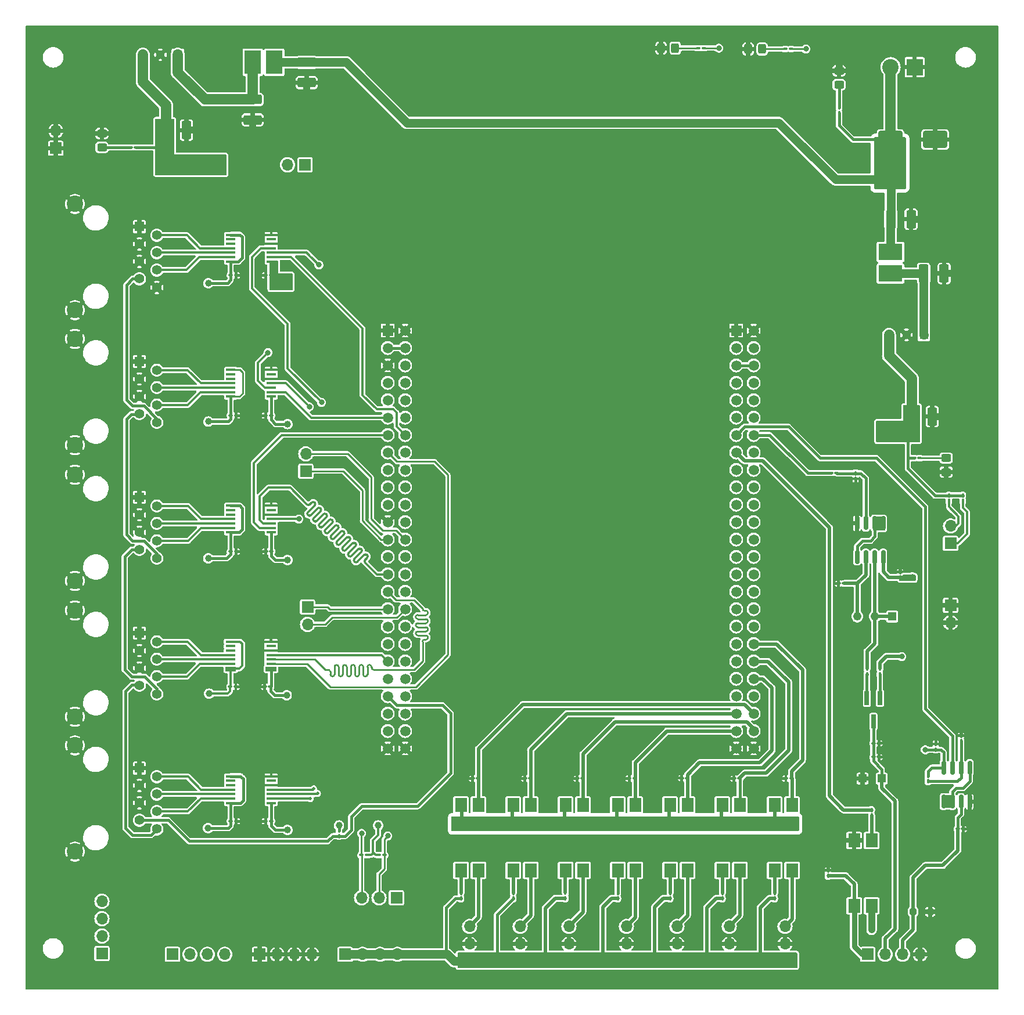
<source format=gtl>
G04 #@! TF.GenerationSoftware,KiCad,Pcbnew,7.0.8*
G04 #@! TF.CreationDate,2023-12-11T18:28:00+01:00*
G04 #@! TF.ProjectId,stm_bob,73746d5f-626f-4622-9e6b-696361645f70,rev?*
G04 #@! TF.SameCoordinates,Original*
G04 #@! TF.FileFunction,Copper,L1,Top*
G04 #@! TF.FilePolarity,Positive*
%FSLAX46Y46*%
G04 Gerber Fmt 4.6, Leading zero omitted, Abs format (unit mm)*
G04 Created by KiCad (PCBNEW 7.0.8) date 2023-12-11 18:28:00*
%MOMM*%
%LPD*%
G01*
G04 APERTURE LIST*
G04 Aperture macros list*
%AMRoundRect*
0 Rectangle with rounded corners*
0 $1 Rounding radius*
0 $2 $3 $4 $5 $6 $7 $8 $9 X,Y pos of 4 corners*
0 Add a 4 corners polygon primitive as box body*
4,1,4,$2,$3,$4,$5,$6,$7,$8,$9,$2,$3,0*
0 Add four circle primitives for the rounded corners*
1,1,$1+$1,$2,$3*
1,1,$1+$1,$4,$5*
1,1,$1+$1,$6,$7*
1,1,$1+$1,$8,$9*
0 Add four rect primitives between the rounded corners*
20,1,$1+$1,$2,$3,$4,$5,0*
20,1,$1+$1,$4,$5,$6,$7,0*
20,1,$1+$1,$6,$7,$8,$9,0*
20,1,$1+$1,$8,$9,$2,$3,0*%
G04 Aperture macros list end*
G04 #@! TA.AperFunction,ComponentPad*
%ADD10R,1.700000X1.700000*%
G04 #@! TD*
G04 #@! TA.AperFunction,ComponentPad*
%ADD11O,1.700000X1.700000*%
G04 #@! TD*
G04 #@! TA.AperFunction,SMDPad,CuDef*
%ADD12R,0.650000X2.000000*%
G04 #@! TD*
G04 #@! TA.AperFunction,SMDPad,CuDef*
%ADD13RoundRect,0.150000X0.150000X-0.825000X0.150000X0.825000X-0.150000X0.825000X-0.150000X-0.825000X0*%
G04 #@! TD*
G04 #@! TA.AperFunction,SMDPad,CuDef*
%ADD14RoundRect,0.250000X-0.250000X-0.250000X0.250000X-0.250000X0.250000X0.250000X-0.250000X0.250000X0*%
G04 #@! TD*
G04 #@! TA.AperFunction,SMDPad,CuDef*
%ADD15R,1.780000X2.000000*%
G04 #@! TD*
G04 #@! TA.AperFunction,SMDPad,CuDef*
%ADD16RoundRect,0.100000X-0.217500X-0.100000X0.217500X-0.100000X0.217500X0.100000X-0.217500X0.100000X0*%
G04 #@! TD*
G04 #@! TA.AperFunction,SMDPad,CuDef*
%ADD17R,1.409700X0.355600*%
G04 #@! TD*
G04 #@! TA.AperFunction,ComponentPad*
%ADD18R,1.408000X1.408000*%
G04 #@! TD*
G04 #@! TA.AperFunction,ComponentPad*
%ADD19C,1.408000*%
G04 #@! TD*
G04 #@! TA.AperFunction,ComponentPad*
%ADD20C,2.400000*%
G04 #@! TD*
G04 #@! TA.AperFunction,SMDPad,CuDef*
%ADD21RoundRect,0.250000X0.450000X-0.325000X0.450000X0.325000X-0.450000X0.325000X-0.450000X-0.325000X0*%
G04 #@! TD*
G04 #@! TA.AperFunction,SMDPad,CuDef*
%ADD22RoundRect,0.100000X0.217500X0.100000X-0.217500X0.100000X-0.217500X-0.100000X0.217500X-0.100000X0*%
G04 #@! TD*
G04 #@! TA.AperFunction,SMDPad,CuDef*
%ADD23RoundRect,0.100000X0.100000X-0.217500X0.100000X0.217500X-0.100000X0.217500X-0.100000X-0.217500X0*%
G04 #@! TD*
G04 #@! TA.AperFunction,SMDPad,CuDef*
%ADD24R,2.438400X3.505200*%
G04 #@! TD*
G04 #@! TA.AperFunction,ComponentPad*
%ADD25R,1.508000X1.508000*%
G04 #@! TD*
G04 #@! TA.AperFunction,ComponentPad*
%ADD26C,1.508000*%
G04 #@! TD*
G04 #@! TA.AperFunction,SMDPad,CuDef*
%ADD27R,3.505200X2.438400*%
G04 #@! TD*
G04 #@! TA.AperFunction,SMDPad,CuDef*
%ADD28RoundRect,0.250001X-0.462499X-1.074999X0.462499X-1.074999X0.462499X1.074999X-0.462499X1.074999X0*%
G04 #@! TD*
G04 #@! TA.AperFunction,SMDPad,CuDef*
%ADD29RoundRect,0.250001X-1.074999X0.462499X-1.074999X-0.462499X1.074999X-0.462499X1.074999X0.462499X0*%
G04 #@! TD*
G04 #@! TA.AperFunction,ComponentPad*
%ADD30R,2.400000X2.400000*%
G04 #@! TD*
G04 #@! TA.AperFunction,SMDPad,CuDef*
%ADD31RoundRect,0.250000X-1.500000X-1.000000X1.500000X-1.000000X1.500000X1.000000X-1.500000X1.000000X0*%
G04 #@! TD*
G04 #@! TA.AperFunction,SMDPad,CuDef*
%ADD32RoundRect,0.100000X-0.100000X0.217500X-0.100000X-0.217500X0.100000X-0.217500X0.100000X0.217500X0*%
G04 #@! TD*
G04 #@! TA.AperFunction,SMDPad,CuDef*
%ADD33RoundRect,0.250000X-0.450000X0.325000X-0.450000X-0.325000X0.450000X-0.325000X0.450000X0.325000X0*%
G04 #@! TD*
G04 #@! TA.AperFunction,SMDPad,CuDef*
%ADD34RoundRect,0.250000X-0.325000X-0.450000X0.325000X-0.450000X0.325000X0.450000X-0.325000X0.450000X0*%
G04 #@! TD*
G04 #@! TA.AperFunction,SMDPad,CuDef*
%ADD35RoundRect,0.150000X-0.150000X0.825000X-0.150000X-0.825000X0.150000X-0.825000X0.150000X0.825000X0*%
G04 #@! TD*
G04 #@! TA.AperFunction,ComponentPad*
%ADD36R,1.300000X1.300000*%
G04 #@! TD*
G04 #@! TA.AperFunction,ComponentPad*
%ADD37C,1.300000*%
G04 #@! TD*
G04 #@! TA.AperFunction,ComponentPad*
%ADD38R,1.218000X1.218000*%
G04 #@! TD*
G04 #@! TA.AperFunction,ComponentPad*
%ADD39C,1.218000*%
G04 #@! TD*
G04 #@! TA.AperFunction,SMDPad,CuDef*
%ADD40R,1.200000X1.200000*%
G04 #@! TD*
G04 #@! TA.AperFunction,ViaPad*
%ADD41C,0.800000*%
G04 #@! TD*
G04 #@! TA.AperFunction,ViaPad*
%ADD42C,1.000000*%
G04 #@! TD*
G04 #@! TA.AperFunction,ViaPad*
%ADD43C,0.500000*%
G04 #@! TD*
G04 #@! TA.AperFunction,Conductor*
%ADD44C,0.330200*%
G04 #@! TD*
G04 #@! TA.AperFunction,Conductor*
%ADD45C,0.304800*%
G04 #@! TD*
G04 #@! TA.AperFunction,Conductor*
%ADD46C,1.016000*%
G04 #@! TD*
G04 #@! TA.AperFunction,Conductor*
%ADD47C,0.381000*%
G04 #@! TD*
G04 #@! TA.AperFunction,Conductor*
%ADD48C,0.508000*%
G04 #@! TD*
G04 #@! TA.AperFunction,Conductor*
%ADD49C,1.270000*%
G04 #@! TD*
G04 #@! TA.AperFunction,Conductor*
%ADD50C,1.524000*%
G04 #@! TD*
G04 #@! TA.AperFunction,Conductor*
%ADD51C,0.254000*%
G04 #@! TD*
G04 #@! TA.AperFunction,Conductor*
%ADD52C,0.250000*%
G04 #@! TD*
G04 #@! TA.AperFunction,Conductor*
%ADD53C,0.762000*%
G04 #@! TD*
G04 APERTURE END LIST*
D10*
X60711000Y-50673000D03*
D11*
X58171000Y-50673000D03*
D12*
X144519028Y-128475423D03*
X142619028Y-128475423D03*
X143569028Y-131895423D03*
D13*
X153797000Y-143572000D03*
X155067000Y-143572000D03*
X156337000Y-143572000D03*
X157607000Y-143572000D03*
X157607000Y-138622000D03*
X156337000Y-138622000D03*
X155067000Y-138622000D03*
X153797000Y-138622000D03*
D14*
X149352000Y-159639000D03*
X151852000Y-159639000D03*
D10*
X61087000Y-115189000D03*
D11*
X61087000Y-117729000D03*
D15*
X91059700Y-153609000D03*
X93599700Y-153609000D03*
X93599700Y-144079000D03*
X91059700Y-144079000D03*
D16*
X137387500Y-95631000D03*
X138202500Y-95631000D03*
X49884500Y-87249000D03*
X50699500Y-87249000D03*
D10*
X66558000Y-165862000D03*
D11*
X69098000Y-165862000D03*
X71638000Y-165862000D03*
X74178000Y-165862000D03*
D17*
X55784750Y-64795400D03*
X55784750Y-64145414D03*
X55784750Y-63495428D03*
X55784750Y-62845442D03*
X55784750Y-62195456D03*
X55784750Y-61545470D03*
X55784750Y-60895484D03*
X49879250Y-60895484D03*
X49879250Y-61545470D03*
X49879250Y-62195456D03*
X49879250Y-62845442D03*
X49879250Y-63495428D03*
X49879250Y-64145414D03*
X49879250Y-64795400D03*
D18*
X36576000Y-138684000D03*
D19*
X39116000Y-139954000D03*
X36576000Y-141224000D03*
X39116000Y-142494000D03*
X36576000Y-143764000D03*
X39116000Y-145034000D03*
X36576000Y-146304000D03*
X39116000Y-147574000D03*
D20*
X27176000Y-135379000D03*
X27176000Y-150879000D03*
D21*
X154178000Y-95513000D03*
X154178000Y-93463000D03*
D10*
X154813000Y-114935000D03*
D11*
X154813000Y-117475000D03*
D22*
X118847000Y-33655000D03*
X118032000Y-33655000D03*
D23*
X91059700Y-157709000D03*
X91059700Y-156894000D03*
D18*
X36576000Y-99187000D03*
D19*
X39116000Y-100457000D03*
X36576000Y-101727000D03*
X39116000Y-102997000D03*
X36576000Y-104267000D03*
X39116000Y-105537000D03*
X36576000Y-106807000D03*
X39116000Y-108077000D03*
D20*
X27176000Y-95882000D03*
X27176000Y-111382000D03*
D10*
X31115000Y-165735000D03*
D11*
X31115000Y-163195000D03*
X31115000Y-160655000D03*
X31115000Y-158115000D03*
D16*
X49884500Y-146431000D03*
X50699500Y-146431000D03*
D23*
X144505117Y-125004223D03*
X144505117Y-124189223D03*
D24*
X56235600Y-35712400D03*
X53086000Y-35712400D03*
D22*
X124054700Y-140208000D03*
X123239700Y-140208000D03*
X55652500Y-126822000D03*
X54837500Y-126822000D03*
D15*
X106299700Y-153609000D03*
X108839700Y-153609000D03*
X108839700Y-144079000D03*
X106299700Y-144079000D03*
D22*
X69749500Y-151384000D03*
X68934500Y-151384000D03*
D25*
X72771000Y-74855000D03*
D26*
X75311000Y-74855000D03*
X72771000Y-77395000D03*
X75311000Y-77395000D03*
X72771000Y-79935000D03*
X75311000Y-79935000D03*
X72771000Y-82475000D03*
X75311000Y-82475000D03*
X72771000Y-85015000D03*
X75311000Y-85015000D03*
X72771000Y-87555000D03*
X75311000Y-87555000D03*
X72771000Y-90095000D03*
X75311000Y-90095000D03*
X72771000Y-92635000D03*
X75311000Y-92635000D03*
X72771000Y-95175000D03*
X75311000Y-95175000D03*
X72771000Y-97715000D03*
X75311000Y-97715000D03*
X72771000Y-100255000D03*
X75311000Y-100255000D03*
X72771000Y-102795000D03*
X75311000Y-102795000D03*
X72771000Y-105335000D03*
X75311000Y-105335000D03*
X72771000Y-107875000D03*
X75311000Y-107875000D03*
X72771000Y-110415000D03*
X75311000Y-110415000D03*
X72771000Y-112955000D03*
X75311000Y-112955000D03*
X72771000Y-115495000D03*
X75311000Y-115495000D03*
X72771000Y-118035000D03*
X75311000Y-118035000D03*
X72771000Y-120575000D03*
X75311000Y-120575000D03*
X72771000Y-123115000D03*
X75311000Y-123115000D03*
X72771000Y-125655000D03*
X75311000Y-125655000D03*
X72771000Y-128195000D03*
X75311000Y-128195000D03*
X72771000Y-130735000D03*
X75311000Y-130735000D03*
X72771000Y-133275000D03*
X75311000Y-133275000D03*
X72771000Y-135815000D03*
X75311000Y-135815000D03*
D25*
X123571000Y-74855000D03*
D26*
X126111000Y-74855000D03*
X123571000Y-77395000D03*
X126111000Y-77395000D03*
X123571000Y-79935000D03*
X126111000Y-79935000D03*
X123571000Y-82475000D03*
X126111000Y-82475000D03*
X123571000Y-85015000D03*
X126111000Y-85015000D03*
X123571000Y-87555000D03*
X126111000Y-87555000D03*
X123571000Y-90095000D03*
X126111000Y-90095000D03*
X123571000Y-92635000D03*
X126111000Y-92635000D03*
X123571000Y-95175000D03*
X126111000Y-95175000D03*
X123571000Y-97715000D03*
X126111000Y-97715000D03*
X123571000Y-100255000D03*
X126111000Y-100255000D03*
X123571000Y-102795000D03*
X126111000Y-102795000D03*
X123571000Y-105335000D03*
X126111000Y-105335000D03*
X123571000Y-107875000D03*
X126111000Y-107875000D03*
X123571000Y-110415000D03*
X126111000Y-110415000D03*
X123571000Y-112955000D03*
X126111000Y-112955000D03*
X123571000Y-115495000D03*
X126111000Y-115495000D03*
X123571000Y-118035000D03*
X126111000Y-118035000D03*
X123571000Y-120575000D03*
X126111000Y-120575000D03*
X123571000Y-123115000D03*
X126111000Y-123115000D03*
X123571000Y-125655000D03*
X126111000Y-125655000D03*
X123571000Y-128195000D03*
X126111000Y-128195000D03*
X123571000Y-130735000D03*
X126111000Y-130735000D03*
X123571000Y-133275000D03*
X126111000Y-133275000D03*
X123571000Y-135815000D03*
X126111000Y-135815000D03*
D27*
X146063700Y-63381250D03*
X146063700Y-66530850D03*
D17*
X55784750Y-104311958D03*
X55784750Y-103661972D03*
X55784750Y-103011986D03*
X55784750Y-102362000D03*
X55784750Y-101712014D03*
X55784750Y-101062028D03*
X55784750Y-100412042D03*
X49879250Y-100412042D03*
X49879250Y-101062028D03*
X49879250Y-101712014D03*
X49879250Y-102362000D03*
X49879250Y-103011986D03*
X49879250Y-103661972D03*
X49879250Y-104311958D03*
D28*
X40459000Y-45629500D03*
X43434000Y-45629500D03*
D29*
X53086000Y-41148000D03*
X53086000Y-44123000D03*
D22*
X131547000Y-33782000D03*
X130732000Y-33782000D03*
D23*
X98672548Y-157697425D03*
X98672548Y-156882425D03*
X147447000Y-110897500D03*
X147447000Y-110082500D03*
D16*
X138493017Y-111760000D03*
X139308017Y-111760000D03*
D10*
X74041000Y-157607000D03*
D11*
X71501000Y-157607000D03*
X68961000Y-157607000D03*
D30*
X149578000Y-36422000D03*
D20*
X146078000Y-36422000D03*
D23*
X113919700Y-157709000D03*
X113919700Y-156894000D03*
D22*
X55779500Y-66802000D03*
X54964500Y-66802000D03*
D23*
X151511000Y-140615500D03*
X151511000Y-139800500D03*
D31*
X146064900Y-46990000D03*
X152564900Y-46990000D03*
D16*
X143557965Y-137062628D03*
X144372965Y-137062628D03*
D10*
X130683000Y-166878000D03*
D11*
X130683000Y-164338000D03*
X130683000Y-161798000D03*
D10*
X92075000Y-166878000D03*
D11*
X92075000Y-164338000D03*
X92075000Y-161798000D03*
D23*
X83439700Y-157709000D03*
X83439700Y-156894000D03*
D22*
X36094500Y-48133000D03*
X35279500Y-48133000D03*
D15*
X83439700Y-153609000D03*
X85979700Y-153609000D03*
X85979700Y-144079000D03*
X83439700Y-144079000D03*
D10*
X99187000Y-166878000D03*
D11*
X99187000Y-164338000D03*
X99187000Y-161798000D03*
D10*
X84709000Y-166878000D03*
D11*
X84709000Y-164338000D03*
X84709000Y-161798000D03*
D23*
X136950750Y-154422000D03*
X136950750Y-153607000D03*
D18*
X36576000Y-79375000D03*
D19*
X39116000Y-80645000D03*
X36576000Y-81915000D03*
X39116000Y-83185000D03*
X36576000Y-84455000D03*
X39116000Y-85725000D03*
X36576000Y-86995000D03*
X39116000Y-88265000D03*
D20*
X27176000Y-76070000D03*
X27176000Y-91570000D03*
D32*
X140970000Y-95680000D03*
X140970000Y-96495000D03*
D15*
X121539700Y-153609000D03*
X124079700Y-153609000D03*
X124079700Y-144079000D03*
X121539700Y-144079000D03*
D33*
X138557000Y-36948000D03*
X138557000Y-38998000D03*
D34*
X125306500Y-33782000D03*
X127356500Y-33782000D03*
D22*
X85954700Y-140208000D03*
X85139700Y-140208000D03*
D23*
X121539700Y-157709000D03*
X121539700Y-156894000D03*
D28*
X149171000Y-87401400D03*
X152146000Y-87401400D03*
D34*
X112624000Y-33655000D03*
X114674000Y-33655000D03*
D28*
X150889700Y-66530850D03*
X153864700Y-66530850D03*
D16*
X149479000Y-93472000D03*
X150294000Y-93472000D03*
D22*
X93574700Y-140208000D03*
X92759700Y-140208000D03*
D10*
X41402000Y-165862000D03*
D11*
X43942000Y-165862000D03*
X46482000Y-165862000D03*
X49022000Y-165862000D03*
D23*
X152654000Y-135992000D03*
X152654000Y-135177000D03*
D32*
X156591000Y-98906500D03*
X156591000Y-99721500D03*
D22*
X55808747Y-107062666D03*
X54993747Y-107062666D03*
D10*
X114935000Y-166878000D03*
D11*
X114935000Y-164338000D03*
X114935000Y-161798000D03*
D23*
X129159700Y-157709000D03*
X129159700Y-156894000D03*
D22*
X156669000Y-147574000D03*
X155854000Y-147574000D03*
D17*
X55784750Y-84499958D03*
X55784750Y-83849972D03*
X55784750Y-83199986D03*
X55784750Y-82550000D03*
X55784750Y-81900014D03*
X55784750Y-81250028D03*
X55784750Y-80600042D03*
X49879250Y-80600042D03*
X49879250Y-81250028D03*
X49879250Y-81900014D03*
X49879250Y-82550000D03*
X49879250Y-83199986D03*
X49879250Y-83849972D03*
X49879250Y-84499958D03*
D32*
X143300750Y-144792500D03*
X143300750Y-145607500D03*
D16*
X71474500Y-151384000D03*
X72289500Y-151384000D03*
D22*
X55779500Y-87249000D03*
X54964500Y-87249000D03*
D15*
X98679700Y-153609000D03*
X101219700Y-153609000D03*
X101219700Y-144079000D03*
X98679700Y-144079000D03*
D28*
X146100200Y-58606050D03*
X149075200Y-58606050D03*
D16*
X49809000Y-126822000D03*
X50624000Y-126822000D03*
D18*
X36576000Y-118999000D03*
D19*
X39116000Y-120269000D03*
X36576000Y-121539000D03*
X39116000Y-122809000D03*
X36576000Y-124079000D03*
X39116000Y-125349000D03*
X36576000Y-126619000D03*
X39116000Y-127889000D03*
D20*
X27176000Y-115694000D03*
X27176000Y-131194000D03*
D33*
X31115000Y-46092000D03*
X31115000Y-48142000D03*
D22*
X55779500Y-146431000D03*
X54964500Y-146431000D03*
X131623900Y-140208000D03*
X130808900Y-140208000D03*
D15*
X113919700Y-153609000D03*
X116459700Y-153609000D03*
X116459700Y-144079000D03*
X113919700Y-144079000D03*
X143300750Y-149249500D03*
X140760750Y-149249500D03*
X140760750Y-158779500D03*
X143300750Y-158779500D03*
D18*
X36576000Y-59690000D03*
D19*
X39116000Y-60960000D03*
X36576000Y-62230000D03*
X39116000Y-63500000D03*
X36576000Y-64770000D03*
X39116000Y-66040000D03*
X36576000Y-67310000D03*
X39116000Y-68580000D03*
D20*
X27176000Y-56385000D03*
X27176000Y-71885000D03*
D10*
X154813000Y-105918000D03*
D11*
X154813000Y-103378000D03*
D10*
X54102000Y-165862000D03*
D11*
X56642000Y-165862000D03*
X59182000Y-165862000D03*
X61722000Y-165862000D03*
D15*
X129159700Y-153609000D03*
X131699700Y-153609000D03*
X131699700Y-144079000D03*
X129159700Y-144079000D03*
D35*
X144996517Y-102953882D03*
X143726517Y-102953882D03*
X142456517Y-102953882D03*
X141186517Y-102953882D03*
X141186517Y-107903882D03*
X142456517Y-107903882D03*
X143726517Y-107903882D03*
X144996517Y-107903882D03*
D36*
X42164000Y-34616500D03*
D37*
X39624000Y-34616500D03*
X37084000Y-34616500D03*
D36*
X150922398Y-75500537D03*
D37*
X148382398Y-75500537D03*
X145842398Y-75500537D03*
D17*
X55752300Y-124149358D03*
X55752300Y-123499372D03*
X55752300Y-122849386D03*
X55752300Y-122199400D03*
X55752300Y-121549414D03*
X55752300Y-120899428D03*
X55752300Y-120249442D03*
X49846800Y-120249442D03*
X49846800Y-120899428D03*
X49846800Y-121549414D03*
X49846800Y-122199400D03*
X49846800Y-122849386D03*
X49846800Y-123499372D03*
X49846800Y-124149358D03*
D29*
X60960000Y-35723500D03*
X60960000Y-38698500D03*
D10*
X60833000Y-95382000D03*
D11*
X60833000Y-92842000D03*
D22*
X116434700Y-140157200D03*
X115619700Y-140157200D03*
X144372965Y-135058628D03*
X143557965Y-135058628D03*
D23*
X106299700Y-157709000D03*
X106299700Y-156894000D03*
D32*
X65659000Y-147801500D03*
X65659000Y-148616500D03*
X154559000Y-98906500D03*
X154559000Y-99721500D03*
D10*
X142748000Y-165862000D03*
D11*
X145288000Y-165862000D03*
X147828000Y-165862000D03*
X150368000Y-165862000D03*
D10*
X24384000Y-48260000D03*
D11*
X24384000Y-45720000D03*
D16*
X49884500Y-66802000D03*
X50699500Y-66802000D03*
D32*
X156337000Y-133958500D03*
X156337000Y-134773500D03*
D22*
X101194700Y-140208000D03*
X100379700Y-140208000D03*
D38*
X146302580Y-116575882D03*
D39*
X143762580Y-116575882D03*
X141222580Y-116575882D03*
D16*
X49884500Y-107086400D03*
X50699500Y-107086400D03*
D23*
X138557000Y-43131000D03*
X138557000Y-42316000D03*
D10*
X107569000Y-166878000D03*
D11*
X107569000Y-164338000D03*
X107569000Y-161798000D03*
D23*
X142621000Y-125004223D03*
X142621000Y-124189223D03*
D10*
X122555000Y-166878000D03*
D11*
X122555000Y-164338000D03*
X122555000Y-161798000D03*
D17*
X55784750Y-143789400D03*
X55784750Y-143139414D03*
X55784750Y-142489428D03*
X55784750Y-141839442D03*
X55784750Y-141189456D03*
X55784750Y-140539470D03*
X55784750Y-139889484D03*
X49879250Y-139889484D03*
X49879250Y-140539470D03*
X49879250Y-141189456D03*
X49879250Y-141839442D03*
X49879250Y-142489428D03*
X49879250Y-143139414D03*
X49879250Y-143789400D03*
D40*
X144783000Y-140208000D03*
X141983000Y-140208000D03*
D22*
X108788600Y-140208000D03*
X107973600Y-140208000D03*
D41*
X106426000Y-136271000D03*
X98044000Y-136271000D03*
X90805000Y-136271000D03*
D42*
X143299058Y-162306661D03*
D41*
X147701000Y-122428000D03*
X146050000Y-52832000D03*
X144653000Y-50673000D03*
X148336000Y-110871000D03*
X144653000Y-52832000D03*
D42*
X149225000Y-110871000D03*
D41*
X147447000Y-52832000D03*
X147447000Y-50673000D03*
D43*
X61482986Y-143139414D03*
D41*
X55321200Y-78079600D03*
D43*
X62534800Y-142392400D03*
D41*
X62738000Y-65278000D03*
X61341000Y-85979000D03*
X63119000Y-85344000D03*
X59817000Y-102362000D03*
D43*
X61976000Y-141732000D03*
D42*
X46609000Y-108077000D03*
X46615350Y-67945000D03*
D41*
X42926000Y-50673000D03*
X40386000Y-50673000D03*
X48260000Y-50673000D03*
X40386000Y-49439500D03*
D42*
X46736000Y-127838000D03*
D41*
X40386000Y-48169500D03*
X41656000Y-50673000D03*
D42*
X46615350Y-88138000D03*
X46583600Y-147447000D03*
D41*
X56896000Y-68326000D03*
X106172000Y-146558000D03*
X147269200Y-90246200D03*
D42*
X58166000Y-147701000D03*
X58039000Y-68326000D03*
X65659000Y-147066000D03*
D41*
X151130000Y-136017000D03*
X147269200Y-88722200D03*
X144729200Y-88722200D03*
D42*
X58166000Y-88493600D03*
D41*
X144729200Y-90246200D03*
D42*
X71374000Y-147066000D03*
D41*
X58039000Y-67310000D03*
X98552000Y-146558000D03*
D42*
X129160732Y-146600910D03*
D41*
X113792000Y-146558000D03*
D42*
X83566000Y-146558000D03*
D41*
X145999200Y-88722200D03*
X121412000Y-146558000D03*
D42*
X58039000Y-128066600D03*
D41*
X90932000Y-146558000D03*
X148539200Y-90246200D03*
D42*
X58166000Y-108331000D03*
D41*
X145999200Y-90246200D03*
X121031000Y-33655000D03*
X133731000Y-33782000D03*
X72771000Y-148590000D03*
X68961000Y-148209000D03*
X138938000Y-105664000D03*
X56134000Y-98933000D03*
X140970000Y-97663000D03*
X49530000Y-79375000D03*
X141183949Y-100836634D03*
X60198000Y-105918000D03*
D42*
X46990000Y-45629500D03*
D41*
X123698000Y-33782000D03*
D42*
X154305000Y-87376000D03*
D41*
X53213000Y-61468000D03*
X72771000Y-72644000D03*
X139700000Y-140208000D03*
X53975000Y-66802000D03*
X44069000Y-146558000D03*
X157561110Y-147576782D03*
X53721000Y-126822000D03*
X51847750Y-66802000D03*
X149987000Y-116586000D03*
D42*
X155321000Y-87376000D03*
D41*
X129667000Y-113030000D03*
X151852000Y-157734000D03*
D42*
X151943689Y-58609026D03*
D41*
X126111000Y-72517000D03*
X136947351Y-152305162D03*
X85852000Y-125857000D03*
D42*
X138557000Y-35433000D03*
X156274973Y-66531269D03*
D41*
X53848000Y-87249000D03*
X75311000Y-72644000D03*
X52832000Y-141732000D03*
X53848000Y-146431000D03*
D42*
X60960000Y-41529000D03*
D41*
X51816000Y-87249000D03*
X157226000Y-109347000D03*
X49276000Y-98552000D03*
X110363000Y-33655000D03*
X53879750Y-107061000D03*
X152781000Y-100584000D03*
X51816000Y-146431000D03*
X139446000Y-129413000D03*
X119380000Y-125603000D03*
X31115000Y-43942000D03*
X147447000Y-109093000D03*
X56134000Y-79375000D03*
D42*
X53086000Y-46609000D03*
D41*
X51847750Y-107086400D03*
X152654000Y-133858000D03*
X123571000Y-72517000D03*
X53086000Y-121793000D03*
X156337000Y-132969000D03*
D42*
X154305000Y-88519000D03*
X154305000Y-86360000D03*
D41*
X51740500Y-126822000D03*
X152146000Y-142113000D03*
D44*
X58684414Y-64145414D02*
X55784750Y-64145414D01*
X69088000Y-74549000D02*
X58684414Y-64145414D01*
X71170800Y-86360000D02*
X69088000Y-84277200D01*
X69088000Y-84277200D02*
X69088000Y-74549000D01*
X74041000Y-86842600D02*
X73558400Y-86360000D01*
X74041000Y-88823800D02*
X74041000Y-86842600D01*
X75311000Y-90093800D02*
X74041000Y-88823800D01*
X73558400Y-86360000D02*
X71170800Y-86360000D01*
X75311000Y-90095000D02*
X75311000Y-90093800D01*
D45*
X155575000Y-103378000D02*
X154813000Y-103378000D01*
X155956000Y-101981000D02*
X155956000Y-102997000D01*
X154559000Y-100584000D02*
X155956000Y-101981000D01*
X154559000Y-99721500D02*
X154559000Y-100584000D01*
X155956000Y-102997000D02*
X155575000Y-103378000D01*
D44*
X70993000Y-151384000D02*
X70612000Y-151003000D01*
X71474500Y-151384000D02*
X70993000Y-151384000D01*
X70612000Y-149225000D02*
X71374000Y-148463000D01*
X70612000Y-151003000D02*
X70612000Y-149225000D01*
X71374000Y-148463000D02*
X71374000Y-147066000D01*
D46*
X143300750Y-158779500D02*
X143300750Y-162261250D01*
D44*
X55784750Y-102362000D02*
X59817000Y-102362000D01*
D47*
X141186517Y-106336483D02*
X141986000Y-105537000D01*
X143726517Y-102953882D02*
X144996517Y-102953882D01*
X141986000Y-105537000D02*
X143129000Y-105537000D01*
X143764000Y-102991365D02*
X143726517Y-102953882D01*
X141186517Y-107903882D02*
X141186517Y-106336483D01*
X143129000Y-105537000D02*
X143764000Y-104902000D01*
X143764000Y-104902000D02*
X143764000Y-102991365D01*
D48*
X144783000Y-141608000D02*
X144783000Y-140208000D01*
D47*
X143557965Y-137637986D02*
X143557965Y-137062628D01*
X143557965Y-135058628D02*
X143557965Y-137062628D01*
D48*
X145288000Y-165862000D02*
X145288000Y-163576000D01*
D47*
X143569028Y-135047565D02*
X143557965Y-135058628D01*
X144783000Y-138863021D02*
X143557965Y-137637986D01*
D48*
X146685000Y-162179000D02*
X146685000Y-143510000D01*
X146685000Y-143510000D02*
X144783000Y-141608000D01*
X145288000Y-163576000D02*
X146685000Y-162179000D01*
D47*
X144783000Y-140208000D02*
X144783000Y-138863021D01*
X143569028Y-131895423D02*
X143569028Y-135047565D01*
X82625800Y-157709000D02*
X81280000Y-159054800D01*
D49*
X104343200Y-166817000D02*
X99187700Y-166817000D01*
D48*
X147447000Y-110897500D02*
X145822500Y-110897500D01*
D49*
X74178000Y-165862000D02*
X81407000Y-165862000D01*
D48*
X104140000Y-158953200D02*
X104140000Y-166817000D01*
D49*
X74158000Y-165862000D02*
X71618000Y-165862000D01*
D48*
X95758000Y-166817000D02*
X99187700Y-166817000D01*
D47*
X140589000Y-46990000D02*
X146064900Y-46990000D01*
D49*
X129794000Y-44577000D02*
X75565000Y-44577000D01*
X127711200Y-166817000D02*
X122555700Y-166817000D01*
X119837200Y-166817000D02*
X114935700Y-166817000D01*
X119278400Y-166817000D02*
X122555700Y-166817000D01*
D48*
X122555700Y-166817000D02*
X119837200Y-166817000D01*
D49*
X127000000Y-166817000D02*
X130683700Y-166817000D01*
D47*
X81280000Y-165735000D02*
X81407000Y-165862000D01*
X88696800Y-166613800D02*
X88900000Y-166817000D01*
D49*
X111963200Y-166817000D02*
X107569700Y-166817000D01*
X138049000Y-52832000D02*
X129794000Y-44577000D01*
D48*
X104140000Y-166817000D02*
X107569700Y-166817000D01*
X121539700Y-157709000D02*
X120624200Y-157709000D01*
D49*
X114935700Y-166817000D02*
X111963200Y-166817000D01*
X84770000Y-166817000D02*
X84709000Y-166878000D01*
D48*
X113919700Y-157709000D02*
X112953400Y-157709000D01*
X97166175Y-157697425D02*
X95758000Y-159105600D01*
D47*
X81280000Y-159054800D02*
X81280000Y-165735000D01*
D48*
X127050800Y-159054800D02*
X127050800Y-166766200D01*
X145822500Y-110897500D02*
X144996517Y-110071517D01*
D49*
X146100200Y-47025300D02*
X146064900Y-46990000D01*
D48*
X106299700Y-157709000D02*
X105384200Y-157709000D01*
X145415000Y-122428000D02*
X147701000Y-122428000D01*
X95758000Y-159105600D02*
X95758000Y-166817000D01*
D47*
X91059700Y-157709000D02*
X88696800Y-160071900D01*
D49*
X69078000Y-165862000D02*
X66538000Y-165862000D01*
D50*
X146064900Y-46990000D02*
X146064900Y-36435100D01*
D48*
X111658400Y-159004000D02*
X111658400Y-166512200D01*
X98672548Y-157697425D02*
X97166175Y-157697425D01*
X105384200Y-157709000D02*
X104140000Y-158953200D01*
D49*
X99187700Y-166817000D02*
X84770000Y-166817000D01*
D47*
X138557000Y-44958000D02*
X140589000Y-46990000D01*
D49*
X107569700Y-166817000D02*
X104343200Y-166817000D01*
D48*
X119278400Y-159054800D02*
X119278400Y-166817000D01*
D49*
X66711500Y-35723500D02*
X75565000Y-44577000D01*
D47*
X83439700Y-157709000D02*
X82625800Y-157709000D01*
D48*
X128396600Y-157709000D02*
X127050800Y-159054800D01*
X144505117Y-124189223D02*
X144505117Y-123337883D01*
X120624200Y-157709000D02*
X119278400Y-159054800D01*
D49*
X146063700Y-58388550D02*
X146100200Y-58352050D01*
X146063700Y-63381250D02*
X146063700Y-58388550D01*
X81407000Y-165862000D02*
X82423000Y-166878000D01*
D48*
X144505117Y-123337883D02*
X145415000Y-122428000D01*
X144996517Y-110071517D02*
X144996517Y-107903882D01*
X129159700Y-157709000D02*
X128396600Y-157709000D01*
D50*
X146100200Y-53340000D02*
X146100200Y-47025300D01*
D47*
X138557000Y-43131000D02*
X138557000Y-44958000D01*
D49*
X82423000Y-166878000D02*
X84709000Y-166878000D01*
D48*
X111658400Y-166512200D02*
X111963200Y-166817000D01*
X130683700Y-166817000D02*
X127711200Y-166817000D01*
D49*
X146100200Y-58606050D02*
X146100200Y-53340000D01*
X60960000Y-35723500D02*
X56246700Y-35723500D01*
D48*
X127050800Y-166766200D02*
X127000000Y-166817000D01*
D50*
X146064900Y-36435100D02*
X146078000Y-36422000D01*
D48*
X112953400Y-157709000D02*
X111658400Y-159004000D01*
D49*
X71618000Y-165862000D02*
X69078000Y-165862000D01*
X60960000Y-35723500D02*
X66711500Y-35723500D01*
X56246700Y-35723500D02*
X56235600Y-35712400D01*
D47*
X88696800Y-160071900D02*
X88696800Y-166613800D01*
D49*
X146050000Y-52832000D02*
X138049000Y-52832000D01*
D48*
X147447000Y-110897500D02*
X148362500Y-110897500D01*
D44*
X49879250Y-64145414D02*
X45328586Y-64145414D01*
X45328586Y-64145414D02*
X43434000Y-66040000D01*
X43434000Y-66040000D02*
X39122000Y-66040000D01*
X39122000Y-66040000D02*
X39116000Y-66034000D01*
X39116000Y-63500000D02*
X49874678Y-63500000D01*
X49874678Y-63500000D02*
X49879250Y-63495428D01*
X45370242Y-62845442D02*
X43478800Y-60954000D01*
X42666000Y-60954000D02*
X39116000Y-60954000D01*
X49879250Y-62845442D02*
X45370242Y-62845442D01*
X43478800Y-60954000D02*
X42666000Y-60954000D01*
D47*
X34671000Y-84963000D02*
X34671000Y-68199000D01*
X35566000Y-67304000D02*
X36576000Y-67304000D01*
X34671000Y-68199000D02*
X35566000Y-67304000D01*
X39116000Y-88324000D02*
X39116000Y-87757000D01*
X39116000Y-87757000D02*
X37211000Y-85852000D01*
X35560000Y-85852000D02*
X34671000Y-84963000D01*
X37211000Y-85852000D02*
X35560000Y-85852000D01*
X64743500Y-148616500D02*
X64008000Y-149352000D01*
X81915000Y-139446000D02*
X77089000Y-144272000D01*
X68961000Y-144272000D02*
X67437000Y-145796000D01*
X80772000Y-129540000D02*
X81915000Y-130683000D01*
X64008000Y-149352000D02*
X43815000Y-149352000D01*
X66521500Y-148616500D02*
X65659000Y-148616500D01*
X72771000Y-128195000D02*
X74116000Y-129540000D01*
X67437000Y-145796000D02*
X67437000Y-147701000D01*
X43815000Y-149352000D02*
X40767000Y-146304000D01*
X81915000Y-130683000D02*
X81915000Y-139446000D01*
X77089000Y-144272000D02*
X68961000Y-144272000D01*
X65659000Y-148616500D02*
X64743500Y-148616500D01*
X74116000Y-129540000D02*
X80772000Y-129540000D01*
X40767000Y-146304000D02*
X36576000Y-146304000D01*
X67437000Y-147701000D02*
X66521500Y-148616500D01*
D48*
X124079700Y-153609000D02*
X124079700Y-160213000D01*
X124079700Y-160213000D02*
X122555700Y-161737000D01*
X131699700Y-160721000D02*
X131699700Y-153609000D01*
X130683700Y-161737000D02*
X131699700Y-160721000D01*
X93599700Y-160213000D02*
X92075700Y-161737000D01*
X93599700Y-153609000D02*
X93599700Y-160213000D01*
X108839700Y-160467000D02*
X107569700Y-161737000D01*
X108839700Y-153609000D02*
X108839700Y-160467000D01*
X101219700Y-153609000D02*
X101219700Y-159705000D01*
X101219700Y-159705000D02*
X99187700Y-161737000D01*
X85979700Y-160467000D02*
X84709700Y-161737000D01*
X85979700Y-153609000D02*
X85979700Y-160467000D01*
X116459700Y-153609000D02*
X116459700Y-160213000D01*
X116459700Y-160213000D02*
X114935700Y-161737000D01*
X147828000Y-165862000D02*
X147828000Y-163830000D01*
X147828000Y-163830000D02*
X149352000Y-162306000D01*
X155858539Y-147569461D02*
X155854000Y-147574000D01*
X151130000Y-152908000D02*
X153670000Y-152908000D01*
X149352000Y-159639000D02*
X149352000Y-154686000D01*
D47*
X156337000Y-143572000D02*
X156337000Y-145415000D01*
D48*
X153670000Y-152908000D02*
X155854000Y-150724000D01*
X155854000Y-150724000D02*
X155854000Y-147574000D01*
D47*
X155854000Y-145898000D02*
X155854000Y-147574000D01*
X156337000Y-145415000D02*
X155854000Y-145898000D01*
D48*
X149352000Y-154686000D02*
X151130000Y-152908000D01*
X149352000Y-162306000D02*
X149352000Y-159639000D01*
D44*
X49879250Y-83849972D02*
X45461428Y-83849972D01*
X43586400Y-85725000D02*
X39116000Y-85725000D01*
X45461428Y-83849972D02*
X43586400Y-85725000D01*
X39130986Y-83199986D02*
X39116000Y-83185000D01*
X49879250Y-83199986D02*
X39130986Y-83199986D01*
X45516800Y-82550000D02*
X43611800Y-80645000D01*
X49879250Y-82550000D02*
X45516800Y-82550000D01*
X43611800Y-80645000D02*
X39116000Y-80645000D01*
X45537628Y-103661972D02*
X49879250Y-103661972D01*
X39116000Y-105537000D02*
X43662600Y-105537000D01*
X43662600Y-105537000D02*
X45537628Y-103661972D01*
X39130986Y-103011986D02*
X39116000Y-102997000D01*
X49879250Y-103011986D02*
X39130986Y-103011986D01*
X39116000Y-100457000D02*
X43662600Y-100457000D01*
X43662600Y-100457000D02*
X45567600Y-102362000D01*
X45567600Y-102362000D02*
X49879250Y-102362000D01*
X49846800Y-123499372D02*
X45359828Y-123499372D01*
X43510200Y-125349000D02*
X39116000Y-125349000D01*
X45359828Y-123499372D02*
X43510200Y-125349000D01*
X39156386Y-122849386D02*
X39116000Y-122809000D01*
X49846800Y-122849386D02*
X39156386Y-122849386D01*
X45542200Y-122199400D02*
X49846800Y-122199400D01*
X39116000Y-120269000D02*
X43611800Y-120269000D01*
X43611800Y-120269000D02*
X45542200Y-122199400D01*
D47*
X34671000Y-104648000D02*
X34671000Y-87757000D01*
X35560000Y-105537000D02*
X34671000Y-104648000D01*
X39116000Y-108074000D02*
X39116000Y-107442000D01*
X34671000Y-87757000D02*
X35374000Y-87054000D01*
X39116000Y-107442000D02*
X37211000Y-105537000D01*
X35374000Y-87054000D02*
X36576000Y-87054000D01*
X37211000Y-105537000D02*
X35560000Y-105537000D01*
X39116000Y-127824000D02*
X39116000Y-127127000D01*
X35436000Y-106804000D02*
X36576000Y-106804000D01*
X35433000Y-125349000D02*
X34417000Y-124333000D01*
X34417000Y-124333000D02*
X34417000Y-107823000D01*
X39116000Y-127127000D02*
X37338000Y-125349000D01*
X34417000Y-107823000D02*
X35436000Y-106804000D01*
X37338000Y-125349000D02*
X35433000Y-125349000D01*
D44*
X45531786Y-143139414D02*
X49879250Y-143139414D01*
X39116000Y-145034000D02*
X43637200Y-145034000D01*
X43637200Y-145034000D02*
X45531786Y-143139414D01*
X49879250Y-142489428D02*
X39120572Y-142489428D01*
X39120572Y-142489428D02*
X39116000Y-142494000D01*
X45573442Y-141839442D02*
X49879250Y-141839442D01*
X39116000Y-139954000D02*
X43688000Y-139954000D01*
X43688000Y-139954000D02*
X45573442Y-141839442D01*
D47*
X34544000Y-147447000D02*
X34544000Y-127508000D01*
X35498000Y-126554000D02*
X36576000Y-126554000D01*
X34544000Y-127508000D02*
X35498000Y-126554000D01*
X39116000Y-147574000D02*
X38227000Y-148463000D01*
X35560000Y-148463000D02*
X34544000Y-147447000D01*
X38227000Y-148463000D02*
X35560000Y-148463000D01*
X144519028Y-125018134D02*
X144505117Y-125004223D01*
X144519028Y-128475423D02*
X144519028Y-125018134D01*
D48*
X91059700Y-156894000D02*
X91059700Y-153609000D01*
X98881000Y-130735000D02*
X123571000Y-130735000D01*
X93599700Y-144079000D02*
X93599700Y-136016300D01*
X93599700Y-136016300D02*
X98881000Y-130735000D01*
D47*
X106299700Y-156894000D02*
X106299700Y-153609000D01*
D48*
X108839700Y-144079000D02*
X108839700Y-137921300D01*
X113486000Y-133275000D02*
X123571000Y-133275000D01*
X108839700Y-137921300D02*
X113486000Y-133275000D01*
X98672548Y-156882425D02*
X98672548Y-153616152D01*
X98672548Y-153616152D02*
X98679700Y-153609000D01*
X125120400Y-131978400D02*
X126111000Y-132969000D01*
X101219700Y-144079000D02*
X101219700Y-136651300D01*
X105892600Y-131978400D02*
X125120400Y-131978400D01*
X126111000Y-132969000D02*
X126111000Y-133275000D01*
X101219700Y-136651300D02*
X105892600Y-131978400D01*
X83439700Y-156894000D02*
X83439700Y-153609000D01*
X85979700Y-144079000D02*
X85979700Y-135889300D01*
X85979700Y-135889300D02*
X92430600Y-129438400D01*
X124814400Y-129438400D02*
X126111000Y-130735000D01*
X92430600Y-129438400D02*
X124814400Y-129438400D01*
X113919700Y-156894000D02*
X113919700Y-153609000D01*
X116459700Y-144079000D02*
X116459700Y-139673900D01*
X128778000Y-127000000D02*
X127433000Y-125655000D01*
X128778000Y-136144000D02*
X128778000Y-127000000D01*
X116459700Y-139673900D02*
X118211600Y-137922000D01*
X127433000Y-125655000D02*
X126111000Y-125655000D01*
X127000000Y-137922000D02*
X128778000Y-136144000D01*
X118211600Y-137922000D02*
X127000000Y-137922000D01*
X121539700Y-156894000D02*
X121539700Y-153609000D01*
X126111000Y-123115000D02*
X128195000Y-123115000D01*
D47*
X124079700Y-140233000D02*
X124054700Y-140208000D01*
D48*
X128195000Y-123115000D02*
X131216400Y-126136400D01*
X131216400Y-126136400D02*
X131216400Y-136118600D01*
X127889000Y-139446000D02*
X124816700Y-139446000D01*
D47*
X124079700Y-144079000D02*
X124079700Y-140233000D01*
D48*
X131216400Y-136118600D02*
X127889000Y-139446000D01*
X124816700Y-139446000D02*
X124054700Y-140208000D01*
X129159700Y-156894000D02*
X129159700Y-153609000D01*
X129465000Y-120575000D02*
X126111000Y-120575000D01*
X131623900Y-140208000D02*
X131623900Y-139140100D01*
X131623900Y-139140100D02*
X133223000Y-137541000D01*
X133223000Y-137541000D02*
X133223000Y-124333000D01*
X133223000Y-124333000D02*
X129465000Y-120575000D01*
D47*
X131699700Y-140283800D02*
X131623900Y-140208000D01*
D48*
X131699700Y-144079000D02*
X131699700Y-140283800D01*
D47*
X134747000Y-95631000D02*
X137387500Y-95631000D01*
X126111000Y-90095000D02*
X126123000Y-90083000D01*
X126111000Y-90095000D02*
X128449000Y-90095000D01*
X128449000Y-90095000D02*
X133985000Y-95631000D01*
X133985000Y-95631000D02*
X134747000Y-95631000D01*
D48*
X142456517Y-107903882D02*
X142456517Y-110526063D01*
X141222580Y-116575882D02*
X141222580Y-111760000D01*
X142456517Y-110526063D02*
X141222580Y-111760000D01*
X141222580Y-111760000D02*
X139308017Y-111760000D01*
D47*
X72771000Y-77395000D02*
X75311000Y-77395000D01*
D44*
X57891172Y-83849972D02*
X55784750Y-83849972D01*
X61596200Y-87555000D02*
X57891172Y-83849972D01*
X72771000Y-87555000D02*
X61596200Y-87555000D01*
X55784750Y-103661972D02*
X54081172Y-103661972D01*
X54081172Y-103661972D02*
X53238400Y-102819200D01*
X53238400Y-94208600D02*
X57352000Y-90095000D01*
X53238400Y-102819200D02*
X53238400Y-94208600D01*
X57352000Y-90095000D02*
X72771000Y-90095000D01*
D51*
X64389000Y-126873000D02*
X76835000Y-126873000D01*
X81534000Y-95910400D02*
X79603600Y-93980000D01*
X81534000Y-122174000D02*
X81534000Y-95910400D01*
X79603600Y-93980000D02*
X74116000Y-93980000D01*
X55752300Y-123499372D02*
X61015372Y-123499372D01*
X74116000Y-93980000D02*
X72771000Y-92635000D01*
X76835000Y-126873000D02*
X81534000Y-122174000D01*
X61015372Y-123499372D02*
X64389000Y-126873000D01*
D44*
X61482986Y-143139414D02*
X55784750Y-143139414D01*
X55321200Y-78079600D02*
X53848000Y-79552800D01*
X53848000Y-82143600D02*
X54904386Y-83199986D01*
X53848000Y-79552800D02*
X53848000Y-82143600D01*
X54904386Y-83199986D02*
X55784750Y-83199986D01*
X62437772Y-142489428D02*
X62534800Y-142392400D01*
X55784750Y-142489428D02*
X62437772Y-142489428D01*
X68069153Y-106322204D02*
X67079202Y-107312151D01*
X63826522Y-102079575D02*
X63826523Y-102079574D01*
X71172000Y-110415000D02*
X72771000Y-110415000D01*
X62412311Y-102645258D02*
X62412310Y-102645259D01*
X66654940Y-106887889D02*
X67644887Y-105897938D01*
X64675048Y-102928101D02*
X64675049Y-102928100D01*
X62412310Y-102645259D02*
X63402257Y-101655308D01*
X67503466Y-107736415D02*
X68493413Y-106746464D01*
X69766204Y-108019257D02*
X69766205Y-108019256D01*
X69766205Y-108019256D02*
X69483361Y-108302097D01*
X54102000Y-99060000D02*
X55372000Y-97790000D01*
X61563785Y-101796732D02*
X61563784Y-101796733D01*
X65806414Y-106039363D02*
X66796361Y-105049412D01*
X65523574Y-103776627D02*
X65523575Y-103776626D01*
X64675049Y-102928100D02*
X63685098Y-103918047D01*
X68351992Y-108584941D02*
X69341939Y-107594990D01*
X54102000Y-102514400D02*
X54102000Y-99060000D01*
X62977996Y-101231049D02*
X62977997Y-101231048D01*
X69483361Y-108726361D02*
X69483362Y-108726362D01*
X63260836Y-103493785D02*
X64250783Y-102503834D01*
X68917678Y-107170731D02*
X68917679Y-107170730D01*
X64109363Y-104342310D02*
X64109362Y-104342311D01*
X54599586Y-103011986D02*
X54102000Y-102514400D01*
X65806415Y-106039362D02*
X65806414Y-106039363D01*
X65523575Y-103776626D02*
X64533624Y-104766573D01*
X64957889Y-105190836D02*
X64957888Y-105190837D01*
X58547000Y-97790000D02*
X60998100Y-100241100D01*
X69483362Y-108726362D02*
X71172000Y-110415000D01*
X62129471Y-100382522D02*
X61139520Y-101372469D01*
X68069152Y-106322205D02*
X68069153Y-106322204D01*
X61422365Y-100241099D02*
X61422364Y-100241100D01*
X64109362Y-104342311D02*
X65099309Y-103352360D01*
X66372101Y-104625152D02*
X65382150Y-105615099D01*
X67220627Y-105473678D02*
X66230676Y-106463625D01*
X63260837Y-103493784D02*
X63260836Y-103493785D01*
X63826523Y-102079574D02*
X62836572Y-103069521D01*
X61563784Y-101796733D02*
X62553731Y-100806782D01*
X68351993Y-108584940D02*
X68351992Y-108584941D01*
X66654941Y-106887888D02*
X66654940Y-106887889D01*
X68917679Y-107170730D02*
X67927728Y-108160677D01*
X66372100Y-104625153D02*
X66372101Y-104625152D01*
X61422364Y-100241100D02*
X61705207Y-99958258D01*
X62129470Y-100382523D02*
X62129471Y-100382522D01*
X64957888Y-105190837D02*
X65947835Y-104200886D01*
X67503467Y-107736414D02*
X67503466Y-107736415D01*
X55372000Y-97790000D02*
X58547000Y-97790000D01*
X55784750Y-103011986D02*
X54599586Y-103011986D01*
X67220626Y-105473679D02*
X67220627Y-105473678D01*
X62977997Y-101231048D02*
X61988046Y-102220995D01*
X64675080Y-102928133D02*
G75*
G03*
X64675049Y-102503836I-212180J212133D01*
G01*
X68917680Y-107170733D02*
G75*
G03*
X68917679Y-106746466I-212180J212133D01*
G01*
X62129470Y-99958259D02*
G75*
G03*
X61705208Y-99958259I-212131J-212131D01*
G01*
X62978034Y-100806747D02*
G75*
G03*
X62553731Y-100806782I-212134J-212153D01*
G01*
X61139519Y-101372468D02*
G75*
G03*
X61139520Y-101796733I212181J-212132D01*
G01*
X67220634Y-105049407D02*
G75*
G03*
X66796361Y-105049412I-212134J-212193D01*
G01*
X63685120Y-103918069D02*
G75*
G03*
X63685099Y-104342310I212080J-212131D01*
G01*
X61139569Y-101796684D02*
G75*
G03*
X61563784Y-101796731I212131J212084D01*
G01*
X65523580Y-103776633D02*
G75*
G03*
X65523575Y-103352362I-212180J212133D01*
G01*
X66372079Y-104625132D02*
G75*
G03*
X66372100Y-104200889I-212079J212132D01*
G01*
X60998069Y-100241131D02*
G75*
G03*
X61422364Y-100241098I212131J212131D01*
G01*
X66230720Y-106463669D02*
G75*
G03*
X66230677Y-106887888I212080J-212131D01*
G01*
X62836568Y-103493789D02*
G75*
G03*
X63260837Y-103493784I212132J212089D01*
G01*
X63826534Y-101655299D02*
G75*
G03*
X63402257Y-101655308I-212134J-212101D01*
G01*
X68917633Y-106746512D02*
G75*
G03*
X68493414Y-106746465I-212133J-212088D01*
G01*
X61988068Y-102645237D02*
G75*
G03*
X62412311Y-102645258I212132J212137D01*
G01*
X65523534Y-103352403D02*
G75*
G03*
X65099309Y-103352360I-212134J-212097D01*
G01*
X64675034Y-102503851D02*
G75*
G03*
X64250783Y-102503834I-212134J-212149D01*
G01*
X69483332Y-108302068D02*
G75*
G03*
X69483361Y-108726361I212168J-212132D01*
G01*
X67079220Y-107312169D02*
G75*
G03*
X67079203Y-107736414I212080J-212131D01*
G01*
X66230668Y-106887897D02*
G75*
G03*
X66654941Y-106887888I212132J212097D01*
G01*
X64533619Y-104766568D02*
G75*
G03*
X64533624Y-105190837I212181J-212132D01*
G01*
X62977979Y-101231032D02*
G75*
G03*
X62977996Y-100806785I-212079J212132D01*
G01*
X63826479Y-102079532D02*
G75*
G03*
X63826522Y-101655311I-212079J212132D01*
G01*
X68069180Y-106322233D02*
G75*
G03*
X68069153Y-105897940I-212180J212133D01*
G01*
X63685068Y-104342341D02*
G75*
G03*
X64109363Y-104342310I212132J212141D01*
G01*
X65382119Y-105615068D02*
G75*
G03*
X65382150Y-106039363I212181J-212132D01*
G01*
X67927719Y-108160668D02*
G75*
G03*
X67927728Y-108584941I212181J-212132D01*
G01*
X62129480Y-100382533D02*
G75*
G03*
X62129471Y-99958258I-212180J212133D01*
G01*
X67079169Y-107736448D02*
G75*
G03*
X67503466Y-107736413I212131J212148D01*
G01*
X69766233Y-107594964D02*
G75*
G03*
X69341940Y-107594991I-212133J-212136D01*
G01*
X67220579Y-105473632D02*
G75*
G03*
X67220626Y-105049415I-212079J212132D01*
G01*
X65382168Y-106039345D02*
G75*
G03*
X65806415Y-106039362I212132J212145D01*
G01*
X64533668Y-105190793D02*
G75*
G03*
X64957889Y-105190836I212132J212093D01*
G01*
X62836620Y-103069569D02*
G75*
G03*
X62836573Y-103493784I212080J-212131D01*
G01*
X67927768Y-108584901D02*
G75*
G03*
X68351993Y-108584940I212132J212101D01*
G01*
X66372134Y-104200855D02*
G75*
G03*
X65947835Y-104200886I-212134J-212145D01*
G01*
X61988019Y-102220968D02*
G75*
G03*
X61988046Y-102645259I212181J-212132D01*
G01*
X68069133Y-105897960D02*
G75*
G03*
X67644888Y-105897939I-212133J-212140D01*
G01*
X69766179Y-108019232D02*
G75*
G03*
X69766204Y-107594993I-212079J212132D01*
G01*
X61400944Y-63940944D02*
X62738000Y-65278000D01*
X60955428Y-63495428D02*
X61400944Y-63940944D01*
X55784750Y-63495428D02*
X60955428Y-63495428D01*
D51*
X64209591Y-124344309D02*
X64072891Y-124344309D01*
X77151000Y-119343000D02*
X77851000Y-119343000D01*
X78351000Y-117543000D02*
X77851000Y-117543000D01*
X77851000Y-120900485D02*
X77851000Y-123063000D01*
X64409600Y-125033000D02*
X64409600Y-124633000D01*
X77851000Y-123063000D02*
X76581000Y-124333000D01*
X65009600Y-124633000D02*
X65009600Y-125033000D01*
X66209600Y-124333000D02*
X66209600Y-125033000D01*
X76581000Y-124333000D02*
X70709600Y-124333000D01*
X78351000Y-116343000D02*
X78151000Y-116343000D01*
X77151000Y-118143000D02*
X77851000Y-118143000D01*
X76581000Y-114173000D02*
X77851000Y-115443000D01*
X78151000Y-116343000D02*
X77151000Y-116343000D01*
X73989000Y-114173000D02*
X76581000Y-114173000D01*
X77851000Y-118743000D02*
X77151000Y-118743000D01*
X77851000Y-119343000D02*
X78351000Y-119343000D01*
X68009600Y-125033000D02*
X68009600Y-124333000D01*
X65609600Y-124333000D02*
X65609600Y-123933000D01*
X66209600Y-123933000D02*
X66209600Y-124333000D01*
X77151000Y-116943000D02*
X77851000Y-116943000D01*
X66809600Y-125033000D02*
X66809600Y-124333000D01*
X77851000Y-117543000D02*
X77151000Y-117543000D01*
X69209600Y-125033000D02*
X69209600Y-124333000D01*
X64058800Y-124358400D02*
X63652400Y-124358400D01*
X70409600Y-124033000D02*
X70409600Y-123933000D01*
X66809600Y-124333000D02*
X66809600Y-123933000D01*
X78351000Y-118743000D02*
X77851000Y-118743000D01*
X64072891Y-124344309D02*
X64058800Y-124358400D01*
X72771000Y-112955000D02*
X73989000Y-114173000D01*
X62143386Y-122849386D02*
X55752300Y-122849386D01*
X63652400Y-124358400D02*
X62143386Y-122849386D01*
X69809600Y-124333000D02*
X69809600Y-125033000D01*
X69209600Y-124333000D02*
X69209600Y-123933000D01*
X67409600Y-124333000D02*
X67409600Y-125033000D01*
X78151000Y-115743000D02*
X78351000Y-115743000D01*
X65009600Y-123933000D02*
X65009600Y-124633000D01*
X77851000Y-116943000D02*
X78351000Y-116943000D01*
X77851000Y-120243000D02*
X77851000Y-120900485D01*
X68609600Y-124333000D02*
X68609600Y-125033000D01*
X65609600Y-125033000D02*
X65609600Y-124333000D01*
X77851000Y-118143000D02*
X78351000Y-118143000D01*
X78351000Y-119943000D02*
X78151000Y-119943000D01*
X68009600Y-124333000D02*
X68009600Y-123933000D01*
X67409600Y-123933000D02*
X67409600Y-124333000D01*
X68609600Y-123933000D02*
X68609600Y-124333000D01*
X69809600Y-123933000D02*
X69809600Y-124333000D01*
X65309600Y-123633000D02*
G75*
G03*
X65009600Y-123933000I0J-300000D01*
G01*
X78351000Y-118743000D02*
G75*
G03*
X78651000Y-118443000I0J300000D01*
G01*
X78651000Y-118443000D02*
G75*
G03*
X78351000Y-118143000I-300000J0D01*
G01*
X78351000Y-116343000D02*
G75*
G03*
X78651000Y-116043000I0J300000D01*
G01*
X69209600Y-125033000D02*
G75*
G03*
X69509600Y-125333000I300000J0D01*
G01*
X76851000Y-119043000D02*
G75*
G03*
X77151000Y-119343000I300000J0D01*
G01*
X69509600Y-125333000D02*
G75*
G03*
X69809600Y-125033000I0J300000D01*
G01*
X64409600Y-125033000D02*
G75*
G03*
X64709600Y-125333000I300000J0D01*
G01*
X68909600Y-123633000D02*
G75*
G03*
X68609600Y-123933000I0J-300000D01*
G01*
X65609600Y-125033000D02*
G75*
G03*
X65909600Y-125333000I300000J0D01*
G01*
X69209600Y-123933000D02*
G75*
G03*
X68909600Y-123633000I-300000J0D01*
G01*
X70109600Y-123633000D02*
G75*
G03*
X69809600Y-123933000I0J-300000D01*
G01*
X78151000Y-119943000D02*
G75*
G03*
X77851000Y-120243000I0J-300000D01*
G01*
X66809600Y-123933000D02*
G75*
G03*
X66509600Y-123633000I-300000J0D01*
G01*
X76851000Y-117843000D02*
G75*
G03*
X77151000Y-118143000I300000J0D01*
G01*
X77851000Y-115443000D02*
G75*
G03*
X78151000Y-115743000I300000J0D01*
G01*
X70409600Y-123933000D02*
G75*
G03*
X70109600Y-123633000I-300000J0D01*
G01*
X64709600Y-125333000D02*
G75*
G03*
X65009600Y-125033000I0J300000D01*
G01*
X68009600Y-125033000D02*
G75*
G03*
X68309600Y-125333000I300000J0D01*
G01*
X68309600Y-125333000D02*
G75*
G03*
X68609600Y-125033000I0J300000D01*
G01*
X65909600Y-125333000D02*
G75*
G03*
X66209600Y-125033000I0J300000D01*
G01*
X78351000Y-117543000D02*
G75*
G03*
X78651000Y-117243000I0J300000D01*
G01*
X76851000Y-116643000D02*
G75*
G03*
X77151000Y-116943000I300000J0D01*
G01*
X65609600Y-123933000D02*
G75*
G03*
X65309600Y-123633000I-300000J0D01*
G01*
X77151000Y-116343000D02*
G75*
G03*
X76851000Y-116643000I0J-300000D01*
G01*
X67709600Y-123633000D02*
G75*
G03*
X67409600Y-123933000I0J-300000D01*
G01*
X78351000Y-119943000D02*
G75*
G03*
X78651000Y-119643000I0J300000D01*
G01*
X67109600Y-125333000D02*
G75*
G03*
X67409600Y-125033000I0J300000D01*
G01*
X66509600Y-123633000D02*
G75*
G03*
X66209600Y-123933000I0J-300000D01*
G01*
X77151000Y-117543000D02*
G75*
G03*
X76851000Y-117843000I0J-300000D01*
G01*
X68009600Y-123933000D02*
G75*
G03*
X67709600Y-123633000I-300000J0D01*
G01*
X78651000Y-117243000D02*
G75*
G03*
X78351000Y-116943000I-300000J0D01*
G01*
X70409600Y-124033000D02*
G75*
G03*
X70709600Y-124333000I300000J0D01*
G01*
X77151000Y-118743000D02*
G75*
G03*
X76851000Y-119043000I0J-300000D01*
G01*
X64409547Y-124632999D02*
G75*
G03*
X64209591Y-124344310I-304047J2999D01*
G01*
X66809600Y-125033000D02*
G75*
G03*
X67109600Y-125333000I300000J0D01*
G01*
X78651000Y-119643000D02*
G75*
G03*
X78351000Y-119343000I-300000J0D01*
G01*
X78651000Y-116043000D02*
G75*
G03*
X78351000Y-115743000I-300000J0D01*
G01*
D44*
X61341000Y-85979000D02*
X57912000Y-82550000D01*
X57912000Y-82550000D02*
X55784750Y-82550000D01*
X58166000Y-80391000D02*
X58166000Y-73914000D01*
X58166000Y-73914000D02*
X52959000Y-68707000D01*
X63119000Y-85344000D02*
X58166000Y-80391000D01*
X54248558Y-62845442D02*
X55784750Y-62845442D01*
X52959000Y-68707000D02*
X52959000Y-64135000D01*
X52959000Y-64135000D02*
X54248558Y-62845442D01*
X61976000Y-141732000D02*
X61868558Y-141839442D01*
X61868558Y-141839442D02*
X55784750Y-141839442D01*
X72771000Y-123115000D02*
X71855400Y-122199400D01*
X71855400Y-122199400D02*
X55752300Y-122199400D01*
D47*
X142619028Y-125006195D02*
X142621000Y-125004223D01*
X142619028Y-128475423D02*
X142619028Y-125006195D01*
X51205192Y-60895484D02*
X51529550Y-61219842D01*
D44*
X49846800Y-124149358D02*
X51135342Y-124149358D01*
X49403000Y-127838000D02*
X46736000Y-127838000D01*
D47*
X49884500Y-107086400D02*
X49884500Y-107493900D01*
D52*
X51612800Y-80975200D02*
X51612800Y-84023200D01*
X51612800Y-84023200D02*
X51136042Y-84499958D01*
D47*
X49879250Y-64795400D02*
X49879250Y-66796750D01*
X51307300Y-143789400D02*
X49846800Y-143789400D01*
X49530000Y-147447000D02*
X49884500Y-147092500D01*
X46615350Y-88138000D02*
X49530000Y-88138000D01*
X51529550Y-61219842D02*
X51529550Y-64267842D01*
X51688300Y-140233400D02*
X51688300Y-143408400D01*
X46583600Y-147447000D02*
X49530000Y-147447000D01*
D44*
X49846800Y-126784200D02*
X49809000Y-126822000D01*
D52*
X51237642Y-80600042D02*
X51612800Y-80975200D01*
D47*
X49884500Y-87249000D02*
X49884500Y-84505208D01*
X51344384Y-139889484D02*
X51688300Y-140233400D01*
X36094500Y-48133000D02*
X40349500Y-48133000D01*
X49879250Y-104311958D02*
X51136042Y-104311958D01*
X40349500Y-48133000D02*
X40386000Y-48169500D01*
X49884500Y-107493900D02*
X49301400Y-108077000D01*
D44*
X49809000Y-127432000D02*
X49403000Y-127838000D01*
X49846800Y-124149358D02*
X49846800Y-126784200D01*
D47*
X49884500Y-87783500D02*
X49884500Y-87249000D01*
X49846800Y-139889484D02*
X51344384Y-139889484D01*
D44*
X51561300Y-120548400D02*
X51561300Y-123723400D01*
D47*
X49879250Y-60895484D02*
X51205192Y-60895484D01*
X46615350Y-67945000D02*
X49403000Y-67945000D01*
D50*
X37084000Y-38608000D02*
X37084000Y-34616500D01*
D47*
X51562000Y-103886000D02*
X51562000Y-100774500D01*
D52*
X49879250Y-80600042D02*
X51237642Y-80600042D01*
D47*
X49884500Y-67463500D02*
X49884500Y-66802000D01*
X51562000Y-100774500D02*
X51199542Y-100412042D01*
D50*
X40459000Y-41983000D02*
X37084000Y-38608000D01*
D47*
X49403000Y-67945000D02*
X49884500Y-67463500D01*
X49884500Y-107086400D02*
X49884500Y-104317208D01*
X49884500Y-147092500D02*
X49884500Y-146431000D01*
D44*
X49809000Y-126822000D02*
X49809000Y-127432000D01*
X49846800Y-120249442D02*
X51262342Y-120249442D01*
D47*
X49301400Y-108077000D02*
X46609000Y-108077000D01*
D50*
X40459000Y-45629500D02*
X40459000Y-41983000D01*
D47*
X49879250Y-143789400D02*
X49879250Y-146425750D01*
X49530000Y-88138000D02*
X49884500Y-87783500D01*
X49884500Y-104317208D02*
X49879250Y-104311958D01*
X51688300Y-143408400D02*
X51307300Y-143789400D01*
X49879250Y-66796750D02*
X49884500Y-66802000D01*
D44*
X51561300Y-123723400D02*
X51135342Y-124149358D01*
D47*
X51136042Y-104311958D02*
X51562000Y-103886000D01*
X51529550Y-64267842D02*
X51001992Y-64795400D01*
D44*
X51262342Y-120249442D02*
X51561300Y-120548400D01*
D52*
X51136042Y-84499958D02*
X49879250Y-84499958D01*
D47*
X51001992Y-64795400D02*
X49879250Y-64795400D01*
X49884500Y-84505208D02*
X49879250Y-84499958D01*
X51199542Y-100412042D02*
X49879250Y-100412042D01*
X55779500Y-146431000D02*
X55779500Y-143794650D01*
X151511000Y-139800500D02*
X151511000Y-139192000D01*
X148590000Y-93472000D02*
X148590000Y-93091000D01*
X55808747Y-107719997D02*
X56419750Y-108331000D01*
X148590000Y-90297000D02*
X148539200Y-90246200D01*
D50*
X145842398Y-78532398D02*
X145842398Y-75500537D01*
D47*
X55808747Y-107062666D02*
X55808747Y-107719997D01*
X55779500Y-87853350D02*
X56419750Y-88493600D01*
X55779500Y-147092500D02*
X55779500Y-146431000D01*
X56419750Y-88493600D02*
X58166000Y-88493600D01*
D48*
X90930968Y-144036090D02*
X90930968Y-146556968D01*
D47*
X56419750Y-108331000D02*
X58166000Y-108331000D01*
X152679000Y-136017000D02*
X152654000Y-135992000D01*
D48*
X98550968Y-144036090D02*
X98550968Y-146556968D01*
D47*
X55684250Y-127458100D02*
X55684250Y-126796600D01*
X148590000Y-93091000D02*
X148590000Y-90297000D01*
X153416000Y-136017000D02*
X152679000Y-136017000D01*
X55784750Y-107038669D02*
X55808747Y-107062666D01*
D50*
X149171000Y-81861000D02*
X145842398Y-78532398D01*
D47*
X58039000Y-128066600D02*
X56292750Y-128066600D01*
D44*
X69749500Y-151384000D02*
X70358000Y-151384000D01*
D47*
X151511000Y-139192000D02*
X152081000Y-138622000D01*
X149479000Y-93472000D02*
X148590000Y-93472000D01*
D48*
X121410968Y-144036090D02*
X121410968Y-146556968D01*
D47*
X55784750Y-84499958D02*
X55784750Y-87243750D01*
X56896000Y-67918500D02*
X55779500Y-66802000D01*
X56292750Y-128066600D02*
X55684250Y-127458100D01*
X152654000Y-135992000D02*
X152629000Y-136017000D01*
X56896000Y-68326000D02*
X56896000Y-67918500D01*
X152081000Y-138622000D02*
X153797000Y-138622000D01*
X55779500Y-143794650D02*
X55784750Y-143789400D01*
D48*
X106170968Y-144036090D02*
X106170968Y-146556968D01*
D47*
X156591000Y-98906500D02*
X154559000Y-98906500D01*
X55779500Y-87249000D02*
X55779500Y-87853350D01*
X152527000Y-98933000D02*
X154532500Y-98933000D01*
X154532500Y-98933000D02*
X154559000Y-98906500D01*
D52*
X55784750Y-64795400D02*
X55784750Y-66796750D01*
D47*
X58166000Y-147701000D02*
X56388000Y-147701000D01*
D48*
X129159700Y-144079000D02*
X129159700Y-146599878D01*
D47*
X56388000Y-147701000D02*
X55779500Y-147092500D01*
D48*
X83564968Y-144036090D02*
X83564968Y-146556968D01*
D44*
X70358000Y-151384000D02*
X70675500Y-151066500D01*
D47*
X55752300Y-126722200D02*
X55652500Y-126822000D01*
X148590000Y-93091000D02*
X148590000Y-94996000D01*
X55784750Y-104311958D02*
X55784750Y-107038669D01*
D52*
X55784750Y-66796750D02*
X55779500Y-66802000D01*
D47*
X65659000Y-147801500D02*
X65659000Y-147066000D01*
X123571000Y-79935000D02*
X126111000Y-79935000D01*
X55752300Y-124149358D02*
X55752300Y-126722200D01*
D48*
X106170968Y-146556968D02*
X106172000Y-146558000D01*
D47*
X153797000Y-136398000D02*
X153416000Y-136017000D01*
X55784750Y-87243750D02*
X55779500Y-87249000D01*
X148590000Y-94996000D02*
X152527000Y-98933000D01*
D50*
X149171000Y-87401400D02*
X149171000Y-81861000D01*
D47*
X152629000Y-136017000D02*
X151130000Y-136017000D01*
X153797000Y-138622000D02*
X153797000Y-136398000D01*
D48*
X113790968Y-144036090D02*
X113790968Y-146556968D01*
X129159700Y-146599878D02*
X129160732Y-146600910D01*
X137160000Y-103632000D02*
X137160000Y-142748000D01*
X137160000Y-142748000D02*
X139204500Y-144792500D01*
X127384762Y-93856762D02*
X137160000Y-103632000D01*
X139204500Y-144792500D02*
X143300750Y-144792500D01*
X124792762Y-93856762D02*
X127384762Y-93856762D01*
X123571000Y-92635000D02*
X124792762Y-93856762D01*
D47*
X142456517Y-96404517D02*
X141732000Y-95680000D01*
X138251500Y-95680000D02*
X138202500Y-95631000D01*
X140970000Y-95680000D02*
X138251500Y-95680000D01*
X141732000Y-95680000D02*
X140970000Y-95680000D01*
X142456517Y-102953882D02*
X142456517Y-96404517D01*
D48*
X143762580Y-107939945D02*
X143762580Y-116575882D01*
X143762580Y-116575882D02*
X146302580Y-116575882D01*
X142621000Y-124189223D02*
X142621000Y-121666000D01*
X143764000Y-120523000D02*
X143764000Y-116577302D01*
X142621000Y-121666000D02*
X143764000Y-120523000D01*
X143726517Y-107903882D02*
X143762580Y-107939945D01*
X143764000Y-116577302D02*
X143762580Y-116575882D01*
D53*
X142748000Y-165862000D02*
X141859000Y-165862000D01*
X140760750Y-164763750D02*
X140760750Y-158779500D01*
D48*
X140760750Y-158779500D02*
X140760750Y-155619750D01*
D53*
X141859000Y-165862000D02*
X140760750Y-164763750D01*
D48*
X140760750Y-155619750D02*
X139563000Y-154422000D01*
X139563000Y-154422000D02*
X136950750Y-154422000D01*
X143300750Y-149249500D02*
X143300750Y-145607500D01*
D50*
X53086000Y-35712400D02*
X53086000Y-41148000D01*
X53086000Y-41148000D02*
X46101000Y-41148000D01*
X46101000Y-41148000D02*
X42164000Y-37211000D01*
X42164000Y-37211000D02*
X42164000Y-34616500D01*
D49*
X150889700Y-66530850D02*
X150889700Y-75467839D01*
X150889700Y-75467839D02*
X150922398Y-75500537D01*
X146063700Y-66530850D02*
X150889700Y-66530850D01*
D47*
X156337000Y-140081000D02*
X156337000Y-138622000D01*
X155802500Y-140615500D02*
X156337000Y-140081000D01*
X151511000Y-140615500D02*
X155802500Y-140615500D01*
X156337000Y-138622000D02*
X156337000Y-134773500D01*
X135763000Y-93472000D02*
X131191000Y-88900000D01*
X151130000Y-130048000D02*
X151130000Y-100584000D01*
X124771628Y-88900000D02*
X123576628Y-90095000D01*
X151130000Y-100584000D02*
X144018000Y-93472000D01*
X123576628Y-90095000D02*
X123571000Y-90095000D01*
X131191000Y-88900000D02*
X124771628Y-88900000D01*
X155067000Y-133985000D02*
X151130000Y-130048000D01*
X155067000Y-138622000D02*
X155067000Y-133985000D01*
X144018000Y-93472000D02*
X135763000Y-93472000D01*
X31115000Y-48142000D02*
X35270500Y-48142000D01*
X35270500Y-48142000D02*
X35279500Y-48133000D01*
D51*
X150294000Y-93472000D02*
X154169000Y-93472000D01*
X154169000Y-93472000D02*
X154178000Y-93463000D01*
D47*
X138557000Y-42316000D02*
X138557000Y-38998000D01*
X155067000Y-142113000D02*
X155575000Y-141605000D01*
X157607000Y-140589000D02*
X157607000Y-138622000D01*
X155067000Y-143572000D02*
X155067000Y-142113000D01*
X155575000Y-141605000D02*
X156591000Y-141605000D01*
X153797000Y-143572000D02*
X155067000Y-143572000D01*
X156591000Y-141605000D02*
X157607000Y-140589000D01*
D51*
X114674000Y-33655000D02*
X118032000Y-33655000D01*
X127347500Y-33782000D02*
X130732000Y-33782000D01*
X121031000Y-33655000D02*
X118847000Y-33655000D01*
X133731000Y-33782000D02*
X131547000Y-33782000D01*
X71501000Y-157607000D02*
X71501000Y-154178000D01*
X72289500Y-153389500D02*
X72289500Y-151384000D01*
X72289500Y-149071500D02*
X72771000Y-148590000D01*
X71501000Y-154178000D02*
X72289500Y-153389500D01*
X72289500Y-151384000D02*
X72289500Y-149071500D01*
X68961000Y-157607000D02*
X68961000Y-151410500D01*
X68961000Y-151410500D02*
X68934500Y-151384000D01*
X68934500Y-148235500D02*
X68961000Y-148209000D01*
X68934500Y-151384000D02*
X68934500Y-148235500D01*
D45*
X157226000Y-104521000D02*
X157226000Y-101346000D01*
X156591000Y-100711000D02*
X156591000Y-99721500D01*
X155829000Y-105918000D02*
X157226000Y-104521000D01*
X154813000Y-105918000D02*
X155829000Y-105918000D01*
X157226000Y-101346000D02*
X156591000Y-100711000D01*
D51*
X74093000Y-116713000D02*
X75311000Y-115495000D01*
X64643000Y-116713000D02*
X74093000Y-116713000D01*
X63627000Y-117729000D02*
X64643000Y-116713000D01*
X61087000Y-117729000D02*
X63627000Y-117729000D01*
X72771000Y-115495000D02*
X64314000Y-115495000D01*
X64008000Y-115189000D02*
X61087000Y-115189000D01*
X64314000Y-115495000D02*
X64008000Y-115189000D01*
X73989000Y-104013000D02*
X72009000Y-104013000D01*
X75311000Y-105335000D02*
X73989000Y-104013000D01*
X70358000Y-96266000D02*
X66934000Y-92842000D01*
X70358000Y-102362000D02*
X70358000Y-96266000D01*
X72009000Y-104013000D02*
X70358000Y-102362000D01*
X66934000Y-92842000D02*
X60833000Y-92842000D01*
X69088000Y-102616000D02*
X69088000Y-98171000D01*
X66299000Y-95382000D02*
X60833000Y-95382000D01*
X72771000Y-105335000D02*
X71807000Y-105335000D01*
X69088000Y-98171000D02*
X66299000Y-95382000D01*
X71807000Y-105335000D02*
X69088000Y-102616000D01*
D46*
X149075200Y-58606050D02*
X151940713Y-58606050D01*
X154305000Y-86360000D02*
X154305000Y-87376000D01*
X153864700Y-66530850D02*
X156274554Y-66530850D01*
D47*
X156669000Y-147574000D02*
X157558328Y-147574000D01*
X53848000Y-87249000D02*
X54964500Y-87249000D01*
X50624000Y-126822000D02*
X51740500Y-126822000D01*
D48*
X147447000Y-110082500D02*
X147447000Y-109093000D01*
D47*
X141983000Y-140208000D02*
X139700000Y-140208000D01*
X54993747Y-107062666D02*
X53881416Y-107062666D01*
X53881416Y-107062666D02*
X53879750Y-107061000D01*
X54837500Y-126822000D02*
X53721000Y-126822000D01*
X136950750Y-152308561D02*
X136947351Y-152305162D01*
D46*
X154266977Y-87401400D02*
X154273986Y-87408409D01*
X138557000Y-36948000D02*
X138557000Y-35433000D01*
D47*
X136950750Y-153607000D02*
X136950750Y-152308561D01*
D51*
X125306500Y-33782000D02*
X123698000Y-33782000D01*
D46*
X151940713Y-58606050D02*
X151943689Y-58609026D01*
X154305000Y-87376000D02*
X154305000Y-88519000D01*
D47*
X31115000Y-46092000D02*
X31115000Y-43942000D01*
D46*
X53086000Y-44123000D02*
X53086000Y-46609000D01*
D48*
X141186517Y-102953882D02*
X141186517Y-100839202D01*
D46*
X152146000Y-87401400D02*
X154266977Y-87401400D01*
X43434000Y-45629500D02*
X46990000Y-45629500D01*
D47*
X141186517Y-100839202D02*
X141183949Y-100836634D01*
X50699500Y-87249000D02*
X51816000Y-87249000D01*
D46*
X156274554Y-66530850D02*
X156274973Y-66531269D01*
X154306395Y-87376000D02*
X154273986Y-87408409D01*
D47*
X54964500Y-146431000D02*
X53848000Y-146431000D01*
D52*
X54102000Y-66802000D02*
X53975000Y-66802000D01*
D47*
X50699500Y-107086400D02*
X51847750Y-107086400D01*
X50699500Y-66802000D02*
X51847750Y-66802000D01*
D51*
X112624000Y-33655000D02*
X110363000Y-33655000D01*
D46*
X155321000Y-87376000D02*
X154306395Y-87376000D01*
D47*
X140970000Y-96495000D02*
X140970000Y-97663000D01*
X151852000Y-159639000D02*
X151852000Y-157734000D01*
X152654000Y-133933500D02*
X152654000Y-135177000D01*
D46*
X60960000Y-38698500D02*
X60960000Y-41529000D01*
D47*
X50699500Y-146431000D02*
X51816000Y-146431000D01*
X156337000Y-133958500D02*
X156337000Y-132969000D01*
D46*
X154273986Y-87408409D02*
X154305000Y-87377395D01*
D52*
X54964500Y-66802000D02*
X54102000Y-66802000D01*
D47*
X157558328Y-147574000D02*
X157561110Y-147576782D01*
G04 #@! TA.AperFunction,Conductor*
G36*
X50644173Y-123955427D02*
G01*
X50647600Y-123963700D01*
X50647600Y-124549900D01*
X50644173Y-124558173D01*
X50635900Y-124561600D01*
X49084500Y-124561600D01*
X49076227Y-124558173D01*
X49072800Y-124549900D01*
X49072800Y-123963700D01*
X49076227Y-123955427D01*
X49084500Y-123952000D01*
X50635900Y-123952000D01*
X50644173Y-123955427D01*
G37*
G04 #@! TD.AperFunction*
G04 #@! TA.AperFunction,Conductor*
G36*
X155268955Y-142638986D02*
G01*
X155310761Y-142687233D01*
X155321000Y-142734300D01*
X155321000Y-144412700D01*
X155303014Y-144473955D01*
X155254767Y-144515761D01*
X155207700Y-144526000D01*
X153656300Y-144526000D01*
X153595045Y-144508014D01*
X153553239Y-144459767D01*
X153543000Y-144412700D01*
X153543000Y-142734300D01*
X153560986Y-142673045D01*
X153609233Y-142631239D01*
X153656300Y-142621000D01*
X155207700Y-142621000D01*
X155268955Y-142638986D01*
G37*
G04 #@! TD.AperFunction*
G04 #@! TA.AperFunction,Conductor*
G36*
X145235955Y-101998986D02*
G01*
X145277761Y-102047233D01*
X145288000Y-102094300D01*
X145288000Y-103899700D01*
X145270014Y-103960955D01*
X145221767Y-104002761D01*
X145174700Y-104013000D01*
X143623300Y-104013000D01*
X143562045Y-103995014D01*
X143520239Y-103946767D01*
X143510000Y-103899700D01*
X143510000Y-102094300D01*
X143527986Y-102033045D01*
X143576233Y-101991239D01*
X143623300Y-101981000D01*
X145174700Y-101981000D01*
X145235955Y-101998986D01*
G37*
G04 #@! TD.AperFunction*
G04 #@! TA.AperFunction,Conductor*
G36*
X56536973Y-123955427D02*
G01*
X56540400Y-123963700D01*
X56540400Y-124549900D01*
X56536973Y-124558173D01*
X56528700Y-124561600D01*
X54977300Y-124561600D01*
X54969027Y-124558173D01*
X54965600Y-124549900D01*
X54965600Y-123963700D01*
X54969027Y-123955427D01*
X54977300Y-123952000D01*
X56528700Y-123952000D01*
X56536973Y-123955427D01*
G37*
G04 #@! TD.AperFunction*
G04 #@! TA.AperFunction,Conductor*
G36*
X56716955Y-64660986D02*
G01*
X56758761Y-64709233D01*
X56769000Y-64756300D01*
X56769000Y-66548000D01*
X58814700Y-66548000D01*
X58875955Y-66565986D01*
X58917761Y-66614233D01*
X58928000Y-66661300D01*
X58928000Y-68847700D01*
X58910014Y-68908955D01*
X58861767Y-68950761D01*
X58814700Y-68961000D01*
X55612300Y-68961000D01*
X55551045Y-68943014D01*
X55509239Y-68894767D01*
X55499000Y-68847700D01*
X55499000Y-67086934D01*
X55510511Y-67037175D01*
X55526461Y-67004550D01*
X55536500Y-66935646D01*
X55536500Y-66668354D01*
X55528615Y-66614233D01*
X55526462Y-66599453D01*
X55526461Y-66599452D01*
X55526461Y-66599450D01*
X55510511Y-66566823D01*
X55499000Y-66517064D01*
X55499000Y-64756300D01*
X55516986Y-64695045D01*
X55565233Y-64653239D01*
X55612300Y-64643000D01*
X56655700Y-64643000D01*
X56716955Y-64660986D01*
G37*
G04 #@! TD.AperFunction*
G04 #@! TA.AperFunction,Conductor*
G36*
X150315955Y-85742986D02*
G01*
X150357761Y-85791233D01*
X150368000Y-85838300D01*
X150368000Y-91047300D01*
X150350014Y-91108555D01*
X150301767Y-91150361D01*
X150254700Y-91160600D01*
X144080500Y-91160600D01*
X144019245Y-91142614D01*
X143977439Y-91094367D01*
X143967200Y-91047300D01*
X143967200Y-88124300D01*
X143985186Y-88063045D01*
X144033433Y-88021239D01*
X144080500Y-88011000D01*
X147878800Y-88011000D01*
X147878800Y-88010999D01*
X147875568Y-86947432D01*
X147878501Y-85838000D01*
X147896649Y-85776794D01*
X147945007Y-85735115D01*
X147991801Y-85725000D01*
X150254700Y-85725000D01*
X150315955Y-85742986D01*
G37*
G04 #@! TD.AperFunction*
G04 #@! TA.AperFunction,Conductor*
G36*
X132408955Y-165625986D02*
G01*
X132450761Y-165674233D01*
X132461000Y-165721300D01*
X132461000Y-167780700D01*
X132443014Y-167841955D01*
X132394767Y-167883761D01*
X132347700Y-167894000D01*
X83044300Y-167894000D01*
X82983045Y-167876014D01*
X82941239Y-167827767D01*
X82931000Y-167780700D01*
X82931000Y-165721300D01*
X82948986Y-165660045D01*
X82997233Y-165618239D01*
X83044300Y-165608000D01*
X132347700Y-165608000D01*
X132408955Y-165625986D01*
G37*
G04 #@! TD.AperFunction*
G04 #@! TA.AperFunction,Conductor*
G36*
X148093980Y-46611383D02*
G01*
X148155011Y-46623523D01*
X148199709Y-46642037D01*
X148241096Y-46669691D01*
X148275309Y-46703904D01*
X148302962Y-46745291D01*
X148321476Y-46789987D01*
X148333617Y-46851019D01*
X148336000Y-46875212D01*
X148336000Y-53962787D01*
X148333617Y-53986980D01*
X148321476Y-54048012D01*
X148302962Y-54092708D01*
X148275309Y-54134095D01*
X148241095Y-54168309D01*
X148199708Y-54195962D01*
X148155012Y-54214476D01*
X148106989Y-54224029D01*
X148093978Y-54226617D01*
X148069788Y-54229000D01*
X143903212Y-54229000D01*
X143879021Y-54226617D01*
X143862690Y-54223368D01*
X143817987Y-54214476D01*
X143773291Y-54195962D01*
X143731904Y-54168309D01*
X143697691Y-54134096D01*
X143670037Y-54092708D01*
X143651523Y-54048010D01*
X143639383Y-53986978D01*
X143637000Y-53962787D01*
X143637000Y-46875212D01*
X143639383Y-46851021D01*
X143651523Y-46789989D01*
X143670037Y-46745291D01*
X143697693Y-46703900D01*
X143731900Y-46669693D01*
X143773292Y-46642036D01*
X143817989Y-46623523D01*
X143879021Y-46611383D01*
X143903212Y-46609000D01*
X148069788Y-46609000D01*
X148093980Y-46611383D01*
G37*
G04 #@! TD.AperFunction*
G04 #@! TA.AperFunction,Conductor*
G36*
X149680955Y-110507986D02*
G01*
X149722761Y-110556233D01*
X149733000Y-110603300D01*
X149733000Y-111265700D01*
X149715014Y-111326955D01*
X149666767Y-111368761D01*
X149619700Y-111379000D01*
X147433300Y-111379000D01*
X147372045Y-111361014D01*
X147330239Y-111312767D01*
X147320000Y-111265700D01*
X147320000Y-110767800D01*
X147337986Y-110706545D01*
X147386233Y-110664739D01*
X147433300Y-110654500D01*
X147580647Y-110654500D01*
X147649546Y-110644462D01*
X147649547Y-110644461D01*
X147649550Y-110644461D01*
X147755840Y-110592499D01*
X147825155Y-110523183D01*
X147881185Y-110492589D01*
X147905269Y-110490000D01*
X149619700Y-110490000D01*
X149680955Y-110507986D01*
G37*
G04 #@! TD.AperFunction*
G04 #@! TA.AperFunction,Conductor*
G36*
X41589655Y-43971086D02*
G01*
X41631461Y-44019333D01*
X41641700Y-44066400D01*
X41641700Y-49185500D01*
X49162700Y-49185500D01*
X49223955Y-49203486D01*
X49265761Y-49251733D01*
X49276000Y-49298800D01*
X49276000Y-52069400D01*
X49258014Y-52130655D01*
X49209767Y-52172461D01*
X49162700Y-52182700D01*
X38975300Y-52182700D01*
X38914045Y-52164714D01*
X38872239Y-52116467D01*
X38862000Y-52069400D01*
X38862000Y-44066400D01*
X38879986Y-44005145D01*
X38928233Y-43963339D01*
X38975300Y-43953100D01*
X41528400Y-43953100D01*
X41589655Y-43971086D01*
G37*
G04 #@! TD.AperFunction*
G04 #@! TA.AperFunction,Conductor*
G36*
X132658039Y-145764885D02*
G01*
X132703794Y-145817689D01*
X132715000Y-145869200D01*
X132715000Y-147754800D01*
X132695315Y-147821839D01*
X132642511Y-147867594D01*
X132591000Y-147878800D01*
X82166000Y-147878800D01*
X82098961Y-147859115D01*
X82053206Y-147806311D01*
X82042000Y-147754800D01*
X82042000Y-145869200D01*
X82061685Y-145802161D01*
X82114489Y-145756406D01*
X82166000Y-145745200D01*
X132591000Y-145745200D01*
X132658039Y-145764885D01*
G37*
G04 #@! TD.AperFunction*
G04 #@! TA.AperFunction,Conductor*
G36*
X122717999Y-129966585D02*
G01*
X122763754Y-130019389D01*
X122773698Y-130088547D01*
X122746814Y-130149564D01*
X122724541Y-130176704D01*
X122723486Y-130175838D01*
X122675198Y-130216195D01*
X122625707Y-130226500D01*
X98948999Y-130226500D01*
X98922642Y-130223666D01*
X98917652Y-130222580D01*
X98917645Y-130222580D01*
X98875424Y-130225600D01*
X98865051Y-130226342D01*
X98860628Y-130226500D01*
X98844632Y-130226500D01*
X98844630Y-130226500D01*
X98844618Y-130226501D01*
X98828791Y-130228776D01*
X98824397Y-130229248D01*
X98775677Y-130232734D01*
X98771799Y-130233012D01*
X98771796Y-130233012D01*
X98767001Y-130234801D01*
X98741336Y-130241351D01*
X98736267Y-130242080D01*
X98736261Y-130242081D01*
X98688294Y-130263987D01*
X98684206Y-130265681D01*
X98634798Y-130284109D01*
X98634791Y-130284113D01*
X98630696Y-130287179D01*
X98607917Y-130300695D01*
X98603257Y-130302823D01*
X98563399Y-130337359D01*
X98559956Y-130340134D01*
X98547146Y-130349724D01*
X98535831Y-130361038D01*
X98532596Y-130364050D01*
X98492752Y-130398577D01*
X98492745Y-130398584D01*
X98489984Y-130402881D01*
X98473355Y-130423515D01*
X93288215Y-135608655D01*
X93267581Y-135625284D01*
X93263284Y-135628045D01*
X93263277Y-135628052D01*
X93228750Y-135667896D01*
X93225738Y-135671131D01*
X93214424Y-135682446D01*
X93204834Y-135695256D01*
X93202059Y-135698699D01*
X93167523Y-135738558D01*
X93165396Y-135743215D01*
X93151877Y-135765999D01*
X93148812Y-135770092D01*
X93148811Y-135770094D01*
X93130376Y-135819519D01*
X93128682Y-135823607D01*
X93106977Y-135871138D01*
X93106780Y-135871569D01*
X93106053Y-135876626D01*
X93099501Y-135902296D01*
X93097711Y-135907094D01*
X93097711Y-135907095D01*
X93093948Y-135959700D01*
X93093476Y-135964095D01*
X93091201Y-135979924D01*
X93091200Y-135979938D01*
X93091200Y-135995924D01*
X93091042Y-136000348D01*
X93087280Y-136052945D01*
X93087280Y-136052949D01*
X93088366Y-136057940D01*
X93091200Y-136084299D01*
X93091200Y-139630000D01*
X93071515Y-139697039D01*
X93018711Y-139742794D01*
X92967200Y-139754000D01*
X92959700Y-139754000D01*
X92959700Y-140662000D01*
X92967200Y-140662000D01*
X93034239Y-140681685D01*
X93079994Y-140734489D01*
X93091200Y-140786000D01*
X93091200Y-142700500D01*
X93071515Y-142767539D01*
X93018711Y-142813294D01*
X92967200Y-142824500D01*
X92684636Y-142824500D01*
X92610398Y-142839266D01*
X92526215Y-142895515D01*
X92469966Y-142979699D01*
X92469964Y-142979703D01*
X92455200Y-143053928D01*
X92455200Y-143053931D01*
X92455201Y-145110157D01*
X92453896Y-145110157D01*
X92442132Y-145172191D01*
X92394067Y-145222902D01*
X92331747Y-145239700D01*
X92327654Y-145239700D01*
X92260615Y-145220015D01*
X92214860Y-145167211D01*
X92205355Y-145110159D01*
X92204200Y-145110159D01*
X92204199Y-143053936D01*
X92204199Y-143053934D01*
X92189434Y-142979699D01*
X92166107Y-142944788D01*
X92133184Y-142895515D01*
X92074088Y-142856029D01*
X92049001Y-142839266D01*
X92048999Y-142839265D01*
X92048996Y-142839264D01*
X91974769Y-142824500D01*
X90144636Y-142824500D01*
X90070398Y-142839266D01*
X89986215Y-142895515D01*
X89929966Y-142979699D01*
X89929964Y-142979703D01*
X89915200Y-143053928D01*
X89915200Y-143053931D01*
X89915201Y-145110157D01*
X89913896Y-145110157D01*
X89902132Y-145172191D01*
X89854067Y-145222902D01*
X89791747Y-145239700D01*
X87247654Y-145239700D01*
X87180615Y-145220015D01*
X87134860Y-145167211D01*
X87125355Y-145110159D01*
X87124200Y-145110159D01*
X87124199Y-143053936D01*
X87124199Y-143053934D01*
X87109434Y-142979699D01*
X87086107Y-142944788D01*
X87053184Y-142895515D01*
X86994088Y-142856029D01*
X86969001Y-142839266D01*
X86968999Y-142839265D01*
X86968996Y-142839264D01*
X86894771Y-142824500D01*
X86894767Y-142824500D01*
X86612200Y-142824500D01*
X86545161Y-142804815D01*
X86499406Y-142752011D01*
X86488200Y-142700500D01*
X86488200Y-140497454D01*
X86500799Y-140442995D01*
X86516661Y-140410550D01*
X86517033Y-140408000D01*
X92197874Y-140408000D01*
X92198224Y-140410402D01*
X92250115Y-140516548D01*
X92333652Y-140600085D01*
X92439791Y-140651974D01*
X92508608Y-140662000D01*
X92559700Y-140662000D01*
X92559700Y-140408000D01*
X92197874Y-140408000D01*
X86517033Y-140408000D01*
X86526700Y-140341646D01*
X86526700Y-140074354D01*
X86517032Y-140007999D01*
X92197873Y-140007999D01*
X92197875Y-140008000D01*
X92559700Y-140008000D01*
X92559700Y-139754000D01*
X92508608Y-139754000D01*
X92439791Y-139764025D01*
X92333652Y-139815914D01*
X92250115Y-139899451D01*
X92198224Y-140005597D01*
X92197873Y-140007999D01*
X86517032Y-140007999D01*
X86516661Y-140005450D01*
X86509508Y-139990818D01*
X86500799Y-139973002D01*
X86488200Y-139918543D01*
X86488200Y-136151290D01*
X86507885Y-136084251D01*
X86524519Y-136063609D01*
X92604909Y-129983219D01*
X92666232Y-129949734D01*
X92692590Y-129946900D01*
X122650960Y-129946900D01*
X122717999Y-129966585D01*
G37*
G04 #@! TD.AperFunction*
G04 #@! TA.AperFunction,Conductor*
G36*
X105776576Y-131263185D02*
G01*
X105822331Y-131315989D01*
X105832275Y-131385147D01*
X105803250Y-131448703D01*
X105754984Y-131479721D01*
X105755932Y-131481797D01*
X105699895Y-131507387D01*
X105695813Y-131509078D01*
X105674620Y-131516983D01*
X105646395Y-131527511D01*
X105646392Y-131527513D01*
X105642295Y-131530580D01*
X105619523Y-131544091D01*
X105614862Y-131546220D01*
X105614859Y-131546222D01*
X105574998Y-131580760D01*
X105571556Y-131583534D01*
X105558752Y-131593120D01*
X105558751Y-131593120D01*
X105547437Y-131604433D01*
X105544203Y-131607444D01*
X105504351Y-131641977D01*
X105504347Y-131641981D01*
X105501582Y-131646285D01*
X105484953Y-131666918D01*
X100908215Y-136243655D01*
X100887583Y-136260283D01*
X100883283Y-136263046D01*
X100883276Y-136263052D01*
X100848750Y-136302896D01*
X100845738Y-136306131D01*
X100834424Y-136317446D01*
X100824834Y-136330256D01*
X100822059Y-136333699D01*
X100787523Y-136373558D01*
X100785396Y-136378215D01*
X100771877Y-136400999D01*
X100768812Y-136405092D01*
X100768811Y-136405094D01*
X100750376Y-136454519D01*
X100748682Y-136458607D01*
X100746330Y-136463757D01*
X100739896Y-136477848D01*
X100726780Y-136506569D01*
X100726053Y-136511626D01*
X100719501Y-136537296D01*
X100717711Y-136542094D01*
X100717711Y-136542095D01*
X100713948Y-136594700D01*
X100713476Y-136599095D01*
X100711201Y-136614924D01*
X100711200Y-136614938D01*
X100711200Y-136630924D01*
X100711042Y-136635348D01*
X100707280Y-136687945D01*
X100707280Y-136687949D01*
X100708366Y-136692940D01*
X100711200Y-136719299D01*
X100711200Y-139630000D01*
X100691515Y-139697039D01*
X100638711Y-139742794D01*
X100587200Y-139754000D01*
X100579700Y-139754000D01*
X100579700Y-140662000D01*
X100587200Y-140662000D01*
X100654239Y-140681685D01*
X100699994Y-140734489D01*
X100711200Y-140786000D01*
X100711200Y-142700500D01*
X100691515Y-142767539D01*
X100638711Y-142813294D01*
X100587200Y-142824500D01*
X100304636Y-142824500D01*
X100230398Y-142839266D01*
X100146215Y-142895515D01*
X100089966Y-142979699D01*
X100089964Y-142979703D01*
X100075200Y-143053928D01*
X100075200Y-143053931D01*
X100075201Y-145110157D01*
X100073896Y-145110157D01*
X100062132Y-145172191D01*
X100014067Y-145222902D01*
X99951747Y-145239700D01*
X99947654Y-145239700D01*
X99880615Y-145220015D01*
X99834860Y-145167211D01*
X99825355Y-145110159D01*
X99824200Y-145110159D01*
X99824199Y-143053936D01*
X99824199Y-143053934D01*
X99809434Y-142979699D01*
X99786107Y-142944788D01*
X99753184Y-142895515D01*
X99694088Y-142856029D01*
X99669001Y-142839266D01*
X99668999Y-142839265D01*
X99668996Y-142839264D01*
X99594769Y-142824500D01*
X97764636Y-142824500D01*
X97690398Y-142839266D01*
X97606215Y-142895515D01*
X97549966Y-142979699D01*
X97549964Y-142979703D01*
X97535200Y-143053928D01*
X97535200Y-143053931D01*
X97535201Y-145110157D01*
X97533896Y-145110157D01*
X97522132Y-145172191D01*
X97474067Y-145222902D01*
X97411747Y-145239700D01*
X94867654Y-145239700D01*
X94800615Y-145220015D01*
X94754860Y-145167211D01*
X94745355Y-145110159D01*
X94744200Y-145110159D01*
X94744199Y-143053936D01*
X94744199Y-143053934D01*
X94729434Y-142979699D01*
X94706107Y-142944788D01*
X94673184Y-142895515D01*
X94614088Y-142856029D01*
X94589001Y-142839266D01*
X94588999Y-142839265D01*
X94588996Y-142839264D01*
X94514771Y-142824500D01*
X94514767Y-142824500D01*
X94232200Y-142824500D01*
X94165161Y-142804815D01*
X94119406Y-142752011D01*
X94108200Y-142700500D01*
X94108200Y-140497454D01*
X94120799Y-140442995D01*
X94136661Y-140410550D01*
X94137033Y-140408000D01*
X99817874Y-140408000D01*
X99818224Y-140410402D01*
X99870115Y-140516548D01*
X99953652Y-140600085D01*
X100059791Y-140651974D01*
X100128608Y-140662000D01*
X100179700Y-140662000D01*
X100179700Y-140408000D01*
X99817874Y-140408000D01*
X94137033Y-140408000D01*
X94146700Y-140341646D01*
X94146700Y-140074354D01*
X94137032Y-140007999D01*
X99817873Y-140007999D01*
X99817875Y-140008000D01*
X100179700Y-140008000D01*
X100179700Y-139754000D01*
X100128608Y-139754000D01*
X100059791Y-139764025D01*
X99953652Y-139815914D01*
X99870115Y-139899451D01*
X99818224Y-140005597D01*
X99817873Y-140007999D01*
X94137032Y-140007999D01*
X94136661Y-140005450D01*
X94129508Y-139990818D01*
X94120799Y-139973002D01*
X94108200Y-139918543D01*
X94108200Y-136278290D01*
X94127885Y-136211251D01*
X94144519Y-136190609D01*
X99055309Y-131279819D01*
X99116632Y-131246334D01*
X99142990Y-131243500D01*
X105709537Y-131243500D01*
X105776576Y-131263185D01*
G37*
G04 #@! TD.AperFunction*
G04 #@! TA.AperFunction,Conductor*
G36*
X122717999Y-132506585D02*
G01*
X122763754Y-132559389D01*
X122773698Y-132628547D01*
X122746814Y-132689564D01*
X122724541Y-132716704D01*
X122723486Y-132715838D01*
X122675198Y-132756195D01*
X122625707Y-132766500D01*
X113553993Y-132766500D01*
X113527643Y-132763667D01*
X113522648Y-132762581D01*
X113522644Y-132762581D01*
X113479026Y-132765700D01*
X113470060Y-132766342D01*
X113465638Y-132766500D01*
X113449632Y-132766500D01*
X113449626Y-132766500D01*
X113449624Y-132766501D01*
X113433781Y-132768778D01*
X113429386Y-132769250D01*
X113376799Y-132773012D01*
X113376797Y-132773012D01*
X113372001Y-132774801D01*
X113346336Y-132781351D01*
X113341267Y-132782080D01*
X113293285Y-132803992D01*
X113289196Y-132805686D01*
X113239797Y-132824110D01*
X113239795Y-132824111D01*
X113235698Y-132827179D01*
X113212913Y-132840697D01*
X113208262Y-132842821D01*
X113208255Y-132842825D01*
X113168408Y-132877351D01*
X113164968Y-132880124D01*
X113152148Y-132889723D01*
X113140830Y-132901039D01*
X113137596Y-132904050D01*
X113097752Y-132938577D01*
X113097745Y-132938584D01*
X113094984Y-132942881D01*
X113078355Y-132963515D01*
X108528215Y-137513655D01*
X108507581Y-137530284D01*
X108503284Y-137533045D01*
X108503277Y-137533052D01*
X108468750Y-137572896D01*
X108465738Y-137576131D01*
X108454424Y-137587446D01*
X108444834Y-137600256D01*
X108442059Y-137603699D01*
X108407523Y-137643558D01*
X108405396Y-137648215D01*
X108391877Y-137670999D01*
X108388812Y-137675092D01*
X108388811Y-137675094D01*
X108370376Y-137724519D01*
X108368682Y-137728607D01*
X108349491Y-137770633D01*
X108346780Y-137776569D01*
X108346053Y-137781626D01*
X108339501Y-137807296D01*
X108337711Y-137812094D01*
X108337711Y-137812095D01*
X108333948Y-137864700D01*
X108333476Y-137869095D01*
X108331201Y-137884924D01*
X108331200Y-137884938D01*
X108331200Y-137900924D01*
X108331042Y-137905348D01*
X108327280Y-137957945D01*
X108327280Y-137957949D01*
X108328366Y-137962940D01*
X108331200Y-137989299D01*
X108331200Y-139630000D01*
X108311515Y-139697039D01*
X108258711Y-139742794D01*
X108207200Y-139754000D01*
X108173600Y-139754000D01*
X108173600Y-140662000D01*
X108207200Y-140662000D01*
X108274239Y-140681685D01*
X108319994Y-140734489D01*
X108331200Y-140786000D01*
X108331200Y-142700500D01*
X108311515Y-142767539D01*
X108258711Y-142813294D01*
X108207200Y-142824500D01*
X107924636Y-142824500D01*
X107850398Y-142839266D01*
X107766215Y-142895515D01*
X107709966Y-142979699D01*
X107709964Y-142979703D01*
X107695200Y-143053928D01*
X107695200Y-143053931D01*
X107695201Y-145110157D01*
X107693896Y-145110157D01*
X107682132Y-145172191D01*
X107634067Y-145222902D01*
X107571747Y-145239700D01*
X107567654Y-145239700D01*
X107500615Y-145220015D01*
X107454860Y-145167211D01*
X107445355Y-145110159D01*
X107444200Y-145110159D01*
X107444199Y-143053936D01*
X107444199Y-143053934D01*
X107429434Y-142979699D01*
X107406107Y-142944788D01*
X107373184Y-142895515D01*
X107314088Y-142856029D01*
X107289001Y-142839266D01*
X107288999Y-142839265D01*
X107288996Y-142839264D01*
X107214769Y-142824500D01*
X105384636Y-142824500D01*
X105310398Y-142839266D01*
X105226215Y-142895515D01*
X105169966Y-142979699D01*
X105169964Y-142979703D01*
X105155200Y-143053928D01*
X105155200Y-143053931D01*
X105155201Y-145110157D01*
X105153896Y-145110157D01*
X105142132Y-145172191D01*
X105094067Y-145222902D01*
X105031747Y-145239700D01*
X102487654Y-145239700D01*
X102420615Y-145220015D01*
X102374860Y-145167211D01*
X102365355Y-145110159D01*
X102364200Y-145110159D01*
X102364199Y-143053936D01*
X102364199Y-143053934D01*
X102349434Y-142979699D01*
X102326107Y-142944788D01*
X102293184Y-142895515D01*
X102234088Y-142856029D01*
X102209001Y-142839266D01*
X102208999Y-142839265D01*
X102208996Y-142839264D01*
X102134771Y-142824500D01*
X102134767Y-142824500D01*
X101852200Y-142824500D01*
X101785161Y-142804815D01*
X101739406Y-142752011D01*
X101728200Y-142700500D01*
X101728200Y-140497454D01*
X101740799Y-140442995D01*
X101756661Y-140410550D01*
X101757033Y-140408000D01*
X107411774Y-140408000D01*
X107412124Y-140410402D01*
X107464015Y-140516548D01*
X107547552Y-140600085D01*
X107653691Y-140651974D01*
X107722508Y-140662000D01*
X107773600Y-140662000D01*
X107773600Y-140408000D01*
X107411774Y-140408000D01*
X101757033Y-140408000D01*
X101766700Y-140341646D01*
X101766700Y-140074354D01*
X101757032Y-140007999D01*
X107411773Y-140007999D01*
X107411775Y-140008000D01*
X107773600Y-140008000D01*
X107773600Y-139754000D01*
X107722508Y-139754000D01*
X107653691Y-139764025D01*
X107547552Y-139815914D01*
X107464015Y-139899451D01*
X107412124Y-140005597D01*
X107411773Y-140007999D01*
X101757032Y-140007999D01*
X101756661Y-140005450D01*
X101749508Y-139990818D01*
X101740799Y-139973002D01*
X101728200Y-139918543D01*
X101728200Y-136913289D01*
X101747885Y-136846250D01*
X101764519Y-136825608D01*
X106066908Y-132523219D01*
X106128231Y-132489734D01*
X106154589Y-132486900D01*
X122650960Y-132486900D01*
X122717999Y-132506585D01*
G37*
G04 #@! TD.AperFunction*
G04 #@! TA.AperFunction,Conductor*
G36*
X161741039Y-30372685D02*
G01*
X161786794Y-30425489D01*
X161798000Y-30477000D01*
X161798000Y-170875500D01*
X161778315Y-170942539D01*
X161725511Y-170988294D01*
X161674000Y-170999500D01*
X20124500Y-170999500D01*
X20057461Y-170979815D01*
X20011706Y-170927011D01*
X20000500Y-170875500D01*
X20000500Y-166610063D01*
X30010500Y-166610063D01*
X30025266Y-166684301D01*
X30081515Y-166768484D01*
X30115234Y-166791014D01*
X30165699Y-166824734D01*
X30165702Y-166824734D01*
X30165703Y-166824735D01*
X30190666Y-166829700D01*
X30239933Y-166839500D01*
X31990066Y-166839499D01*
X32064301Y-166824734D01*
X32148484Y-166768484D01*
X32169479Y-166737063D01*
X40297500Y-166737063D01*
X40312266Y-166811301D01*
X40368515Y-166895484D01*
X40402234Y-166918014D01*
X40452699Y-166951734D01*
X40452702Y-166951734D01*
X40452703Y-166951735D01*
X40477666Y-166956700D01*
X40526933Y-166966500D01*
X42277066Y-166966499D01*
X42351301Y-166951734D01*
X42435484Y-166895484D01*
X42491734Y-166811301D01*
X42506500Y-166737067D01*
X42506499Y-165862000D01*
X42832768Y-165862000D01*
X42851654Y-166065816D01*
X42851654Y-166065818D01*
X42851655Y-166065821D01*
X42907623Y-166262529D01*
X42907673Y-166262704D01*
X42998912Y-166445935D01*
X43122269Y-166609287D01*
X43273537Y-166747185D01*
X43273539Y-166747187D01*
X43447569Y-166854942D01*
X43447575Y-166854945D01*
X43488010Y-166870609D01*
X43638444Y-166928888D01*
X43839653Y-166966500D01*
X43839656Y-166966500D01*
X44044344Y-166966500D01*
X44044347Y-166966500D01*
X44245556Y-166928888D01*
X44436427Y-166854944D01*
X44610462Y-166747186D01*
X44761732Y-166609285D01*
X44885088Y-166445935D01*
X44976328Y-166262701D01*
X45032345Y-166065821D01*
X45051232Y-165862000D01*
X45372768Y-165862000D01*
X45391654Y-166065816D01*
X45391654Y-166065818D01*
X45391655Y-166065821D01*
X45447623Y-166262529D01*
X45447673Y-166262704D01*
X45538912Y-166445935D01*
X45662269Y-166609287D01*
X45813537Y-166747185D01*
X45813539Y-166747187D01*
X45987569Y-166854942D01*
X45987575Y-166854945D01*
X46028010Y-166870609D01*
X46178444Y-166928888D01*
X46379653Y-166966500D01*
X46379656Y-166966500D01*
X46584344Y-166966500D01*
X46584347Y-166966500D01*
X46785556Y-166928888D01*
X46976427Y-166854944D01*
X47150462Y-166747186D01*
X47301732Y-166609285D01*
X47425088Y-166445935D01*
X47516328Y-166262701D01*
X47572345Y-166065821D01*
X47591232Y-165862000D01*
X47912768Y-165862000D01*
X47931654Y-166065816D01*
X47931654Y-166065818D01*
X47931655Y-166065821D01*
X47987623Y-166262529D01*
X47987673Y-166262704D01*
X48078912Y-166445935D01*
X48202269Y-166609287D01*
X48353537Y-166747185D01*
X48353539Y-166747187D01*
X48527569Y-166854942D01*
X48527575Y-166854945D01*
X48568010Y-166870609D01*
X48718444Y-166928888D01*
X48919653Y-166966500D01*
X48919656Y-166966500D01*
X49124344Y-166966500D01*
X49124347Y-166966500D01*
X49325556Y-166928888D01*
X49516427Y-166854944D01*
X49690462Y-166747186D01*
X49841732Y-166609285D01*
X49965088Y-166445935D01*
X50056328Y-166262701D01*
X50112345Y-166065821D01*
X50131232Y-165862000D01*
X50112345Y-165658179D01*
X50080001Y-165544500D01*
X52998000Y-165544500D01*
X53711693Y-165544500D01*
X53642507Y-165652156D01*
X53602000Y-165790111D01*
X53602000Y-165933889D01*
X53642507Y-166071844D01*
X53711693Y-166179500D01*
X52998001Y-166179500D01*
X52998001Y-166737014D01*
X53012737Y-166811106D01*
X53012738Y-166811109D01*
X53068876Y-166895123D01*
X53152895Y-166951263D01*
X53152896Y-166951264D01*
X53226980Y-166965999D01*
X53784499Y-166965999D01*
X53784500Y-166965998D01*
X53784500Y-166248479D01*
X53828900Y-166286952D01*
X53959685Y-166346680D01*
X54066237Y-166362000D01*
X54137763Y-166362000D01*
X54244315Y-166346680D01*
X54375100Y-166286952D01*
X54419500Y-166248479D01*
X54419500Y-166965999D01*
X54977015Y-166965999D01*
X55051106Y-166951262D01*
X55051109Y-166951261D01*
X55135123Y-166895123D01*
X55191263Y-166811104D01*
X55191264Y-166811103D01*
X55205999Y-166737021D01*
X55206000Y-166737018D01*
X55206000Y-166179500D01*
X54492307Y-166179500D01*
X54561493Y-166071844D01*
X54602000Y-165933889D01*
X54602000Y-165790111D01*
X54561493Y-165652156D01*
X54492307Y-165544500D01*
X55205999Y-165544500D01*
X55205999Y-165544499D01*
X55584518Y-165544499D01*
X55584519Y-165544500D01*
X56251693Y-165544500D01*
X56182507Y-165652156D01*
X56142000Y-165790111D01*
X56142000Y-165933889D01*
X56182507Y-166071844D01*
X56251693Y-166179500D01*
X55584519Y-166179500D01*
X55608139Y-166262516D01*
X55608144Y-166262529D01*
X55699339Y-166445671D01*
X55822640Y-166608949D01*
X55973836Y-166746782D01*
X55973842Y-166746786D01*
X56147793Y-166854492D01*
X56147799Y-166854495D01*
X56324500Y-166922948D01*
X56324500Y-166248479D01*
X56368900Y-166286952D01*
X56499685Y-166346680D01*
X56606237Y-166362000D01*
X56677763Y-166362000D01*
X56784315Y-166346680D01*
X56915100Y-166286952D01*
X56959500Y-166248479D01*
X56959500Y-166922948D01*
X57136200Y-166854495D01*
X57136206Y-166854492D01*
X57310157Y-166746786D01*
X57310163Y-166746782D01*
X57461359Y-166608949D01*
X57584660Y-166445671D01*
X57675855Y-166262529D01*
X57675860Y-166262516D01*
X57699481Y-166179500D01*
X57032307Y-166179500D01*
X57101493Y-166071844D01*
X57142000Y-165933889D01*
X57142000Y-165790111D01*
X57101493Y-165652156D01*
X57032307Y-165544500D01*
X57699481Y-165544500D01*
X57699481Y-165544499D01*
X58124518Y-165544499D01*
X58124519Y-165544500D01*
X58791693Y-165544500D01*
X58722507Y-165652156D01*
X58682000Y-165790111D01*
X58682000Y-165933889D01*
X58722507Y-166071844D01*
X58791693Y-166179500D01*
X58124519Y-166179500D01*
X58148139Y-166262516D01*
X58148144Y-166262529D01*
X58239339Y-166445671D01*
X58362640Y-166608949D01*
X58513836Y-166746782D01*
X58513842Y-166746786D01*
X58687793Y-166854492D01*
X58687799Y-166854495D01*
X58864500Y-166922948D01*
X58864500Y-166248479D01*
X58908900Y-166286952D01*
X59039685Y-166346680D01*
X59146237Y-166362000D01*
X59217763Y-166362000D01*
X59324315Y-166346680D01*
X59455100Y-166286952D01*
X59499500Y-166248479D01*
X59499500Y-166922948D01*
X59676200Y-166854495D01*
X59676206Y-166854492D01*
X59850157Y-166746786D01*
X59850163Y-166746782D01*
X60001359Y-166608949D01*
X60124660Y-166445671D01*
X60215855Y-166262529D01*
X60215860Y-166262516D01*
X60239481Y-166179500D01*
X59572307Y-166179500D01*
X59641493Y-166071844D01*
X59682000Y-165933889D01*
X59682000Y-165790111D01*
X59641493Y-165652156D01*
X59572307Y-165544500D01*
X60239481Y-165544500D01*
X60239481Y-165544499D01*
X60664518Y-165544499D01*
X60664519Y-165544500D01*
X61331693Y-165544500D01*
X61262507Y-165652156D01*
X61222000Y-165790111D01*
X61222000Y-165933889D01*
X61262507Y-166071844D01*
X61331693Y-166179500D01*
X60664519Y-166179500D01*
X60688139Y-166262516D01*
X60688144Y-166262529D01*
X60779339Y-166445671D01*
X60902640Y-166608949D01*
X61053836Y-166746782D01*
X61053842Y-166746786D01*
X61227793Y-166854492D01*
X61227799Y-166854495D01*
X61404500Y-166922948D01*
X61404500Y-166248479D01*
X61448900Y-166286952D01*
X61579685Y-166346680D01*
X61686237Y-166362000D01*
X61757763Y-166362000D01*
X61864315Y-166346680D01*
X61995100Y-166286952D01*
X62039500Y-166248479D01*
X62039500Y-166922948D01*
X62216200Y-166854495D01*
X62216206Y-166854492D01*
X62390157Y-166746786D01*
X62390163Y-166746782D01*
X62400824Y-166737063D01*
X65453500Y-166737063D01*
X65468266Y-166811301D01*
X65524515Y-166895484D01*
X65558234Y-166918014D01*
X65608699Y-166951734D01*
X65608702Y-166951734D01*
X65608703Y-166951735D01*
X65633666Y-166956700D01*
X65682933Y-166966500D01*
X67433066Y-166966499D01*
X67507301Y-166951734D01*
X67591484Y-166895484D01*
X67647734Y-166811301D01*
X67647734Y-166811300D01*
X67650869Y-166806609D01*
X67704481Y-166761804D01*
X67753971Y-166751500D01*
X68401224Y-166751500D01*
X68466501Y-166770073D01*
X68603569Y-166854942D01*
X68603575Y-166854945D01*
X68644010Y-166870609D01*
X68794444Y-166928888D01*
X68995653Y-166966500D01*
X68995656Y-166966500D01*
X69200344Y-166966500D01*
X69200347Y-166966500D01*
X69401556Y-166928888D01*
X69592427Y-166854944D01*
X69641218Y-166824734D01*
X69729499Y-166770073D01*
X69794776Y-166751500D01*
X70941224Y-166751500D01*
X71006501Y-166770073D01*
X71143569Y-166854942D01*
X71143575Y-166854945D01*
X71184010Y-166870609D01*
X71334444Y-166928888D01*
X71535653Y-166966500D01*
X71535656Y-166966500D01*
X71740344Y-166966500D01*
X71740347Y-166966500D01*
X71941556Y-166928888D01*
X72132427Y-166854944D01*
X72181218Y-166824734D01*
X72269499Y-166770073D01*
X72334776Y-166751500D01*
X73481224Y-166751500D01*
X73546501Y-166770073D01*
X73683569Y-166854942D01*
X73683575Y-166854945D01*
X73724010Y-166870609D01*
X73874444Y-166928888D01*
X74075653Y-166966500D01*
X74075656Y-166966500D01*
X74280344Y-166966500D01*
X74280347Y-166966500D01*
X74481556Y-166928888D01*
X74672427Y-166854944D01*
X74721218Y-166824734D01*
X74809499Y-166770073D01*
X74874776Y-166751500D01*
X80987195Y-166751500D01*
X81054234Y-166771185D01*
X81074876Y-166787819D01*
X81737622Y-167450565D01*
X81750257Y-167465358D01*
X81758329Y-167476468D01*
X81758331Y-167476470D01*
X81809298Y-167522361D01*
X81811653Y-167524596D01*
X81826989Y-167539932D01*
X81827000Y-167539942D01*
X81843856Y-167553592D01*
X81846324Y-167555700D01*
X81897282Y-167601583D01*
X81897283Y-167601583D01*
X81897285Y-167601585D01*
X81908152Y-167607858D01*
X81909171Y-167608447D01*
X81925209Y-167619470D01*
X81935873Y-167628106D01*
X81935875Y-167628107D01*
X81996980Y-167659241D01*
X81999815Y-167660781D01*
X82024470Y-167675014D01*
X82059215Y-167695075D01*
X82072273Y-167699317D01*
X82090241Y-167706759D01*
X82102476Y-167712994D01*
X82168729Y-167730746D01*
X82171800Y-167731655D01*
X82237044Y-167752855D01*
X82250694Y-167754289D01*
X82269829Y-167757836D01*
X82283085Y-167761389D01*
X82351570Y-167764977D01*
X82354805Y-167765231D01*
X82366192Y-167766428D01*
X82376379Y-167767500D01*
X82376380Y-167767500D01*
X82398078Y-167767500D01*
X82401321Y-167767584D01*
X82469810Y-167771174D01*
X82483366Y-167769026D01*
X82502764Y-167767500D01*
X82562635Y-167767500D01*
X82629674Y-167787185D01*
X82675429Y-167839989D01*
X82683800Y-167865141D01*
X82687670Y-167882929D01*
X82695018Y-167909716D01*
X82745121Y-167997703D01*
X82745123Y-167997705D01*
X82745123Y-167997706D01*
X82786924Y-168045947D01*
X82786927Y-168045950D01*
X82820217Y-168078072D01*
X82909936Y-168125003D01*
X82971191Y-168142989D01*
X83044300Y-168153500D01*
X83044302Y-168153500D01*
X132347691Y-168153500D01*
X132347700Y-168153500D01*
X132402862Y-168147569D01*
X132449929Y-168137330D01*
X132476716Y-168129982D01*
X132564703Y-168079879D01*
X132588826Y-168058976D01*
X132612947Y-168038076D01*
X132612947Y-168038075D01*
X132612950Y-168038073D01*
X132645072Y-168004783D01*
X132692003Y-167915064D01*
X132709989Y-167853809D01*
X132720500Y-167780700D01*
X132720500Y-165721300D01*
X132714569Y-165666138D01*
X132704330Y-165619071D01*
X132696982Y-165592284D01*
X132646879Y-165504297D01*
X132640744Y-165497217D01*
X132605076Y-165456053D01*
X132605073Y-165456050D01*
X132571783Y-165423928D01*
X132482064Y-165376997D01*
X132482059Y-165376995D01*
X132482058Y-165376995D01*
X132420817Y-165359013D01*
X132420801Y-165359009D01*
X132347700Y-165348500D01*
X131533338Y-165348500D01*
X131466299Y-165328815D01*
X131420544Y-165276011D01*
X131410600Y-165206853D01*
X131439625Y-165143297D01*
X131449800Y-165132863D01*
X131502359Y-165084949D01*
X131625660Y-164921671D01*
X131716855Y-164738529D01*
X131716860Y-164738516D01*
X131740481Y-164655500D01*
X131073307Y-164655500D01*
X131142493Y-164547844D01*
X131183000Y-164409889D01*
X131183000Y-164266111D01*
X131142493Y-164128156D01*
X131073307Y-164020500D01*
X131740481Y-164020500D01*
X131740481Y-164020499D01*
X131716860Y-163937483D01*
X131716855Y-163937470D01*
X131625660Y-163754328D01*
X131502359Y-163591050D01*
X131351163Y-163453217D01*
X131351157Y-163453213D01*
X131177206Y-163345507D01*
X131177203Y-163345506D01*
X131000500Y-163277049D01*
X131000500Y-163951520D01*
X130956100Y-163913048D01*
X130825315Y-163853320D01*
X130718763Y-163838000D01*
X130647237Y-163838000D01*
X130540685Y-163853320D01*
X130409900Y-163913048D01*
X130365500Y-163951520D01*
X130365500Y-163277049D01*
X130188796Y-163345506D01*
X130188793Y-163345507D01*
X130014842Y-163453213D01*
X130014836Y-163453217D01*
X129863640Y-163591050D01*
X129740339Y-163754328D01*
X129649144Y-163937470D01*
X129649139Y-163937483D01*
X129625518Y-164020499D01*
X129625519Y-164020500D01*
X130292693Y-164020500D01*
X130223507Y-164128156D01*
X130183000Y-164266111D01*
X130183000Y-164409889D01*
X130223507Y-164547844D01*
X130292693Y-164655500D01*
X129625519Y-164655500D01*
X129649139Y-164738516D01*
X129649144Y-164738529D01*
X129740339Y-164921671D01*
X129863640Y-165084949D01*
X129916200Y-165132863D01*
X129952482Y-165192574D01*
X129950721Y-165262421D01*
X129911478Y-165320229D01*
X129847211Y-165347644D01*
X129832662Y-165348500D01*
X127683300Y-165348500D01*
X127616261Y-165328815D01*
X127570506Y-165276011D01*
X127559300Y-165224500D01*
X127559300Y-161798000D01*
X129573768Y-161798000D01*
X129592654Y-162001816D01*
X129592654Y-162001818D01*
X129592655Y-162001821D01*
X129647604Y-162194947D01*
X129648673Y-162198704D01*
X129739912Y-162381935D01*
X129863269Y-162545287D01*
X130014537Y-162683185D01*
X130014539Y-162683187D01*
X130188569Y-162790942D01*
X130188575Y-162790945D01*
X130197233Y-162794299D01*
X130379444Y-162864888D01*
X130580653Y-162902500D01*
X130580656Y-162902500D01*
X130785344Y-162902500D01*
X130785347Y-162902500D01*
X130986556Y-162864888D01*
X131177427Y-162790944D01*
X131351462Y-162683186D01*
X131495142Y-162552204D01*
X131502730Y-162545287D01*
X131527230Y-162512844D01*
X131626088Y-162381935D01*
X131717328Y-162198701D01*
X131773345Y-162001821D01*
X131792232Y-161798000D01*
X131773345Y-161594179D01*
X131742851Y-161487002D01*
X131743437Y-161417138D01*
X131774434Y-161365392D01*
X132011184Y-161128642D01*
X132031822Y-161112012D01*
X132036121Y-161109250D01*
X132070669Y-161069377D01*
X132073653Y-161066173D01*
X132084980Y-161054848D01*
X132094567Y-161042038D01*
X132097336Y-161038602D01*
X132131876Y-160998743D01*
X132133997Y-160994097D01*
X132147529Y-160971291D01*
X132150589Y-160967204D01*
X132169024Y-160917776D01*
X132170704Y-160913718D01*
X132192619Y-160865734D01*
X132193345Y-160860679D01*
X132199900Y-160834995D01*
X132201689Y-160830201D01*
X132205451Y-160777585D01*
X132205925Y-160773186D01*
X132208200Y-160757366D01*
X132208200Y-160741374D01*
X132208358Y-160736949D01*
X132208776Y-160731113D01*
X132212120Y-160684351D01*
X132211034Y-160679358D01*
X132208200Y-160653001D01*
X132208200Y-154987499D01*
X132227885Y-154920460D01*
X132280689Y-154874705D01*
X132332200Y-154863499D01*
X132614764Y-154863499D01*
X132614766Y-154863499D01*
X132689001Y-154848734D01*
X132773184Y-154792484D01*
X132829434Y-154708301D01*
X132844200Y-154634067D01*
X132844200Y-154495111D01*
X136442250Y-154495111D01*
X136483051Y-154634067D01*
X136483447Y-154635413D01*
X136486819Y-154642797D01*
X136496727Y-154676426D01*
X136506289Y-154742050D01*
X136506289Y-154742051D01*
X136506290Y-154742053D01*
X136558249Y-154848339D01*
X136641910Y-154932000D01*
X136713135Y-154966819D01*
X136748200Y-154983961D01*
X136817104Y-154994000D01*
X136817110Y-154994000D01*
X137084390Y-154994000D01*
X137084396Y-154994000D01*
X137153300Y-154983961D01*
X137188981Y-154966517D01*
X137236884Y-154943100D01*
X137291344Y-154930500D01*
X139301010Y-154930500D01*
X139368049Y-154950185D01*
X139388691Y-154966819D01*
X140215931Y-155794059D01*
X140249416Y-155855382D01*
X140252250Y-155881740D01*
X140252250Y-157401000D01*
X140232565Y-157468039D01*
X140179761Y-157513794D01*
X140128250Y-157525000D01*
X139845686Y-157525000D01*
X139771448Y-157539766D01*
X139687265Y-157596015D01*
X139631016Y-157680199D01*
X139631014Y-157680203D01*
X139616250Y-157754428D01*
X139616250Y-159804563D01*
X139631016Y-159878801D01*
X139687265Y-159962984D01*
X139709885Y-159978098D01*
X139771449Y-160019234D01*
X139771452Y-160019234D01*
X139771453Y-160019235D01*
X139788336Y-160022593D01*
X139845683Y-160034000D01*
X140001250Y-160033999D01*
X140068289Y-160053683D01*
X140114044Y-160106487D01*
X140125250Y-160157999D01*
X140125250Y-164679901D01*
X140123508Y-164695677D01*
X140123776Y-164695703D01*
X140123042Y-164703468D01*
X140125250Y-164773735D01*
X140125250Y-164803733D01*
X140126137Y-164810763D01*
X140126595Y-164816582D01*
X140128084Y-164863953D01*
X140128085Y-164863957D01*
X140133807Y-164883655D01*
X140137750Y-164902696D01*
X140140321Y-164923038D01*
X140140324Y-164923053D01*
X140157766Y-164967109D01*
X140159657Y-164972633D01*
X140172880Y-165018141D01*
X140183320Y-165035794D01*
X140191878Y-165053264D01*
X140199429Y-165072335D01*
X140199432Y-165072341D01*
X140227292Y-165110686D01*
X140230500Y-165115571D01*
X140239949Y-165131549D01*
X140254616Y-165156348D01*
X140254620Y-165156352D01*
X140269114Y-165170846D01*
X140281746Y-165185635D01*
X140293808Y-165202237D01*
X140312424Y-165217637D01*
X140330325Y-165232446D01*
X140334636Y-165236368D01*
X141118009Y-166019742D01*
X141350342Y-166252075D01*
X141360267Y-166264463D01*
X141360474Y-166264292D01*
X141365445Y-166270301D01*
X141416692Y-166318426D01*
X141437907Y-166339640D01*
X141443501Y-166343979D01*
X141447949Y-166347777D01*
X141482487Y-166380211D01*
X141482490Y-166380213D01*
X141482494Y-166380217D01*
X141482497Y-166380219D01*
X141482499Y-166380220D01*
X141500462Y-166390095D01*
X141516724Y-166400776D01*
X141532933Y-166413350D01*
X141568747Y-166428848D01*
X141622453Y-166473534D01*
X141643475Y-166540167D01*
X141643500Y-166542647D01*
X141643500Y-166737063D01*
X141658266Y-166811301D01*
X141714515Y-166895484D01*
X141748234Y-166918014D01*
X141798699Y-166951734D01*
X141798702Y-166951734D01*
X141798703Y-166951735D01*
X141823666Y-166956700D01*
X141872933Y-166966500D01*
X143623066Y-166966499D01*
X143697301Y-166951734D01*
X143781484Y-166895484D01*
X143837734Y-166811301D01*
X143852500Y-166737067D01*
X143852499Y-164986934D01*
X143837734Y-164912699D01*
X143814394Y-164877769D01*
X143781484Y-164828515D01*
X143722282Y-164788958D01*
X143697301Y-164772266D01*
X143697299Y-164772265D01*
X143697296Y-164772264D01*
X143623069Y-164757500D01*
X141872936Y-164757500D01*
X141798697Y-164772266D01*
X141787412Y-164776941D01*
X141786178Y-164773963D01*
X141738266Y-164788958D01*
X141670889Y-164770462D01*
X141648391Y-164752658D01*
X141432569Y-164536836D01*
X141399084Y-164475513D01*
X141396250Y-164449155D01*
X141396250Y-160157999D01*
X141415935Y-160090960D01*
X141468739Y-160045205D01*
X141520250Y-160033999D01*
X141675814Y-160033999D01*
X141675816Y-160033999D01*
X141750051Y-160019234D01*
X141834234Y-159962984D01*
X141890484Y-159878801D01*
X141905250Y-159804567D01*
X141905250Y-159804563D01*
X142156250Y-159804563D01*
X142171016Y-159878801D01*
X142227265Y-159962984D01*
X142249885Y-159978098D01*
X142311449Y-160019234D01*
X142311452Y-160019234D01*
X142311453Y-160019235D01*
X142345695Y-160026046D01*
X142385683Y-160034000D01*
X142414248Y-160033999D01*
X142481286Y-160053682D01*
X142527043Y-160106484D01*
X142538250Y-160157999D01*
X142538250Y-162305662D01*
X142553165Y-162433269D01*
X142553753Y-162438300D01*
X142554535Y-162441603D01*
X142555816Y-162448954D01*
X142558821Y-162475615D01*
X142576356Y-162525727D01*
X142614976Y-162636099D01*
X142705434Y-162780061D01*
X142825658Y-162900285D01*
X142969621Y-162990743D01*
X143091579Y-163033417D01*
X143130106Y-163046899D01*
X143299055Y-163065935D01*
X143299058Y-163065935D01*
X143299061Y-163065935D01*
X143468009Y-163046899D01*
X143468012Y-163046898D01*
X143628495Y-162990743D01*
X143772458Y-162900285D01*
X143892682Y-162780061D01*
X143983140Y-162636098D01*
X144039295Y-162475615D01*
X144044066Y-162433257D01*
X144045345Y-162425916D01*
X144063250Y-162350373D01*
X144063250Y-160157999D01*
X144082935Y-160090960D01*
X144135739Y-160045205D01*
X144187250Y-160033999D01*
X144215814Y-160033999D01*
X144215816Y-160033999D01*
X144290051Y-160019234D01*
X144374234Y-159962984D01*
X144430484Y-159878801D01*
X144445250Y-159804567D01*
X144445249Y-157754434D01*
X144430484Y-157680199D01*
X144400875Y-157635887D01*
X144374234Y-157596015D01*
X144305144Y-157549851D01*
X144290051Y-157539766D01*
X144290049Y-157539765D01*
X144290046Y-157539764D01*
X144215819Y-157525000D01*
X142385686Y-157525000D01*
X142311448Y-157539766D01*
X142227265Y-157596015D01*
X142171016Y-157680199D01*
X142171014Y-157680203D01*
X142156250Y-157754428D01*
X142156250Y-159804563D01*
X141905250Y-159804563D01*
X141905249Y-157754434D01*
X141890484Y-157680199D01*
X141860875Y-157635887D01*
X141834234Y-157596015D01*
X141765144Y-157549851D01*
X141750051Y-157539766D01*
X141750049Y-157539765D01*
X141750046Y-157539764D01*
X141675821Y-157525000D01*
X141675817Y-157525000D01*
X141393250Y-157525000D01*
X141326211Y-157505315D01*
X141280456Y-157452511D01*
X141269250Y-157401000D01*
X141269250Y-155687748D01*
X141272084Y-155661389D01*
X141273170Y-155656398D01*
X141269408Y-155603801D01*
X141269250Y-155599376D01*
X141269250Y-155583383D01*
X141269250Y-155583382D01*
X141266969Y-155567520D01*
X141266501Y-155563161D01*
X141262738Y-155510549D01*
X141260953Y-155505765D01*
X141254396Y-155480074D01*
X141253669Y-155475016D01*
X141231758Y-155427038D01*
X141230063Y-155422946D01*
X141211638Y-155373544D01*
X141208575Y-155369453D01*
X141195044Y-155346646D01*
X141192926Y-155342007D01*
X141158393Y-155302154D01*
X141155624Y-155298719D01*
X141146030Y-155285902D01*
X141134721Y-155274593D01*
X141131704Y-155271353D01*
X141097172Y-155231501D01*
X141097171Y-155231500D01*
X141092871Y-155228737D01*
X141072231Y-155212103D01*
X139970646Y-154110518D01*
X139954012Y-154089877D01*
X139951250Y-154085579D01*
X139951249Y-154085578D01*
X139951247Y-154085575D01*
X139911396Y-154051045D01*
X139908167Y-154048039D01*
X139896848Y-154036720D01*
X139896845Y-154036718D01*
X139896843Y-154036715D01*
X139884037Y-154027129D01*
X139880590Y-154024352D01*
X139840747Y-153989827D01*
X139840740Y-153989822D01*
X139837398Y-153988296D01*
X139836094Y-153987700D01*
X139813297Y-153974175D01*
X139809204Y-153971111D01*
X139759787Y-153952678D01*
X139755701Y-153950986D01*
X139747267Y-153947134D01*
X139707734Y-153929081D01*
X139707731Y-153929080D01*
X139707730Y-153929080D01*
X139702674Y-153928353D01*
X139676998Y-153921799D01*
X139672210Y-153920013D01*
X139672202Y-153920011D01*
X139672201Y-153920011D01*
X139665754Y-153919549D01*
X139619588Y-153916247D01*
X139615191Y-153915774D01*
X139599369Y-153913500D01*
X139599368Y-153913500D01*
X139583376Y-153913500D01*
X139578953Y-153913342D01*
X139570358Y-153912727D01*
X139526355Y-153909580D01*
X139526347Y-153909580D01*
X139521358Y-153910666D01*
X139495001Y-153913500D01*
X137528750Y-153913500D01*
X137461711Y-153893815D01*
X137415956Y-153841011D01*
X137409615Y-153811865D01*
X137404750Y-153807000D01*
X136496750Y-153807000D01*
X136496750Y-153858092D01*
X136506775Y-153926908D01*
X136522694Y-153959469D01*
X136534454Y-154028342D01*
X136522696Y-154068388D01*
X136506289Y-154101950D01*
X136506287Y-154101955D01*
X136496728Y-154167568D01*
X136486821Y-154201195D01*
X136483446Y-154208584D01*
X136442250Y-154348887D01*
X136442250Y-154348889D01*
X136442250Y-154495111D01*
X132844200Y-154495111D01*
X132844199Y-153407000D01*
X136496750Y-153407000D01*
X136750750Y-153407000D01*
X136750750Y-153045174D01*
X136750749Y-153045173D01*
X137150750Y-153045173D01*
X137150750Y-153407000D01*
X137404750Y-153407000D01*
X137404750Y-153355907D01*
X137394724Y-153287091D01*
X137342835Y-153180952D01*
X137259298Y-153097415D01*
X137153152Y-153045524D01*
X137150750Y-153045173D01*
X136750749Y-153045173D01*
X136748347Y-153045524D01*
X136642201Y-153097415D01*
X136558664Y-153180952D01*
X136506775Y-153287091D01*
X136496750Y-153355907D01*
X136496750Y-153407000D01*
X132844199Y-153407000D01*
X132844199Y-152583934D01*
X132829434Y-152509699D01*
X132801680Y-152468163D01*
X132773184Y-152425515D01*
X132722719Y-152391796D01*
X132689001Y-152369266D01*
X132688999Y-152369265D01*
X132688996Y-152369264D01*
X132614769Y-152354500D01*
X130784636Y-152354500D01*
X130710398Y-152369266D01*
X130626215Y-152425515D01*
X130569966Y-152509699D01*
X130569964Y-152509703D01*
X130555200Y-152583928D01*
X130555200Y-154634063D01*
X130569966Y-154708301D01*
X130626215Y-154792484D01*
X130659934Y-154815014D01*
X130710399Y-154848734D01*
X130710402Y-154848734D01*
X130710403Y-154848735D01*
X130735366Y-154853700D01*
X130784633Y-154863500D01*
X131067201Y-154863499D01*
X131134239Y-154883183D01*
X131179994Y-154935987D01*
X131191200Y-154987499D01*
X131191200Y-160459009D01*
X131171515Y-160526048D01*
X131154881Y-160546690D01*
X131019212Y-160682359D01*
X130957889Y-160715844D01*
X130908747Y-160716567D01*
X130837167Y-160703186D01*
X130785347Y-160693500D01*
X130580653Y-160693500D01*
X130379444Y-160731112D01*
X130379441Y-160731112D01*
X130379441Y-160731113D01*
X130188575Y-160805054D01*
X130188569Y-160805057D01*
X130014539Y-160912812D01*
X130014537Y-160912814D01*
X129863269Y-161050712D01*
X129739912Y-161214064D01*
X129648673Y-161397295D01*
X129592654Y-161594183D01*
X129573768Y-161797999D01*
X129573768Y-161798000D01*
X127559300Y-161798000D01*
X127559300Y-159316789D01*
X127578985Y-159249750D01*
X127595619Y-159229108D01*
X128570908Y-158253819D01*
X128632231Y-158220334D01*
X128658589Y-158217500D01*
X128819106Y-158217500D01*
X128873566Y-158230100D01*
X128922085Y-158253819D01*
X128957150Y-158270961D01*
X129026054Y-158281000D01*
X129026060Y-158281000D01*
X129293340Y-158281000D01*
X129293346Y-158281000D01*
X129362250Y-158270961D01*
X129445833Y-158230100D01*
X129468539Y-158219000D01*
X129552200Y-158135339D01*
X129577625Y-158083328D01*
X129604161Y-158029050D01*
X129613722Y-157963421D01*
X129623633Y-157929791D01*
X129627003Y-157922412D01*
X129627004Y-157922411D01*
X129668200Y-157782111D01*
X129668200Y-157635889D01*
X129668200Y-157635887D01*
X129627005Y-157495592D01*
X129623630Y-157488201D01*
X129613722Y-157454574D01*
X129604161Y-157388950D01*
X129588033Y-157355961D01*
X129576273Y-157287090D01*
X129588034Y-157247038D01*
X129591631Y-157239681D01*
X129604161Y-157214050D01*
X129614200Y-157145146D01*
X129614200Y-157145128D01*
X129614506Y-157140913D01*
X129625387Y-157098362D01*
X129652619Y-157038734D01*
X129668200Y-156930368D01*
X129668200Y-154987499D01*
X129687885Y-154920460D01*
X129740689Y-154874705D01*
X129792200Y-154863499D01*
X130074764Y-154863499D01*
X130074766Y-154863499D01*
X130149001Y-154848734D01*
X130233184Y-154792484D01*
X130289434Y-154708301D01*
X130304200Y-154634067D01*
X130304199Y-152583934D01*
X130289434Y-152509699D01*
X130261680Y-152468163D01*
X130233184Y-152425515D01*
X130182719Y-152391796D01*
X130149001Y-152369266D01*
X130148999Y-152369265D01*
X130148996Y-152369264D01*
X130074769Y-152354500D01*
X128244636Y-152354500D01*
X128170398Y-152369266D01*
X128086215Y-152425515D01*
X128029966Y-152509699D01*
X128029964Y-152509703D01*
X128015200Y-152583928D01*
X128015200Y-154634063D01*
X128029966Y-154708301D01*
X128086215Y-154792484D01*
X128119934Y-154815014D01*
X128170399Y-154848734D01*
X128170402Y-154848734D01*
X128170403Y-154848735D01*
X128195366Y-154853700D01*
X128244633Y-154863500D01*
X128527201Y-154863499D01*
X128594239Y-154883183D01*
X128639994Y-154935987D01*
X128651200Y-154987499D01*
X128651200Y-156930367D01*
X128666781Y-157038737D01*
X128667611Y-157041563D01*
X128667611Y-157044508D01*
X128668043Y-157047513D01*
X128667611Y-157047575D01*
X128667613Y-157111432D01*
X128629840Y-157170211D01*
X128566285Y-157199237D01*
X128548635Y-157200500D01*
X128464599Y-157200500D01*
X128438242Y-157197666D01*
X128433252Y-157196580D01*
X128433244Y-157196580D01*
X128396098Y-157199237D01*
X128380647Y-157200342D01*
X128376225Y-157200500D01*
X128360226Y-157200500D01*
X128344395Y-157202775D01*
X128340001Y-157203247D01*
X128287396Y-157207011D01*
X128287395Y-157207011D01*
X128282597Y-157208801D01*
X128256926Y-157215353D01*
X128251864Y-157216080D01*
X128203895Y-157237987D01*
X128199813Y-157239678D01*
X128181434Y-157246534D01*
X128150395Y-157258111D01*
X128150392Y-157258113D01*
X128146295Y-157261180D01*
X128123523Y-157274691D01*
X128118862Y-157276820D01*
X128118859Y-157276822D01*
X128078998Y-157311360D01*
X128075556Y-157314134D01*
X128062752Y-157323720D01*
X128062751Y-157323720D01*
X128051437Y-157335033D01*
X128048203Y-157338044D01*
X128008351Y-157372577D01*
X128008347Y-157372581D01*
X128005582Y-157376885D01*
X127988953Y-157397518D01*
X126739315Y-158647155D01*
X126718683Y-158663783D01*
X126714383Y-158666546D01*
X126714376Y-158666552D01*
X126679850Y-158706396D01*
X126676838Y-158709631D01*
X126665524Y-158720946D01*
X126655934Y-158733756D01*
X126653159Y-158737199D01*
X126618623Y-158777058D01*
X126616496Y-158781715D01*
X126602977Y-158804499D01*
X126599912Y-158808592D01*
X126599911Y-158808594D01*
X126581476Y-158858019D01*
X126579782Y-158862107D01*
X126558451Y-158908819D01*
X126557880Y-158910069D01*
X126557153Y-158915126D01*
X126550601Y-158940796D01*
X126548811Y-158945594D01*
X126548811Y-158945595D01*
X126545048Y-158998200D01*
X126544576Y-159002595D01*
X126542301Y-159018424D01*
X126542300Y-159018438D01*
X126542300Y-159034424D01*
X126542142Y-159038848D01*
X126538380Y-159091445D01*
X126538380Y-159091449D01*
X126539466Y-159096440D01*
X126542300Y-159122799D01*
X126542300Y-165224500D01*
X126522615Y-165291539D01*
X126469811Y-165337294D01*
X126418300Y-165348500D01*
X123405338Y-165348500D01*
X123338299Y-165328815D01*
X123292544Y-165276011D01*
X123282600Y-165206853D01*
X123311625Y-165143297D01*
X123321800Y-165132863D01*
X123374359Y-165084949D01*
X123497660Y-164921671D01*
X123588855Y-164738529D01*
X123588860Y-164738516D01*
X123612481Y-164655500D01*
X122945307Y-164655500D01*
X123014493Y-164547844D01*
X123055000Y-164409889D01*
X123055000Y-164266111D01*
X123014493Y-164128156D01*
X122945307Y-164020500D01*
X123612481Y-164020500D01*
X123612481Y-164020499D01*
X123588860Y-163937483D01*
X123588855Y-163937470D01*
X123497660Y-163754328D01*
X123374359Y-163591050D01*
X123223163Y-163453217D01*
X123223157Y-163453213D01*
X123049206Y-163345507D01*
X123049203Y-163345506D01*
X122872500Y-163277049D01*
X122872500Y-163951520D01*
X122828100Y-163913048D01*
X122697315Y-163853320D01*
X122590763Y-163838000D01*
X122519237Y-163838000D01*
X122412685Y-163853320D01*
X122281900Y-163913048D01*
X122237500Y-163951520D01*
X122237500Y-163277049D01*
X122060796Y-163345506D01*
X122060793Y-163345507D01*
X121886842Y-163453213D01*
X121886836Y-163453217D01*
X121735640Y-163591050D01*
X121612339Y-163754328D01*
X121521144Y-163937470D01*
X121521139Y-163937483D01*
X121497518Y-164020499D01*
X121497519Y-164020500D01*
X122164693Y-164020500D01*
X122095507Y-164128156D01*
X122055000Y-164266111D01*
X122055000Y-164409889D01*
X122095507Y-164547844D01*
X122164693Y-164655500D01*
X121497519Y-164655500D01*
X121521139Y-164738516D01*
X121521144Y-164738529D01*
X121612339Y-164921671D01*
X121735640Y-165084949D01*
X121788200Y-165132863D01*
X121824482Y-165192574D01*
X121822721Y-165262421D01*
X121783478Y-165320229D01*
X121719211Y-165347644D01*
X121704662Y-165348500D01*
X119910900Y-165348500D01*
X119843861Y-165328815D01*
X119798106Y-165276011D01*
X119786900Y-165224500D01*
X119786900Y-161798000D01*
X121445768Y-161798000D01*
X121464654Y-162001816D01*
X121464654Y-162001818D01*
X121464655Y-162001821D01*
X121519604Y-162194947D01*
X121520673Y-162198704D01*
X121611912Y-162381935D01*
X121735269Y-162545287D01*
X121886537Y-162683185D01*
X121886539Y-162683187D01*
X122060569Y-162790942D01*
X122060575Y-162790945D01*
X122069233Y-162794299D01*
X122251444Y-162864888D01*
X122452653Y-162902500D01*
X122452656Y-162902500D01*
X122657344Y-162902500D01*
X122657347Y-162902500D01*
X122858556Y-162864888D01*
X123049427Y-162790944D01*
X123223462Y-162683186D01*
X123367142Y-162552204D01*
X123374730Y-162545287D01*
X123399230Y-162512844D01*
X123498088Y-162381935D01*
X123589328Y-162198701D01*
X123645345Y-162001821D01*
X123664232Y-161798000D01*
X123645345Y-161594179D01*
X123614851Y-161487002D01*
X123615437Y-161417138D01*
X123646434Y-161365392D01*
X124391184Y-160620642D01*
X124411822Y-160604012D01*
X124416121Y-160601250D01*
X124450669Y-160561377D01*
X124453653Y-160558173D01*
X124464980Y-160546848D01*
X124474586Y-160534013D01*
X124477326Y-160530614D01*
X124511876Y-160490743D01*
X124513997Y-160486097D01*
X124527527Y-160463292D01*
X124530588Y-160459204D01*
X124549022Y-160409776D01*
X124550695Y-160405737D01*
X124572619Y-160357734D01*
X124573345Y-160352676D01*
X124579904Y-160326982D01*
X124581688Y-160322201D01*
X124585449Y-160269599D01*
X124585923Y-160265200D01*
X124588200Y-160249367D01*
X124588200Y-160233361D01*
X124588358Y-160228936D01*
X124590069Y-160205009D01*
X124592119Y-160176352D01*
X124591032Y-160171356D01*
X124588200Y-160145007D01*
X124588200Y-154987499D01*
X124607885Y-154920460D01*
X124660689Y-154874705D01*
X124712200Y-154863499D01*
X124994764Y-154863499D01*
X124994766Y-154863499D01*
X125069001Y-154848734D01*
X125153184Y-154792484D01*
X125209434Y-154708301D01*
X125224200Y-154634067D01*
X125224199Y-152583934D01*
X125209434Y-152509699D01*
X125181680Y-152468163D01*
X125153184Y-152425515D01*
X125102719Y-152391796D01*
X125069001Y-152369266D01*
X125068999Y-152369265D01*
X125068996Y-152369264D01*
X124994769Y-152354500D01*
X123164636Y-152354500D01*
X123090398Y-152369266D01*
X123006215Y-152425515D01*
X122949966Y-152509699D01*
X122949964Y-152509703D01*
X122935200Y-152583928D01*
X122935200Y-154634063D01*
X122949966Y-154708301D01*
X123006215Y-154792484D01*
X123039934Y-154815014D01*
X123090399Y-154848734D01*
X123090402Y-154848734D01*
X123090403Y-154848735D01*
X123115366Y-154853700D01*
X123164633Y-154863500D01*
X123447201Y-154863499D01*
X123514239Y-154883183D01*
X123559994Y-154935987D01*
X123571200Y-154987499D01*
X123571200Y-159951009D01*
X123551515Y-160018048D01*
X123534881Y-160038690D01*
X122891211Y-160682359D01*
X122829888Y-160715844D01*
X122780745Y-160716566D01*
X122657347Y-160693500D01*
X122452653Y-160693500D01*
X122251444Y-160731112D01*
X122251441Y-160731112D01*
X122251441Y-160731113D01*
X122060575Y-160805054D01*
X122060569Y-160805057D01*
X121886539Y-160912812D01*
X121886537Y-160912814D01*
X121735269Y-161050712D01*
X121611912Y-161214064D01*
X121520673Y-161397295D01*
X121464654Y-161594183D01*
X121445768Y-161797999D01*
X121445768Y-161798000D01*
X119786900Y-161798000D01*
X119786900Y-159316789D01*
X119806585Y-159249750D01*
X119823219Y-159229108D01*
X120798508Y-158253819D01*
X120859831Y-158220334D01*
X120886189Y-158217500D01*
X121199106Y-158217500D01*
X121253566Y-158230100D01*
X121302085Y-158253819D01*
X121337150Y-158270961D01*
X121406054Y-158281000D01*
X121406060Y-158281000D01*
X121673340Y-158281000D01*
X121673346Y-158281000D01*
X121742250Y-158270961D01*
X121825833Y-158230100D01*
X121848539Y-158219000D01*
X121932200Y-158135339D01*
X121957625Y-158083328D01*
X121984161Y-158029050D01*
X121993722Y-157963421D01*
X122003633Y-157929791D01*
X122007003Y-157922412D01*
X122007004Y-157922411D01*
X122048200Y-157782111D01*
X122048200Y-157635889D01*
X122048200Y-157635887D01*
X122007005Y-157495592D01*
X122003630Y-157488201D01*
X121993722Y-157454574D01*
X121984161Y-157388950D01*
X121968033Y-157355961D01*
X121956273Y-157287090D01*
X121968034Y-157247038D01*
X121971631Y-157239681D01*
X121984161Y-157214050D01*
X121994200Y-157145146D01*
X121994200Y-157145128D01*
X121994506Y-157140913D01*
X122005387Y-157098362D01*
X122032619Y-157038734D01*
X122048200Y-156930368D01*
X122048200Y-154987499D01*
X122067885Y-154920460D01*
X122120689Y-154874705D01*
X122172200Y-154863499D01*
X122454764Y-154863499D01*
X122454766Y-154863499D01*
X122529001Y-154848734D01*
X122613184Y-154792484D01*
X122669434Y-154708301D01*
X122684200Y-154634067D01*
X122684199Y-152583934D01*
X122669434Y-152509699D01*
X122641680Y-152468163D01*
X122613184Y-152425515D01*
X122562719Y-152391796D01*
X122529001Y-152369266D01*
X122528999Y-152369265D01*
X122528996Y-152369264D01*
X122454769Y-152354500D01*
X120624636Y-152354500D01*
X120550398Y-152369266D01*
X120466215Y-152425515D01*
X120409966Y-152509699D01*
X120409964Y-152509703D01*
X120395200Y-152583928D01*
X120395200Y-154634063D01*
X120409966Y-154708301D01*
X120466215Y-154792484D01*
X120499934Y-154815014D01*
X120550399Y-154848734D01*
X120550402Y-154848734D01*
X120550403Y-154848735D01*
X120575366Y-154853700D01*
X120624633Y-154863500D01*
X120907201Y-154863499D01*
X120974239Y-154883183D01*
X121019994Y-154935987D01*
X121031200Y-154987499D01*
X121031200Y-156930367D01*
X121046781Y-157038737D01*
X121047611Y-157041563D01*
X121047611Y-157044508D01*
X121048043Y-157047513D01*
X121047611Y-157047575D01*
X121047613Y-157111432D01*
X121009840Y-157170211D01*
X120946285Y-157199237D01*
X120928635Y-157200500D01*
X120692199Y-157200500D01*
X120665842Y-157197666D01*
X120660852Y-157196580D01*
X120660844Y-157196580D01*
X120623698Y-157199237D01*
X120608247Y-157200342D01*
X120603825Y-157200500D01*
X120587826Y-157200500D01*
X120571995Y-157202775D01*
X120567601Y-157203247D01*
X120514996Y-157207011D01*
X120514995Y-157207011D01*
X120510197Y-157208801D01*
X120484526Y-157215353D01*
X120479464Y-157216080D01*
X120431495Y-157237987D01*
X120427413Y-157239678D01*
X120409034Y-157246534D01*
X120377995Y-157258111D01*
X120377992Y-157258113D01*
X120373895Y-157261180D01*
X120351123Y-157274691D01*
X120346462Y-157276820D01*
X120346459Y-157276822D01*
X120306598Y-157311360D01*
X120303156Y-157314134D01*
X120290352Y-157323720D01*
X120290351Y-157323720D01*
X120279037Y-157335033D01*
X120275803Y-157338044D01*
X120235951Y-157372577D01*
X120235947Y-157372581D01*
X120233182Y-157376885D01*
X120216553Y-157397518D01*
X118966915Y-158647155D01*
X118946283Y-158663783D01*
X118941983Y-158666546D01*
X118941976Y-158666552D01*
X118907450Y-158706396D01*
X118904438Y-158709631D01*
X118893124Y-158720946D01*
X118883534Y-158733756D01*
X118880759Y-158737199D01*
X118846223Y-158777058D01*
X118844096Y-158781715D01*
X118830577Y-158804499D01*
X118827512Y-158808592D01*
X118827511Y-158808594D01*
X118809076Y-158858019D01*
X118807382Y-158862107D01*
X118786051Y-158908819D01*
X118785480Y-158910069D01*
X118784753Y-158915126D01*
X118778201Y-158940796D01*
X118776411Y-158945594D01*
X118776411Y-158945595D01*
X118772648Y-158998200D01*
X118772176Y-159002595D01*
X118769901Y-159018424D01*
X118769900Y-159018438D01*
X118769900Y-159034424D01*
X118769742Y-159038848D01*
X118765980Y-159091445D01*
X118765980Y-159091449D01*
X118767066Y-159096440D01*
X118769900Y-159122799D01*
X118769900Y-165224500D01*
X118750215Y-165291539D01*
X118697411Y-165337294D01*
X118645900Y-165348500D01*
X115785338Y-165348500D01*
X115718299Y-165328815D01*
X115672544Y-165276011D01*
X115662600Y-165206853D01*
X115691625Y-165143297D01*
X115701800Y-165132863D01*
X115754359Y-165084949D01*
X115877660Y-164921671D01*
X115968855Y-164738529D01*
X115968860Y-164738516D01*
X115992481Y-164655500D01*
X115325307Y-164655500D01*
X115394493Y-164547844D01*
X115435000Y-164409889D01*
X115435000Y-164266111D01*
X115394493Y-164128156D01*
X115325307Y-164020500D01*
X115992481Y-164020500D01*
X115992481Y-164020499D01*
X115968860Y-163937483D01*
X115968855Y-163937470D01*
X115877660Y-163754328D01*
X115754359Y-163591050D01*
X115603163Y-163453217D01*
X115603157Y-163453213D01*
X115429206Y-163345507D01*
X115429203Y-163345506D01*
X115252500Y-163277049D01*
X115252500Y-163951520D01*
X115208100Y-163913048D01*
X115077315Y-163853320D01*
X114970763Y-163838000D01*
X114899237Y-163838000D01*
X114792685Y-163853320D01*
X114661900Y-163913048D01*
X114617500Y-163951520D01*
X114617500Y-163277049D01*
X114440796Y-163345506D01*
X114440793Y-163345507D01*
X114266842Y-163453213D01*
X114266836Y-163453217D01*
X114115640Y-163591050D01*
X113992339Y-163754328D01*
X113901144Y-163937470D01*
X113901139Y-163937483D01*
X113877518Y-164020499D01*
X113877519Y-164020500D01*
X114544693Y-164020500D01*
X114475507Y-164128156D01*
X114435000Y-164266111D01*
X114435000Y-164409889D01*
X114475507Y-164547844D01*
X114544693Y-164655500D01*
X113877519Y-164655500D01*
X113901139Y-164738516D01*
X113901144Y-164738529D01*
X113992339Y-164921671D01*
X114115640Y-165084949D01*
X114168200Y-165132863D01*
X114204482Y-165192574D01*
X114202721Y-165262421D01*
X114163478Y-165320229D01*
X114099211Y-165347644D01*
X114084662Y-165348500D01*
X112290900Y-165348500D01*
X112223861Y-165328815D01*
X112178106Y-165276011D01*
X112166900Y-165224500D01*
X112166900Y-161798000D01*
X113825768Y-161798000D01*
X113844654Y-162001816D01*
X113844654Y-162001818D01*
X113844655Y-162001821D01*
X113899604Y-162194947D01*
X113900673Y-162198704D01*
X113991912Y-162381935D01*
X114115269Y-162545287D01*
X114266537Y-162683185D01*
X114266539Y-162683187D01*
X114440569Y-162790942D01*
X114440575Y-162790945D01*
X114449233Y-162794299D01*
X114631444Y-162864888D01*
X114832653Y-162902500D01*
X114832656Y-162902500D01*
X115037344Y-162902500D01*
X115037347Y-162902500D01*
X115238556Y-162864888D01*
X115429427Y-162790944D01*
X115603462Y-162683186D01*
X115747142Y-162552204D01*
X115754730Y-162545287D01*
X115779230Y-162512844D01*
X115878088Y-162381935D01*
X115969328Y-162198701D01*
X116025345Y-162001821D01*
X116044232Y-161798000D01*
X116025345Y-161594179D01*
X115994851Y-161487002D01*
X115995437Y-161417138D01*
X116026434Y-161365392D01*
X116771184Y-160620642D01*
X116791822Y-160604012D01*
X116796121Y-160601250D01*
X116830669Y-160561377D01*
X116833653Y-160558173D01*
X116844980Y-160546848D01*
X116854586Y-160534013D01*
X116857326Y-160530614D01*
X116891876Y-160490743D01*
X116893997Y-160486097D01*
X116907527Y-160463292D01*
X116910588Y-160459204D01*
X116929022Y-160409776D01*
X116930695Y-160405737D01*
X116952619Y-160357734D01*
X116953345Y-160352676D01*
X116959904Y-160326982D01*
X116961688Y-160322201D01*
X116965449Y-160269599D01*
X116965923Y-160265200D01*
X116968200Y-160249367D01*
X116968200Y-160233361D01*
X116968358Y-160228936D01*
X116970069Y-160205009D01*
X116972119Y-160176352D01*
X116971032Y-160171356D01*
X116968200Y-160145007D01*
X116968200Y-154987499D01*
X116987885Y-154920460D01*
X117040689Y-154874705D01*
X117092200Y-154863499D01*
X117374764Y-154863499D01*
X117374766Y-154863499D01*
X117449001Y-154848734D01*
X117533184Y-154792484D01*
X117589434Y-154708301D01*
X117604200Y-154634067D01*
X117604199Y-152583934D01*
X117589434Y-152509699D01*
X117561680Y-152468163D01*
X117533184Y-152425515D01*
X117482719Y-152391796D01*
X117449001Y-152369266D01*
X117448999Y-152369265D01*
X117448996Y-152369264D01*
X117374769Y-152354500D01*
X115544636Y-152354500D01*
X115470398Y-152369266D01*
X115386215Y-152425515D01*
X115329966Y-152509699D01*
X115329964Y-152509703D01*
X115315200Y-152583928D01*
X115315200Y-154634063D01*
X115329966Y-154708301D01*
X115386215Y-154792484D01*
X115419934Y-154815014D01*
X115470399Y-154848734D01*
X115470402Y-154848734D01*
X115470403Y-154848735D01*
X115495366Y-154853700D01*
X115544633Y-154863500D01*
X115827201Y-154863499D01*
X115894239Y-154883183D01*
X115939994Y-154935987D01*
X115951200Y-154987499D01*
X115951200Y-159951009D01*
X115931515Y-160018048D01*
X115914881Y-160038690D01*
X115271211Y-160682359D01*
X115209888Y-160715844D01*
X115160745Y-160716566D01*
X115037347Y-160693500D01*
X114832653Y-160693500D01*
X114631444Y-160731112D01*
X114631441Y-160731112D01*
X114631441Y-160731113D01*
X114440575Y-160805054D01*
X114440569Y-160805057D01*
X114266539Y-160912812D01*
X114266537Y-160912814D01*
X114115269Y-161050712D01*
X113991912Y-161214064D01*
X113900673Y-161397295D01*
X113844654Y-161594183D01*
X113825768Y-161797999D01*
X113825768Y-161798000D01*
X112166900Y-161798000D01*
X112166900Y-159265989D01*
X112186585Y-159198950D01*
X112203219Y-159178308D01*
X113127708Y-158253819D01*
X113189031Y-158220334D01*
X113215389Y-158217500D01*
X113579106Y-158217500D01*
X113633566Y-158230100D01*
X113682085Y-158253819D01*
X113717150Y-158270961D01*
X113786054Y-158281000D01*
X113786060Y-158281000D01*
X114053340Y-158281000D01*
X114053346Y-158281000D01*
X114122250Y-158270961D01*
X114205833Y-158230100D01*
X114228539Y-158219000D01*
X114312200Y-158135339D01*
X114337625Y-158083328D01*
X114364161Y-158029050D01*
X114373722Y-157963421D01*
X114383633Y-157929791D01*
X114387003Y-157922412D01*
X114387004Y-157922411D01*
X114428200Y-157782111D01*
X114428200Y-157635889D01*
X114428200Y-157635887D01*
X114387005Y-157495592D01*
X114383630Y-157488201D01*
X114373722Y-157454574D01*
X114364161Y-157388950D01*
X114348033Y-157355961D01*
X114336273Y-157287090D01*
X114348034Y-157247038D01*
X114351631Y-157239681D01*
X114364161Y-157214050D01*
X114374200Y-157145146D01*
X114374200Y-157145128D01*
X114374506Y-157140913D01*
X114385387Y-157098362D01*
X114412619Y-157038734D01*
X114428200Y-156930368D01*
X114428200Y-154987499D01*
X114447885Y-154920460D01*
X114500689Y-154874705D01*
X114552200Y-154863499D01*
X114834764Y-154863499D01*
X114834766Y-154863499D01*
X114909001Y-154848734D01*
X114993184Y-154792484D01*
X115049434Y-154708301D01*
X115064200Y-154634067D01*
X115064199Y-152583934D01*
X115049434Y-152509699D01*
X115021680Y-152468163D01*
X114993184Y-152425515D01*
X114942719Y-152391796D01*
X114909001Y-152369266D01*
X114908999Y-152369265D01*
X114908996Y-152369264D01*
X114834769Y-152354500D01*
X113004636Y-152354500D01*
X112930398Y-152369266D01*
X112846215Y-152425515D01*
X112789966Y-152509699D01*
X112789964Y-152509703D01*
X112775200Y-152583928D01*
X112775200Y-154634063D01*
X112789966Y-154708301D01*
X112846215Y-154792484D01*
X112879934Y-154815014D01*
X112930399Y-154848734D01*
X112930402Y-154848734D01*
X112930403Y-154848735D01*
X112955366Y-154853700D01*
X113004633Y-154863500D01*
X113287201Y-154863499D01*
X113354239Y-154883183D01*
X113399994Y-154935987D01*
X113411200Y-154987499D01*
X113411200Y-156930367D01*
X113426781Y-157038737D01*
X113427611Y-157041563D01*
X113427611Y-157044508D01*
X113428043Y-157047513D01*
X113427611Y-157047575D01*
X113427613Y-157111432D01*
X113389840Y-157170211D01*
X113326285Y-157199237D01*
X113308635Y-157200500D01*
X113021399Y-157200500D01*
X112995042Y-157197666D01*
X112990052Y-157196580D01*
X112990044Y-157196580D01*
X112952898Y-157199237D01*
X112937447Y-157200342D01*
X112933025Y-157200500D01*
X112917026Y-157200500D01*
X112901195Y-157202775D01*
X112896801Y-157203247D01*
X112844196Y-157207011D01*
X112844195Y-157207011D01*
X112839397Y-157208801D01*
X112813726Y-157215353D01*
X112808664Y-157216080D01*
X112760695Y-157237987D01*
X112756613Y-157239678D01*
X112738234Y-157246534D01*
X112707195Y-157258111D01*
X112707192Y-157258113D01*
X112703095Y-157261180D01*
X112680323Y-157274691D01*
X112675662Y-157276820D01*
X112675659Y-157276822D01*
X112635798Y-157311360D01*
X112632356Y-157314134D01*
X112619552Y-157323720D01*
X112619551Y-157323720D01*
X112608237Y-157335033D01*
X112605003Y-157338044D01*
X112565151Y-157372577D01*
X112565147Y-157372581D01*
X112562382Y-157376885D01*
X112545753Y-157397518D01*
X111346915Y-158596355D01*
X111326283Y-158612983D01*
X111321983Y-158615746D01*
X111321976Y-158615752D01*
X111287450Y-158655596D01*
X111284438Y-158658831D01*
X111273124Y-158670146D01*
X111263534Y-158682956D01*
X111260759Y-158686399D01*
X111226223Y-158726258D01*
X111224096Y-158730915D01*
X111210577Y-158753699D01*
X111207512Y-158757792D01*
X111207511Y-158757794D01*
X111189076Y-158807219D01*
X111187382Y-158811307D01*
X111166051Y-158858019D01*
X111165480Y-158859269D01*
X111164753Y-158864326D01*
X111158201Y-158889996D01*
X111156411Y-158894794D01*
X111156411Y-158894795D01*
X111152648Y-158947400D01*
X111152176Y-158951795D01*
X111149901Y-158967624D01*
X111149900Y-158967638D01*
X111149900Y-158983624D01*
X111149742Y-158988046D01*
X111149613Y-158989845D01*
X111145980Y-159040645D01*
X111145980Y-159040649D01*
X111147066Y-159045640D01*
X111149900Y-159071999D01*
X111149900Y-165224500D01*
X111130215Y-165291539D01*
X111077411Y-165337294D01*
X111025900Y-165348500D01*
X108419338Y-165348500D01*
X108352299Y-165328815D01*
X108306544Y-165276011D01*
X108296600Y-165206853D01*
X108325625Y-165143297D01*
X108335800Y-165132863D01*
X108388359Y-165084949D01*
X108511660Y-164921671D01*
X108602855Y-164738529D01*
X108602860Y-164738516D01*
X108626481Y-164655500D01*
X107959307Y-164655500D01*
X108028493Y-164547844D01*
X108069000Y-164409889D01*
X108069000Y-164266111D01*
X108028493Y-164128156D01*
X107959307Y-164020500D01*
X108626481Y-164020500D01*
X108626481Y-164020499D01*
X108602860Y-163937483D01*
X108602855Y-163937470D01*
X108511660Y-163754328D01*
X108388359Y-163591050D01*
X108237163Y-163453217D01*
X108237157Y-163453213D01*
X108063206Y-163345507D01*
X108063203Y-163345506D01*
X107886500Y-163277049D01*
X107886500Y-163951520D01*
X107842100Y-163913048D01*
X107711315Y-163853320D01*
X107604763Y-163838000D01*
X107533237Y-163838000D01*
X107426685Y-163853320D01*
X107295900Y-163913048D01*
X107251500Y-163951520D01*
X107251500Y-163277049D01*
X107074796Y-163345506D01*
X107074793Y-163345507D01*
X106900842Y-163453213D01*
X106900836Y-163453217D01*
X106749640Y-163591050D01*
X106626339Y-163754328D01*
X106535144Y-163937470D01*
X106535139Y-163937483D01*
X106511518Y-164020499D01*
X106511519Y-164020500D01*
X107178693Y-164020500D01*
X107109507Y-164128156D01*
X107069000Y-164266111D01*
X107069000Y-164409889D01*
X107109507Y-164547844D01*
X107178693Y-164655500D01*
X106511519Y-164655500D01*
X106535139Y-164738516D01*
X106535144Y-164738529D01*
X106626339Y-164921671D01*
X106749640Y-165084949D01*
X106802200Y-165132863D01*
X106838482Y-165192574D01*
X106836721Y-165262421D01*
X106797478Y-165320229D01*
X106733211Y-165347644D01*
X106718662Y-165348500D01*
X104772500Y-165348500D01*
X104705461Y-165328815D01*
X104659706Y-165276011D01*
X104648500Y-165224500D01*
X104648500Y-161798000D01*
X106459768Y-161798000D01*
X106478654Y-162001816D01*
X106478654Y-162001818D01*
X106478655Y-162001821D01*
X106533604Y-162194947D01*
X106534673Y-162198704D01*
X106625912Y-162381935D01*
X106749269Y-162545287D01*
X106900537Y-162683185D01*
X106900539Y-162683187D01*
X107074569Y-162790942D01*
X107074575Y-162790945D01*
X107083233Y-162794299D01*
X107265444Y-162864888D01*
X107466653Y-162902500D01*
X107466656Y-162902500D01*
X107671344Y-162902500D01*
X107671347Y-162902500D01*
X107872556Y-162864888D01*
X108063427Y-162790944D01*
X108237462Y-162683186D01*
X108381142Y-162552204D01*
X108388730Y-162545287D01*
X108413230Y-162512844D01*
X108512088Y-162381935D01*
X108603328Y-162198701D01*
X108659345Y-162001821D01*
X108678232Y-161798000D01*
X108659345Y-161594179D01*
X108628851Y-161487002D01*
X108629437Y-161417138D01*
X108660434Y-161365392D01*
X109151184Y-160874642D01*
X109171822Y-160858012D01*
X109176121Y-160855250D01*
X109210669Y-160815377D01*
X109213653Y-160812173D01*
X109224980Y-160800848D01*
X109234567Y-160788038D01*
X109237336Y-160784602D01*
X109271876Y-160744743D01*
X109271877Y-160744741D01*
X109273996Y-160740101D01*
X109287530Y-160717290D01*
X109288071Y-160716567D01*
X109290589Y-160713204D01*
X109309028Y-160663762D01*
X109310699Y-160659728D01*
X109332619Y-160611734D01*
X109333345Y-160606684D01*
X109339906Y-160580977D01*
X109341688Y-160576201D01*
X109345450Y-160523592D01*
X109345920Y-160519222D01*
X109348200Y-160503368D01*
X109348200Y-160487372D01*
X109348358Y-160482947D01*
X109349001Y-160473965D01*
X109352120Y-160430352D01*
X109351034Y-160425359D01*
X109348200Y-160399002D01*
X109348200Y-154987499D01*
X109367885Y-154920460D01*
X109420689Y-154874705D01*
X109472200Y-154863499D01*
X109754764Y-154863499D01*
X109754766Y-154863499D01*
X109829001Y-154848734D01*
X109913184Y-154792484D01*
X109969434Y-154708301D01*
X109984200Y-154634067D01*
X109984199Y-152583934D01*
X109969434Y-152509699D01*
X109941680Y-152468163D01*
X109913184Y-152425515D01*
X109862719Y-152391796D01*
X109829001Y-152369266D01*
X109828999Y-152369265D01*
X109828996Y-152369264D01*
X109754769Y-152354500D01*
X107924636Y-152354500D01*
X107850398Y-152369266D01*
X107766215Y-152425515D01*
X107709966Y-152509699D01*
X107709964Y-152509703D01*
X107695200Y-152583928D01*
X107695200Y-154634063D01*
X107709966Y-154708301D01*
X107766215Y-154792484D01*
X107799934Y-154815014D01*
X107850399Y-154848734D01*
X107850402Y-154848734D01*
X107850403Y-154848735D01*
X107875366Y-154853700D01*
X107924633Y-154863500D01*
X108207201Y-154863499D01*
X108274239Y-154883183D01*
X108319994Y-154935987D01*
X108331200Y-154987499D01*
X108331200Y-160205009D01*
X108311515Y-160272048D01*
X108294881Y-160292690D01*
X107905211Y-160682359D01*
X107843888Y-160715844D01*
X107794745Y-160716566D01*
X107671347Y-160693500D01*
X107466653Y-160693500D01*
X107265444Y-160731112D01*
X107265441Y-160731112D01*
X107265441Y-160731113D01*
X107074575Y-160805054D01*
X107074569Y-160805057D01*
X106900539Y-160912812D01*
X106900537Y-160912814D01*
X106749269Y-161050712D01*
X106625912Y-161214064D01*
X106534673Y-161397295D01*
X106478654Y-161594183D01*
X106459768Y-161797999D01*
X106459768Y-161798000D01*
X104648500Y-161798000D01*
X104648500Y-159215189D01*
X104668185Y-159148150D01*
X104684819Y-159127508D01*
X105558508Y-158253819D01*
X105619831Y-158220334D01*
X105646189Y-158217500D01*
X105959106Y-158217500D01*
X106013566Y-158230100D01*
X106062085Y-158253819D01*
X106097150Y-158270961D01*
X106166054Y-158281000D01*
X106166060Y-158281000D01*
X106433340Y-158281000D01*
X106433346Y-158281000D01*
X106502250Y-158270961D01*
X106585833Y-158230100D01*
X106608539Y-158219000D01*
X106692200Y-158135339D01*
X106717625Y-158083328D01*
X106744161Y-158029050D01*
X106753722Y-157963421D01*
X106763633Y-157929791D01*
X106767003Y-157922412D01*
X106767004Y-157922411D01*
X106808200Y-157782111D01*
X106808200Y-157635889D01*
X106808200Y-157635887D01*
X106767005Y-157495592D01*
X106763630Y-157488201D01*
X106753722Y-157454574D01*
X106744161Y-157388950D01*
X106728033Y-157355961D01*
X106716273Y-157287090D01*
X106728034Y-157247038D01*
X106731631Y-157239681D01*
X106744161Y-157214050D01*
X106754200Y-157145146D01*
X106754200Y-156642854D01*
X106745995Y-156586537D01*
X106744700Y-156568661D01*
X106744700Y-154987499D01*
X106764385Y-154920460D01*
X106817189Y-154874705D01*
X106868700Y-154863499D01*
X107214764Y-154863499D01*
X107214766Y-154863499D01*
X107289001Y-154848734D01*
X107373184Y-154792484D01*
X107429434Y-154708301D01*
X107444200Y-154634067D01*
X107444199Y-152583934D01*
X107429434Y-152509699D01*
X107401680Y-152468163D01*
X107373184Y-152425515D01*
X107322719Y-152391796D01*
X107289001Y-152369266D01*
X107288999Y-152369265D01*
X107288996Y-152369264D01*
X107214769Y-152354500D01*
X105384636Y-152354500D01*
X105310398Y-152369266D01*
X105226215Y-152425515D01*
X105169966Y-152509699D01*
X105169964Y-152509703D01*
X105155200Y-152583928D01*
X105155200Y-154634063D01*
X105169966Y-154708301D01*
X105226215Y-154792484D01*
X105259934Y-154815014D01*
X105310399Y-154848734D01*
X105310402Y-154848734D01*
X105310403Y-154848735D01*
X105335366Y-154853700D01*
X105384633Y-154863500D01*
X105730700Y-154863499D01*
X105797739Y-154883183D01*
X105843494Y-154935987D01*
X105854700Y-154987499D01*
X105854700Y-156568661D01*
X105853404Y-156586537D01*
X105845200Y-156642854D01*
X105845200Y-156642858D01*
X105845200Y-157076500D01*
X105825515Y-157143539D01*
X105772711Y-157189294D01*
X105721200Y-157200500D01*
X105452199Y-157200500D01*
X105425842Y-157197666D01*
X105420852Y-157196580D01*
X105420844Y-157196580D01*
X105383698Y-157199237D01*
X105368247Y-157200342D01*
X105363825Y-157200500D01*
X105347826Y-157200500D01*
X105331995Y-157202775D01*
X105327601Y-157203247D01*
X105274996Y-157207011D01*
X105274995Y-157207011D01*
X105270197Y-157208801D01*
X105244526Y-157215353D01*
X105239464Y-157216080D01*
X105191495Y-157237987D01*
X105187413Y-157239678D01*
X105169034Y-157246534D01*
X105137995Y-157258111D01*
X105137992Y-157258113D01*
X105133895Y-157261180D01*
X105111123Y-157274691D01*
X105106462Y-157276820D01*
X105106459Y-157276822D01*
X105066598Y-157311360D01*
X105063156Y-157314134D01*
X105050352Y-157323720D01*
X105050351Y-157323720D01*
X105039037Y-157335033D01*
X105035803Y-157338044D01*
X104995951Y-157372577D01*
X104995947Y-157372581D01*
X104993182Y-157376885D01*
X104976553Y-157397518D01*
X103828515Y-158545555D01*
X103807883Y-158562183D01*
X103803583Y-158564946D01*
X103803576Y-158564952D01*
X103769050Y-158604796D01*
X103766038Y-158608031D01*
X103754724Y-158619346D01*
X103745134Y-158632156D01*
X103742359Y-158635599D01*
X103707823Y-158675458D01*
X103705696Y-158680115D01*
X103692177Y-158702899D01*
X103689112Y-158706992D01*
X103689111Y-158706994D01*
X103670676Y-158756419D01*
X103668982Y-158760507D01*
X103647651Y-158807219D01*
X103647080Y-158808469D01*
X103646353Y-158813526D01*
X103639801Y-158839196D01*
X103638011Y-158843994D01*
X103638011Y-158843995D01*
X103634248Y-158896600D01*
X103633776Y-158900995D01*
X103631501Y-158916824D01*
X103631500Y-158916838D01*
X103631500Y-158932824D01*
X103631342Y-158937248D01*
X103627580Y-158989845D01*
X103627580Y-158989849D01*
X103628666Y-158994840D01*
X103631500Y-159021199D01*
X103631500Y-165224500D01*
X103611815Y-165291539D01*
X103559011Y-165337294D01*
X103507500Y-165348500D01*
X100037338Y-165348500D01*
X99970299Y-165328815D01*
X99924544Y-165276011D01*
X99914600Y-165206853D01*
X99943625Y-165143297D01*
X99953800Y-165132863D01*
X100006359Y-165084949D01*
X100129660Y-164921671D01*
X100220855Y-164738529D01*
X100220860Y-164738516D01*
X100244481Y-164655500D01*
X99577307Y-164655500D01*
X99646493Y-164547844D01*
X99687000Y-164409889D01*
X99687000Y-164266111D01*
X99646493Y-164128156D01*
X99577307Y-164020500D01*
X100244481Y-164020500D01*
X100244481Y-164020499D01*
X100220860Y-163937483D01*
X100220855Y-163937470D01*
X100129660Y-163754328D01*
X100006359Y-163591050D01*
X99855163Y-163453217D01*
X99855157Y-163453213D01*
X99681206Y-163345507D01*
X99681203Y-163345506D01*
X99504500Y-163277049D01*
X99504500Y-163951520D01*
X99460100Y-163913048D01*
X99329315Y-163853320D01*
X99222763Y-163838000D01*
X99151237Y-163838000D01*
X99044685Y-163853320D01*
X98913900Y-163913048D01*
X98869500Y-163951520D01*
X98869500Y-163277049D01*
X98692796Y-163345506D01*
X98692793Y-163345507D01*
X98518842Y-163453213D01*
X98518836Y-163453217D01*
X98367640Y-163591050D01*
X98244339Y-163754328D01*
X98153144Y-163937470D01*
X98153139Y-163937483D01*
X98129518Y-164020499D01*
X98129519Y-164020500D01*
X98796693Y-164020500D01*
X98727507Y-164128156D01*
X98687000Y-164266111D01*
X98687000Y-164409889D01*
X98727507Y-164547844D01*
X98796693Y-164655500D01*
X98129519Y-164655500D01*
X98153139Y-164738516D01*
X98153144Y-164738529D01*
X98244339Y-164921671D01*
X98367640Y-165084949D01*
X98420200Y-165132863D01*
X98456482Y-165192574D01*
X98454721Y-165262421D01*
X98415478Y-165320229D01*
X98351211Y-165347644D01*
X98336662Y-165348500D01*
X96390500Y-165348500D01*
X96323461Y-165328815D01*
X96277706Y-165276011D01*
X96266500Y-165224500D01*
X96266500Y-161798000D01*
X98077768Y-161798000D01*
X98096654Y-162001816D01*
X98096654Y-162001818D01*
X98096655Y-162001821D01*
X98151604Y-162194947D01*
X98152673Y-162198704D01*
X98243912Y-162381935D01*
X98367269Y-162545287D01*
X98518537Y-162683185D01*
X98518539Y-162683187D01*
X98692569Y-162790942D01*
X98692575Y-162790945D01*
X98701233Y-162794299D01*
X98883444Y-162864888D01*
X99084653Y-162902500D01*
X99084656Y-162902500D01*
X99289344Y-162902500D01*
X99289347Y-162902500D01*
X99490556Y-162864888D01*
X99681427Y-162790944D01*
X99855462Y-162683186D01*
X99999142Y-162552204D01*
X100006730Y-162545287D01*
X100031230Y-162512844D01*
X100130088Y-162381935D01*
X100221328Y-162198701D01*
X100277345Y-162001821D01*
X100296232Y-161798000D01*
X100277345Y-161594179D01*
X100246851Y-161487002D01*
X100247437Y-161417138D01*
X100278434Y-161365392D01*
X101531184Y-160112642D01*
X101551822Y-160096012D01*
X101556121Y-160093250D01*
X101590669Y-160053377D01*
X101593653Y-160050173D01*
X101604980Y-160038848D01*
X101614567Y-160026038D01*
X101617336Y-160022602D01*
X101651876Y-159982743D01*
X101653997Y-159978097D01*
X101667529Y-159955291D01*
X101670589Y-159951204D01*
X101689024Y-159901776D01*
X101690704Y-159897718D01*
X101712619Y-159849734D01*
X101713345Y-159844679D01*
X101719900Y-159818995D01*
X101721689Y-159814201D01*
X101725451Y-159761585D01*
X101725925Y-159757186D01*
X101728200Y-159741366D01*
X101728200Y-159725374D01*
X101728358Y-159720949D01*
X101732120Y-159668351D01*
X101732119Y-159668347D01*
X101731034Y-159663358D01*
X101728200Y-159637001D01*
X101728200Y-154987499D01*
X101747885Y-154920460D01*
X101800689Y-154874705D01*
X101852200Y-154863499D01*
X102134764Y-154863499D01*
X102134766Y-154863499D01*
X102209001Y-154848734D01*
X102293184Y-154792484D01*
X102349434Y-154708301D01*
X102364200Y-154634067D01*
X102364199Y-152583934D01*
X102349434Y-152509699D01*
X102321680Y-152468163D01*
X102293184Y-152425515D01*
X102242719Y-152391796D01*
X102209001Y-152369266D01*
X102208999Y-152369265D01*
X102208996Y-152369264D01*
X102134769Y-152354500D01*
X100304636Y-152354500D01*
X100230398Y-152369266D01*
X100146215Y-152425515D01*
X100089966Y-152509699D01*
X100089964Y-152509703D01*
X100075200Y-152583928D01*
X100075200Y-154634063D01*
X100089966Y-154708301D01*
X100146215Y-154792484D01*
X100179934Y-154815014D01*
X100230399Y-154848734D01*
X100230402Y-154848734D01*
X100230403Y-154848735D01*
X100255366Y-154853700D01*
X100304633Y-154863500D01*
X100587201Y-154863499D01*
X100654239Y-154883183D01*
X100699994Y-154935987D01*
X100711200Y-154987499D01*
X100711200Y-159443009D01*
X100691515Y-159510048D01*
X100674881Y-159530690D01*
X99523211Y-160682359D01*
X99461888Y-160715844D01*
X99412745Y-160716566D01*
X99289347Y-160693500D01*
X99084653Y-160693500D01*
X98883444Y-160731112D01*
X98883441Y-160731112D01*
X98883441Y-160731113D01*
X98692575Y-160805054D01*
X98692569Y-160805057D01*
X98518539Y-160912812D01*
X98518537Y-160912814D01*
X98367269Y-161050712D01*
X98243912Y-161214064D01*
X98152673Y-161397295D01*
X98096654Y-161594183D01*
X98077768Y-161797999D01*
X98077768Y-161798000D01*
X96266500Y-161798000D01*
X96266500Y-159367590D01*
X96286185Y-159300551D01*
X96302819Y-159279909D01*
X97340484Y-158242244D01*
X97401807Y-158208759D01*
X97428165Y-158205925D01*
X98331954Y-158205925D01*
X98386414Y-158218525D01*
X98465102Y-158256992D01*
X98469998Y-158259386D01*
X98538902Y-158269425D01*
X98538908Y-158269425D01*
X98806188Y-158269425D01*
X98806194Y-158269425D01*
X98875098Y-158259386D01*
X98929376Y-158232850D01*
X98981387Y-158207425D01*
X99065048Y-158123764D01*
X99090473Y-158071753D01*
X99117009Y-158017475D01*
X99126570Y-157951846D01*
X99136481Y-157918216D01*
X99139851Y-157910837D01*
X99139852Y-157910836D01*
X99181048Y-157770536D01*
X99181048Y-157624314D01*
X99181048Y-157624312D01*
X99139853Y-157484017D01*
X99136478Y-157476626D01*
X99126570Y-157442999D01*
X99117009Y-157377375D01*
X99100881Y-157344386D01*
X99089121Y-157275515D01*
X99100882Y-157235463D01*
X99104479Y-157228106D01*
X99117009Y-157202475D01*
X99127048Y-157133571D01*
X99127048Y-157133553D01*
X99127354Y-157129338D01*
X99138235Y-157086787D01*
X99165467Y-157027159D01*
X99181048Y-156918793D01*
X99181048Y-154987499D01*
X99200733Y-154920460D01*
X99253537Y-154874705D01*
X99305048Y-154863499D01*
X99594764Y-154863499D01*
X99594766Y-154863499D01*
X99669001Y-154848734D01*
X99753184Y-154792484D01*
X99809434Y-154708301D01*
X99824200Y-154634067D01*
X99824199Y-152583934D01*
X99809434Y-152509699D01*
X99781680Y-152468163D01*
X99753184Y-152425515D01*
X99702719Y-152391796D01*
X99669001Y-152369266D01*
X99668999Y-152369265D01*
X99668996Y-152369264D01*
X99594769Y-152354500D01*
X97764636Y-152354500D01*
X97690398Y-152369266D01*
X97606215Y-152425515D01*
X97549966Y-152509699D01*
X97549964Y-152509703D01*
X97535200Y-152583928D01*
X97535200Y-154634063D01*
X97549966Y-154708301D01*
X97606215Y-154792484D01*
X97639934Y-154815014D01*
X97690399Y-154848734D01*
X97690402Y-154848734D01*
X97690403Y-154848735D01*
X97715366Y-154853700D01*
X97764633Y-154863500D01*
X98040049Y-154863499D01*
X98107087Y-154883183D01*
X98152842Y-154935987D01*
X98164048Y-154987499D01*
X98164048Y-156918792D01*
X98179629Y-157027162D01*
X98180459Y-157029988D01*
X98180459Y-157032933D01*
X98180891Y-157035938D01*
X98180459Y-157036000D01*
X98180461Y-157099857D01*
X98142688Y-157158636D01*
X98079133Y-157187662D01*
X98061483Y-157188925D01*
X97234174Y-157188925D01*
X97207817Y-157186091D01*
X97202827Y-157185005D01*
X97202820Y-157185005D01*
X97165676Y-157187662D01*
X97150226Y-157188767D01*
X97145803Y-157188925D01*
X97129807Y-157188925D01*
X97129805Y-157188925D01*
X97129793Y-157188926D01*
X97113966Y-157191201D01*
X97109572Y-157191673D01*
X97060852Y-157195159D01*
X97056974Y-157195437D01*
X97056971Y-157195437D01*
X97052176Y-157197226D01*
X97026511Y-157203776D01*
X97021442Y-157204505D01*
X97021436Y-157204506D01*
X96973469Y-157226412D01*
X96969381Y-157228106D01*
X96919973Y-157246534D01*
X96919966Y-157246538D01*
X96915871Y-157249604D01*
X96893092Y-157263120D01*
X96888432Y-157265248D01*
X96848574Y-157299784D01*
X96845131Y-157302559D01*
X96832321Y-157312149D01*
X96821006Y-157323463D01*
X96817771Y-157326475D01*
X96777927Y-157361002D01*
X96777920Y-157361009D01*
X96775159Y-157365306D01*
X96758530Y-157385940D01*
X95446515Y-158697955D01*
X95425881Y-158714584D01*
X95421584Y-158717345D01*
X95421577Y-158717352D01*
X95387050Y-158757196D01*
X95384038Y-158760431D01*
X95372724Y-158771746D01*
X95363134Y-158784556D01*
X95360359Y-158787999D01*
X95325823Y-158827858D01*
X95323696Y-158832515D01*
X95310177Y-158855299D01*
X95307112Y-158859392D01*
X95307111Y-158859394D01*
X95288676Y-158908819D01*
X95286982Y-158912907D01*
X95268988Y-158952312D01*
X95265080Y-158960869D01*
X95264353Y-158965926D01*
X95257801Y-158991596D01*
X95256011Y-158996394D01*
X95256011Y-158996395D01*
X95252248Y-159049000D01*
X95251776Y-159053395D01*
X95249501Y-159069224D01*
X95249500Y-159069238D01*
X95249500Y-159085224D01*
X95249342Y-159089648D01*
X95247645Y-159113381D01*
X95245580Y-159142249D01*
X95246172Y-159144972D01*
X95246666Y-159147240D01*
X95249500Y-159173599D01*
X95249500Y-165224500D01*
X95229815Y-165291539D01*
X95177011Y-165337294D01*
X95125500Y-165348500D01*
X92925338Y-165348500D01*
X92858299Y-165328815D01*
X92812544Y-165276011D01*
X92802600Y-165206853D01*
X92831625Y-165143297D01*
X92841800Y-165132863D01*
X92894359Y-165084949D01*
X93017660Y-164921671D01*
X93108855Y-164738529D01*
X93108860Y-164738516D01*
X93132481Y-164655500D01*
X92465307Y-164655500D01*
X92534493Y-164547844D01*
X92575000Y-164409889D01*
X92575000Y-164266111D01*
X92534493Y-164128156D01*
X92465307Y-164020500D01*
X93132481Y-164020500D01*
X93132481Y-164020499D01*
X93108860Y-163937483D01*
X93108855Y-163937470D01*
X93017660Y-163754328D01*
X92894359Y-163591050D01*
X92743163Y-163453217D01*
X92743157Y-163453213D01*
X92569206Y-163345507D01*
X92569203Y-163345506D01*
X92392500Y-163277049D01*
X92392500Y-163951520D01*
X92348100Y-163913048D01*
X92217315Y-163853320D01*
X92110763Y-163838000D01*
X92039237Y-163838000D01*
X91932685Y-163853320D01*
X91801900Y-163913048D01*
X91757500Y-163951520D01*
X91757500Y-163277049D01*
X91580796Y-163345506D01*
X91580793Y-163345507D01*
X91406842Y-163453213D01*
X91406836Y-163453217D01*
X91255640Y-163591050D01*
X91132339Y-163754328D01*
X91041144Y-163937470D01*
X91041139Y-163937483D01*
X91017518Y-164020499D01*
X91017519Y-164020500D01*
X91684693Y-164020500D01*
X91615507Y-164128156D01*
X91575000Y-164266111D01*
X91575000Y-164409889D01*
X91615507Y-164547844D01*
X91684693Y-164655500D01*
X91017519Y-164655500D01*
X91041139Y-164738516D01*
X91041144Y-164738529D01*
X91132339Y-164921671D01*
X91255640Y-165084949D01*
X91308200Y-165132863D01*
X91344482Y-165192574D01*
X91342721Y-165262421D01*
X91303478Y-165320229D01*
X91239211Y-165347644D01*
X91224662Y-165348500D01*
X89265800Y-165348500D01*
X89198761Y-165328815D01*
X89153006Y-165276011D01*
X89141800Y-165224500D01*
X89141800Y-161798000D01*
X90965768Y-161798000D01*
X90984654Y-162001816D01*
X90984654Y-162001818D01*
X90984655Y-162001821D01*
X91039604Y-162194947D01*
X91040673Y-162198704D01*
X91131912Y-162381935D01*
X91255269Y-162545287D01*
X91406537Y-162683185D01*
X91406539Y-162683187D01*
X91580569Y-162790942D01*
X91580575Y-162790945D01*
X91589233Y-162794299D01*
X91771444Y-162864888D01*
X91972653Y-162902500D01*
X91972656Y-162902500D01*
X92177344Y-162902500D01*
X92177347Y-162902500D01*
X92378556Y-162864888D01*
X92569427Y-162790944D01*
X92743462Y-162683186D01*
X92887142Y-162552204D01*
X92894730Y-162545287D01*
X92919230Y-162512844D01*
X93018088Y-162381935D01*
X93109328Y-162198701D01*
X93165345Y-162001821D01*
X93184232Y-161798000D01*
X93165345Y-161594179D01*
X93134851Y-161487002D01*
X93135437Y-161417138D01*
X93166434Y-161365392D01*
X93911184Y-160620642D01*
X93931822Y-160604012D01*
X93936121Y-160601250D01*
X93970669Y-160561377D01*
X93973653Y-160558173D01*
X93984980Y-160546848D01*
X93994586Y-160534013D01*
X93997326Y-160530614D01*
X94031876Y-160490743D01*
X94033997Y-160486097D01*
X94047527Y-160463292D01*
X94050588Y-160459204D01*
X94069022Y-160409776D01*
X94070695Y-160405737D01*
X94092619Y-160357734D01*
X94093345Y-160352676D01*
X94099904Y-160326982D01*
X94101688Y-160322201D01*
X94105449Y-160269599D01*
X94105923Y-160265200D01*
X94108200Y-160249367D01*
X94108200Y-160233361D01*
X94108358Y-160228936D01*
X94110069Y-160205009D01*
X94112119Y-160176352D01*
X94111032Y-160171356D01*
X94108200Y-160145007D01*
X94108200Y-154987499D01*
X94127885Y-154920460D01*
X94180689Y-154874705D01*
X94232200Y-154863499D01*
X94514764Y-154863499D01*
X94514766Y-154863499D01*
X94589001Y-154848734D01*
X94673184Y-154792484D01*
X94729434Y-154708301D01*
X94744200Y-154634067D01*
X94744199Y-152583934D01*
X94729434Y-152509699D01*
X94701680Y-152468163D01*
X94673184Y-152425515D01*
X94622719Y-152391796D01*
X94589001Y-152369266D01*
X94588999Y-152369265D01*
X94588996Y-152369264D01*
X94514769Y-152354500D01*
X92684636Y-152354500D01*
X92610398Y-152369266D01*
X92526215Y-152425515D01*
X92469966Y-152509699D01*
X92469964Y-152509703D01*
X92455200Y-152583928D01*
X92455200Y-154634063D01*
X92469966Y-154708301D01*
X92526215Y-154792484D01*
X92559934Y-154815014D01*
X92610399Y-154848734D01*
X92610402Y-154848734D01*
X92610403Y-154848735D01*
X92635366Y-154853700D01*
X92684633Y-154863500D01*
X92967201Y-154863499D01*
X93034239Y-154883183D01*
X93079994Y-154935987D01*
X93091200Y-154987499D01*
X93091200Y-159951009D01*
X93071515Y-160018048D01*
X93054881Y-160038690D01*
X92411211Y-160682359D01*
X92349888Y-160715844D01*
X92300745Y-160716566D01*
X92177347Y-160693500D01*
X91972653Y-160693500D01*
X91771444Y-160731112D01*
X91771441Y-160731112D01*
X91771441Y-160731113D01*
X91580575Y-160805054D01*
X91580569Y-160805057D01*
X91406539Y-160912812D01*
X91406537Y-160912814D01*
X91255269Y-161050712D01*
X91131912Y-161214064D01*
X91040673Y-161397295D01*
X90984654Y-161594183D01*
X90965768Y-161797999D01*
X90965768Y-161798000D01*
X89141800Y-161798000D01*
X89141800Y-160307587D01*
X89161485Y-160240548D01*
X89178119Y-160219906D01*
X91080706Y-158317319D01*
X91142029Y-158283834D01*
X91168387Y-158281000D01*
X91193340Y-158281000D01*
X91193346Y-158281000D01*
X91262250Y-158270961D01*
X91345833Y-158230100D01*
X91368539Y-158219000D01*
X91452200Y-158135339D01*
X91477625Y-158083328D01*
X91504161Y-158029050D01*
X91514200Y-157960146D01*
X91514200Y-157457854D01*
X91504161Y-157388950D01*
X91488033Y-157355961D01*
X91476273Y-157287090D01*
X91488034Y-157247038D01*
X91491631Y-157239681D01*
X91504161Y-157214050D01*
X91514200Y-157145146D01*
X91514200Y-157145128D01*
X91514506Y-157140913D01*
X91525387Y-157098362D01*
X91552619Y-157038734D01*
X91568200Y-156930368D01*
X91568200Y-154987499D01*
X91587885Y-154920460D01*
X91640689Y-154874705D01*
X91692200Y-154863499D01*
X91974764Y-154863499D01*
X91974766Y-154863499D01*
X92049001Y-154848734D01*
X92133184Y-154792484D01*
X92189434Y-154708301D01*
X92204200Y-154634067D01*
X92204199Y-152583934D01*
X92189434Y-152509699D01*
X92161680Y-152468163D01*
X92133184Y-152425515D01*
X92082719Y-152391796D01*
X92049001Y-152369266D01*
X92048999Y-152369265D01*
X92048996Y-152369264D01*
X91974769Y-152354500D01*
X90144636Y-152354500D01*
X90070398Y-152369266D01*
X89986215Y-152425515D01*
X89929966Y-152509699D01*
X89929964Y-152509703D01*
X89915200Y-152583928D01*
X89915200Y-154634063D01*
X89929966Y-154708301D01*
X89986215Y-154792484D01*
X90019934Y-154815014D01*
X90070399Y-154848734D01*
X90070402Y-154848734D01*
X90070403Y-154848735D01*
X90095366Y-154853700D01*
X90144633Y-154863500D01*
X90427201Y-154863499D01*
X90494239Y-154883183D01*
X90539994Y-154935987D01*
X90551200Y-154987499D01*
X90551200Y-156930367D01*
X90566780Y-157038734D01*
X90594011Y-157098359D01*
X90604892Y-157140899D01*
X90605199Y-157145135D01*
X90605200Y-157145140D01*
X90605200Y-157145146D01*
X90614474Y-157208801D01*
X90615239Y-157214050D01*
X90615240Y-157214053D01*
X90631367Y-157247043D01*
X90643124Y-157315916D01*
X90631367Y-157355957D01*
X90615240Y-157388946D01*
X90615239Y-157388949D01*
X90615239Y-157388950D01*
X90605200Y-157457854D01*
X90605200Y-157457859D01*
X90605200Y-157482812D01*
X90585515Y-157549851D01*
X90568881Y-157570493D01*
X88402272Y-159737101D01*
X88397086Y-159741736D01*
X88366907Y-159765804D01*
X88366907Y-159765805D01*
X88333824Y-159814328D01*
X88298924Y-159861616D01*
X88295013Y-159869015D01*
X88291340Y-159876643D01*
X88284847Y-159897694D01*
X88274027Y-159932769D01*
X88258166Y-159978098D01*
X88254618Y-159988238D01*
X88253054Y-159996502D01*
X88251800Y-160004826D01*
X88251800Y-160063586D01*
X88249603Y-160122287D01*
X88250644Y-160131522D01*
X88249798Y-160131617D01*
X88251800Y-160146808D01*
X88251800Y-165224500D01*
X88232115Y-165291539D01*
X88179311Y-165337294D01*
X88127800Y-165348500D01*
X85559338Y-165348500D01*
X85492299Y-165328815D01*
X85446544Y-165276011D01*
X85436600Y-165206853D01*
X85465625Y-165143297D01*
X85475800Y-165132863D01*
X85528359Y-165084949D01*
X85651660Y-164921671D01*
X85742855Y-164738529D01*
X85742860Y-164738516D01*
X85766481Y-164655500D01*
X85099307Y-164655500D01*
X85168493Y-164547844D01*
X85209000Y-164409889D01*
X85209000Y-164266111D01*
X85168493Y-164128156D01*
X85099307Y-164020500D01*
X85766481Y-164020500D01*
X85766481Y-164020499D01*
X85742860Y-163937483D01*
X85742855Y-163937470D01*
X85651660Y-163754328D01*
X85528359Y-163591050D01*
X85377163Y-163453217D01*
X85377157Y-163453213D01*
X85203206Y-163345507D01*
X85203203Y-163345506D01*
X85026500Y-163277049D01*
X85026500Y-163951520D01*
X84982100Y-163913048D01*
X84851315Y-163853320D01*
X84744763Y-163838000D01*
X84673237Y-163838000D01*
X84566685Y-163853320D01*
X84435900Y-163913048D01*
X84391500Y-163951520D01*
X84391500Y-163277049D01*
X84214796Y-163345506D01*
X84214793Y-163345507D01*
X84040842Y-163453213D01*
X84040836Y-163453217D01*
X83889640Y-163591050D01*
X83766339Y-163754328D01*
X83675144Y-163937470D01*
X83675139Y-163937483D01*
X83651518Y-164020499D01*
X83651519Y-164020500D01*
X84318693Y-164020500D01*
X84249507Y-164128156D01*
X84209000Y-164266111D01*
X84209000Y-164409889D01*
X84249507Y-164547844D01*
X84318693Y-164655500D01*
X83651519Y-164655500D01*
X83675139Y-164738516D01*
X83675144Y-164738529D01*
X83766339Y-164921671D01*
X83889640Y-165084949D01*
X83942200Y-165132863D01*
X83978482Y-165192574D01*
X83976721Y-165262421D01*
X83937478Y-165320229D01*
X83873211Y-165347644D01*
X83858662Y-165348500D01*
X83044292Y-165348500D01*
X82989139Y-165354430D01*
X82942071Y-165364670D01*
X82928677Y-165368344D01*
X82915285Y-165372017D01*
X82862830Y-165401887D01*
X82827297Y-165422121D01*
X82827296Y-165422121D01*
X82827294Y-165422123D01*
X82827293Y-165422123D01*
X82779053Y-165463924D01*
X82779050Y-165463927D01*
X82746928Y-165497217D01*
X82743225Y-165504297D01*
X82699994Y-165586941D01*
X82699994Y-165586943D01*
X82688484Y-165626140D01*
X82650709Y-165684918D01*
X82587153Y-165713941D01*
X82517994Y-165703996D01*
X82481827Y-165678884D01*
X82092375Y-165289432D01*
X82079743Y-165274643D01*
X82071669Y-165263530D01*
X82071666Y-165263527D01*
X82020701Y-165217637D01*
X82018346Y-165215403D01*
X82003013Y-165200069D01*
X82003000Y-165200058D01*
X81993758Y-165192574D01*
X81986124Y-165186392D01*
X81983688Y-165184311D01*
X81932715Y-165138415D01*
X81932712Y-165138412D01*
X81920824Y-165131549D01*
X81904789Y-165120529D01*
X81894125Y-165111893D01*
X81894124Y-165111892D01*
X81869427Y-165099308D01*
X81833005Y-165080751D01*
X81830198Y-165079227D01*
X81803768Y-165063968D01*
X81786998Y-165054285D01*
X81738783Y-165003717D01*
X81725000Y-164946899D01*
X81725000Y-161798000D01*
X83599768Y-161798000D01*
X83618654Y-162001816D01*
X83618654Y-162001818D01*
X83618655Y-162001821D01*
X83673604Y-162194947D01*
X83674673Y-162198704D01*
X83765912Y-162381935D01*
X83889269Y-162545287D01*
X84040537Y-162683185D01*
X84040539Y-162683187D01*
X84214569Y-162790942D01*
X84214575Y-162790945D01*
X84223233Y-162794299D01*
X84405444Y-162864888D01*
X84606653Y-162902500D01*
X84606656Y-162902500D01*
X84811344Y-162902500D01*
X84811347Y-162902500D01*
X85012556Y-162864888D01*
X85203427Y-162790944D01*
X85377462Y-162683186D01*
X85521142Y-162552204D01*
X85528730Y-162545287D01*
X85553230Y-162512844D01*
X85652088Y-162381935D01*
X85743328Y-162198701D01*
X85799345Y-162001821D01*
X85818232Y-161798000D01*
X85799345Y-161594179D01*
X85768851Y-161487002D01*
X85769437Y-161417138D01*
X85800434Y-161365392D01*
X86291184Y-160874642D01*
X86311822Y-160858012D01*
X86316121Y-160855250D01*
X86350669Y-160815377D01*
X86353653Y-160812173D01*
X86364980Y-160800848D01*
X86374567Y-160788038D01*
X86377336Y-160784602D01*
X86411876Y-160744743D01*
X86411877Y-160744741D01*
X86413996Y-160740101D01*
X86427530Y-160717290D01*
X86428071Y-160716567D01*
X86430589Y-160713204D01*
X86449028Y-160663762D01*
X86450699Y-160659728D01*
X86472619Y-160611734D01*
X86473345Y-160606684D01*
X86479906Y-160580977D01*
X86481688Y-160576201D01*
X86485450Y-160523592D01*
X86485920Y-160519222D01*
X86488200Y-160503368D01*
X86488200Y-160487372D01*
X86488358Y-160482947D01*
X86489001Y-160473965D01*
X86492120Y-160430352D01*
X86491034Y-160425359D01*
X86488200Y-160399002D01*
X86488200Y-154987499D01*
X86507885Y-154920460D01*
X86560689Y-154874705D01*
X86612200Y-154863499D01*
X86894764Y-154863499D01*
X86894766Y-154863499D01*
X86969001Y-154848734D01*
X87053184Y-154792484D01*
X87109434Y-154708301D01*
X87124200Y-154634067D01*
X87124199Y-152583934D01*
X87109434Y-152509699D01*
X87081680Y-152468163D01*
X87053184Y-152425515D01*
X87002719Y-152391796D01*
X86969001Y-152369266D01*
X86968999Y-152369265D01*
X86968996Y-152369264D01*
X86894769Y-152354500D01*
X85064636Y-152354500D01*
X84990398Y-152369266D01*
X84906215Y-152425515D01*
X84849966Y-152509699D01*
X84849964Y-152509703D01*
X84835200Y-152583928D01*
X84835200Y-154634063D01*
X84849966Y-154708301D01*
X84906215Y-154792484D01*
X84939934Y-154815014D01*
X84990399Y-154848734D01*
X84990402Y-154848734D01*
X84990403Y-154848735D01*
X85015366Y-154853700D01*
X85064633Y-154863500D01*
X85347201Y-154863499D01*
X85414239Y-154883183D01*
X85459994Y-154935987D01*
X85471200Y-154987499D01*
X85471200Y-160205009D01*
X85451515Y-160272048D01*
X85434881Y-160292690D01*
X85045211Y-160682359D01*
X84983888Y-160715844D01*
X84934745Y-160716566D01*
X84811347Y-160693500D01*
X84606653Y-160693500D01*
X84405444Y-160731112D01*
X84405441Y-160731112D01*
X84405441Y-160731113D01*
X84214575Y-160805054D01*
X84214569Y-160805057D01*
X84040539Y-160912812D01*
X84040537Y-160912814D01*
X83889269Y-161050712D01*
X83765912Y-161214064D01*
X83674673Y-161397295D01*
X83618654Y-161594183D01*
X83599768Y-161797999D01*
X83599768Y-161798000D01*
X81725000Y-161798000D01*
X81725000Y-159290487D01*
X81744685Y-159223448D01*
X81761319Y-159202806D01*
X82773806Y-158190319D01*
X82835129Y-158156834D01*
X82861487Y-158154000D01*
X83014498Y-158154000D01*
X83081537Y-158173685D01*
X83102179Y-158190319D01*
X83130860Y-158219000D01*
X83213473Y-158259386D01*
X83237150Y-158270961D01*
X83306054Y-158281000D01*
X83306060Y-158281000D01*
X83573340Y-158281000D01*
X83573346Y-158281000D01*
X83642250Y-158270961D01*
X83725833Y-158230100D01*
X83748539Y-158219000D01*
X83832200Y-158135339D01*
X83857625Y-158083328D01*
X83884161Y-158029050D01*
X83894200Y-157960146D01*
X83894200Y-157457854D01*
X83884161Y-157388950D01*
X83868033Y-157355961D01*
X83856273Y-157287090D01*
X83868034Y-157247038D01*
X83871631Y-157239681D01*
X83884161Y-157214050D01*
X83894200Y-157145146D01*
X83894200Y-157145128D01*
X83894506Y-157140913D01*
X83905387Y-157098362D01*
X83932619Y-157038734D01*
X83948200Y-156930368D01*
X83948200Y-154987499D01*
X83967885Y-154920460D01*
X84020689Y-154874705D01*
X84072200Y-154863499D01*
X84354764Y-154863499D01*
X84354766Y-154863499D01*
X84429001Y-154848734D01*
X84513184Y-154792484D01*
X84569434Y-154708301D01*
X84584200Y-154634067D01*
X84584199Y-152583934D01*
X84569434Y-152509699D01*
X84541680Y-152468163D01*
X84513184Y-152425515D01*
X84462719Y-152391796D01*
X84429001Y-152369266D01*
X84428999Y-152369265D01*
X84428996Y-152369264D01*
X84354769Y-152354500D01*
X82524636Y-152354500D01*
X82450398Y-152369266D01*
X82366215Y-152425515D01*
X82309966Y-152509699D01*
X82309964Y-152509703D01*
X82295200Y-152583928D01*
X82295200Y-154634063D01*
X82309966Y-154708301D01*
X82366215Y-154792484D01*
X82399934Y-154815014D01*
X82450399Y-154848734D01*
X82450402Y-154848734D01*
X82450403Y-154848735D01*
X82475366Y-154853700D01*
X82524633Y-154863500D01*
X82807201Y-154863499D01*
X82874239Y-154883183D01*
X82919994Y-154935987D01*
X82931200Y-154987499D01*
X82931200Y-156930367D01*
X82946780Y-157038734D01*
X82969503Y-157088488D01*
X82979447Y-157157646D01*
X82950423Y-157221202D01*
X82891645Y-157258977D01*
X82856709Y-157264000D01*
X82654268Y-157264000D01*
X82647328Y-157263610D01*
X82633352Y-157262035D01*
X82608972Y-157259288D01*
X82551256Y-157270209D01*
X82493149Y-157278967D01*
X82485122Y-157281443D01*
X82477168Y-157284226D01*
X82425221Y-157311680D01*
X82372289Y-157337171D01*
X82365341Y-157341908D01*
X82358563Y-157346911D01*
X82317015Y-157388458D01*
X82273953Y-157428415D01*
X82268162Y-157435677D01*
X82267501Y-157435149D01*
X82258170Y-157447303D01*
X80985472Y-158720001D01*
X80980286Y-158724636D01*
X80950107Y-158748704D01*
X80950107Y-158748705D01*
X80917024Y-158797228D01*
X80882124Y-158844516D01*
X80878213Y-158851915D01*
X80874540Y-158859543D01*
X80873694Y-158862287D01*
X80857227Y-158915669D01*
X80848435Y-158940796D01*
X80837818Y-158971138D01*
X80836254Y-158979402D01*
X80835000Y-158987726D01*
X80835000Y-159046486D01*
X80832803Y-159105187D01*
X80833844Y-159114422D01*
X80832998Y-159114517D01*
X80835000Y-159129708D01*
X80835000Y-164848500D01*
X80815315Y-164915539D01*
X80762511Y-164961294D01*
X80711000Y-164972500D01*
X74874776Y-164972500D01*
X74809499Y-164953927D01*
X74672430Y-164869057D01*
X74672424Y-164869054D01*
X74496881Y-164801049D01*
X74481556Y-164795112D01*
X74280347Y-164757500D01*
X74075653Y-164757500D01*
X73874444Y-164795112D01*
X73874441Y-164795112D01*
X73874441Y-164795113D01*
X73683575Y-164869054D01*
X73683569Y-164869057D01*
X73546501Y-164953927D01*
X73481224Y-164972500D01*
X72334776Y-164972500D01*
X72269499Y-164953927D01*
X72132430Y-164869057D01*
X72132424Y-164869054D01*
X71956881Y-164801049D01*
X71941556Y-164795112D01*
X71740347Y-164757500D01*
X71535653Y-164757500D01*
X71334444Y-164795112D01*
X71334441Y-164795112D01*
X71334441Y-164795113D01*
X71143575Y-164869054D01*
X71143569Y-164869057D01*
X71006501Y-164953927D01*
X70941224Y-164972500D01*
X69794776Y-164972500D01*
X69729499Y-164953927D01*
X69592430Y-164869057D01*
X69592424Y-164869054D01*
X69416881Y-164801049D01*
X69401556Y-164795112D01*
X69200347Y-164757500D01*
X68995653Y-164757500D01*
X68794444Y-164795112D01*
X68794441Y-164795112D01*
X68794441Y-164795113D01*
X68603575Y-164869054D01*
X68603569Y-164869057D01*
X68466501Y-164953927D01*
X68401224Y-164972500D01*
X67753971Y-164972500D01*
X67686932Y-164952815D01*
X67650869Y-164917391D01*
X67591484Y-164828515D01*
X67532282Y-164788958D01*
X67507301Y-164772266D01*
X67507299Y-164772265D01*
X67507296Y-164772264D01*
X67433069Y-164757500D01*
X65682936Y-164757500D01*
X65608698Y-164772266D01*
X65524515Y-164828515D01*
X65468266Y-164912699D01*
X65468264Y-164912703D01*
X65453500Y-164986928D01*
X65453500Y-166737063D01*
X62400824Y-166737063D01*
X62541359Y-166608949D01*
X62664660Y-166445671D01*
X62755855Y-166262529D01*
X62755860Y-166262516D01*
X62779481Y-166179500D01*
X62112307Y-166179500D01*
X62181493Y-166071844D01*
X62222000Y-165933889D01*
X62222000Y-165790111D01*
X62181493Y-165652156D01*
X62112307Y-165544500D01*
X62779481Y-165544500D01*
X62779481Y-165544499D01*
X62755860Y-165461483D01*
X62755855Y-165461470D01*
X62664660Y-165278328D01*
X62541359Y-165115050D01*
X62390163Y-164977217D01*
X62390157Y-164977213D01*
X62216206Y-164869507D01*
X62216203Y-164869506D01*
X62039500Y-164801049D01*
X62039500Y-165475520D01*
X61995100Y-165437048D01*
X61864315Y-165377320D01*
X61757763Y-165362000D01*
X61686237Y-165362000D01*
X61579685Y-165377320D01*
X61448900Y-165437048D01*
X61404500Y-165475520D01*
X61404500Y-164801049D01*
X61227796Y-164869506D01*
X61227793Y-164869507D01*
X61053842Y-164977213D01*
X61053836Y-164977217D01*
X60902640Y-165115050D01*
X60779339Y-165278328D01*
X60688144Y-165461470D01*
X60688139Y-165461483D01*
X60664518Y-165544499D01*
X60239481Y-165544499D01*
X60215860Y-165461483D01*
X60215855Y-165461470D01*
X60124660Y-165278328D01*
X60001359Y-165115050D01*
X59850163Y-164977217D01*
X59850157Y-164977213D01*
X59676206Y-164869507D01*
X59676203Y-164869506D01*
X59499500Y-164801049D01*
X59499500Y-165475520D01*
X59455100Y-165437048D01*
X59324315Y-165377320D01*
X59217763Y-165362000D01*
X59146237Y-165362000D01*
X59039685Y-165377320D01*
X58908900Y-165437048D01*
X58864500Y-165475520D01*
X58864500Y-164801049D01*
X58687796Y-164869506D01*
X58687793Y-164869507D01*
X58513842Y-164977213D01*
X58513836Y-164977217D01*
X58362640Y-165115050D01*
X58239339Y-165278328D01*
X58148144Y-165461470D01*
X58148139Y-165461483D01*
X58124518Y-165544499D01*
X57699481Y-165544499D01*
X57675860Y-165461483D01*
X57675855Y-165461470D01*
X57584660Y-165278328D01*
X57461359Y-165115050D01*
X57310163Y-164977217D01*
X57310157Y-164977213D01*
X57136206Y-164869507D01*
X57136203Y-164869506D01*
X56959500Y-164801049D01*
X56959500Y-165475520D01*
X56915100Y-165437048D01*
X56784315Y-165377320D01*
X56677763Y-165362000D01*
X56606237Y-165362000D01*
X56499685Y-165377320D01*
X56368900Y-165437048D01*
X56324500Y-165475520D01*
X56324500Y-164801049D01*
X56147796Y-164869506D01*
X56147793Y-164869507D01*
X55973842Y-164977213D01*
X55973836Y-164977217D01*
X55822640Y-165115050D01*
X55699339Y-165278328D01*
X55608144Y-165461470D01*
X55608139Y-165461483D01*
X55584518Y-165544499D01*
X55205999Y-165544499D01*
X55205999Y-164986985D01*
X55191262Y-164912893D01*
X55191261Y-164912890D01*
X55135123Y-164828876D01*
X55051104Y-164772736D01*
X55051103Y-164772735D01*
X54977021Y-164758000D01*
X54419500Y-164758000D01*
X54419500Y-165475520D01*
X54375100Y-165437048D01*
X54244315Y-165377320D01*
X54137763Y-165362000D01*
X54066237Y-165362000D01*
X53959685Y-165377320D01*
X53828900Y-165437048D01*
X53784500Y-165475520D01*
X53784500Y-164758000D01*
X53226985Y-164758000D01*
X53152893Y-164772737D01*
X53152890Y-164772738D01*
X53068876Y-164828876D01*
X53012736Y-164912895D01*
X53012735Y-164912896D01*
X52998000Y-164986978D01*
X52998000Y-165544500D01*
X50080001Y-165544500D01*
X50056328Y-165461299D01*
X49965088Y-165278065D01*
X49894279Y-165184299D01*
X49841730Y-165114712D01*
X49690462Y-164976814D01*
X49690460Y-164976812D01*
X49516430Y-164869057D01*
X49516424Y-164869054D01*
X49340881Y-164801049D01*
X49325556Y-164795112D01*
X49124347Y-164757500D01*
X48919653Y-164757500D01*
X48718444Y-164795112D01*
X48718441Y-164795112D01*
X48718441Y-164795113D01*
X48527575Y-164869054D01*
X48527569Y-164869057D01*
X48353539Y-164976812D01*
X48353537Y-164976814D01*
X48202269Y-165114712D01*
X48078912Y-165278064D01*
X47987673Y-165461295D01*
X47987672Y-165461299D01*
X47942783Y-165619070D01*
X47931654Y-165658183D01*
X47912768Y-165861999D01*
X47912768Y-165862000D01*
X47591232Y-165862000D01*
X47572345Y-165658179D01*
X47516328Y-165461299D01*
X47425088Y-165278065D01*
X47354279Y-165184299D01*
X47301730Y-165114712D01*
X47150462Y-164976814D01*
X47150460Y-164976812D01*
X46976430Y-164869057D01*
X46976424Y-164869054D01*
X46800881Y-164801049D01*
X46785556Y-164795112D01*
X46584347Y-164757500D01*
X46379653Y-164757500D01*
X46178444Y-164795112D01*
X46178441Y-164795112D01*
X46178441Y-164795113D01*
X45987575Y-164869054D01*
X45987569Y-164869057D01*
X45813539Y-164976812D01*
X45813537Y-164976814D01*
X45662269Y-165114712D01*
X45538912Y-165278064D01*
X45447673Y-165461295D01*
X45447672Y-165461299D01*
X45402783Y-165619070D01*
X45391654Y-165658183D01*
X45372768Y-165861999D01*
X45372768Y-165862000D01*
X45051232Y-165862000D01*
X45032345Y-165658179D01*
X44976328Y-165461299D01*
X44885088Y-165278065D01*
X44814279Y-165184299D01*
X44761730Y-165114712D01*
X44610462Y-164976814D01*
X44610460Y-164976812D01*
X44436430Y-164869057D01*
X44436424Y-164869054D01*
X44260881Y-164801049D01*
X44245556Y-164795112D01*
X44044347Y-164757500D01*
X43839653Y-164757500D01*
X43638444Y-164795112D01*
X43638441Y-164795112D01*
X43638441Y-164795113D01*
X43447575Y-164869054D01*
X43447569Y-164869057D01*
X43273539Y-164976812D01*
X43273537Y-164976814D01*
X43122269Y-165114712D01*
X42998912Y-165278064D01*
X42907673Y-165461295D01*
X42907672Y-165461299D01*
X42862783Y-165619070D01*
X42851654Y-165658183D01*
X42832768Y-165861999D01*
X42832768Y-165862000D01*
X42506499Y-165862000D01*
X42506499Y-164986934D01*
X42491734Y-164912699D01*
X42468394Y-164877769D01*
X42435484Y-164828515D01*
X42376282Y-164788958D01*
X42351301Y-164772266D01*
X42351299Y-164772265D01*
X42351296Y-164772264D01*
X42277069Y-164757500D01*
X40526936Y-164757500D01*
X40452698Y-164772266D01*
X40368515Y-164828515D01*
X40312266Y-164912699D01*
X40312264Y-164912703D01*
X40297500Y-164986928D01*
X40297500Y-166737063D01*
X32169479Y-166737063D01*
X32204734Y-166684301D01*
X32219500Y-166610067D01*
X32219499Y-164859934D01*
X32204734Y-164785699D01*
X32173207Y-164738516D01*
X32148484Y-164701515D01*
X32079617Y-164655500D01*
X32064301Y-164645266D01*
X32064299Y-164645265D01*
X32064296Y-164645264D01*
X31990069Y-164630500D01*
X30239936Y-164630500D01*
X30165698Y-164645266D01*
X30081515Y-164701515D01*
X30025266Y-164785699D01*
X30025264Y-164785703D01*
X30010500Y-164859928D01*
X30010500Y-166610063D01*
X20000500Y-166610063D01*
X20000500Y-165124335D01*
X22499500Y-165124335D01*
X22502664Y-165143297D01*
X22540429Y-165369616D01*
X22621169Y-165604802D01*
X22621172Y-165604811D01*
X22721452Y-165790111D01*
X22739526Y-165823509D01*
X22892262Y-166019744D01*
X22948858Y-166071844D01*
X23075217Y-166188166D01*
X23283393Y-166324173D01*
X23511118Y-166424063D01*
X23752175Y-166485107D01*
X23752179Y-166485108D01*
X23752181Y-166485108D01*
X23752186Y-166485109D01*
X23885376Y-166496145D01*
X23937933Y-166500500D01*
X23937935Y-166500500D01*
X24062065Y-166500500D01*
X24062067Y-166500500D01*
X24123284Y-166495427D01*
X24247813Y-166485109D01*
X24247816Y-166485108D01*
X24247821Y-166485108D01*
X24488881Y-166424063D01*
X24716607Y-166324173D01*
X24924785Y-166188164D01*
X25107738Y-166019744D01*
X25260474Y-165823509D01*
X25378828Y-165604810D01*
X25459571Y-165369614D01*
X25500500Y-165124335D01*
X25500500Y-164875665D01*
X25459571Y-164630386D01*
X25378828Y-164395190D01*
X25260474Y-164176491D01*
X25107738Y-163980256D01*
X24924785Y-163811836D01*
X24924782Y-163811833D01*
X24716606Y-163675826D01*
X24488881Y-163575936D01*
X24247824Y-163514892D01*
X24247813Y-163514890D01*
X24082548Y-163501197D01*
X24062067Y-163499500D01*
X23937933Y-163499500D01*
X23918521Y-163501108D01*
X23752186Y-163514890D01*
X23752175Y-163514892D01*
X23511118Y-163575936D01*
X23283393Y-163675826D01*
X23075217Y-163811833D01*
X22892261Y-163980257D01*
X22739524Y-164176493D01*
X22621172Y-164395188D01*
X22621169Y-164395197D01*
X22540429Y-164630383D01*
X22505785Y-164838000D01*
X22499500Y-164875665D01*
X22499500Y-165124335D01*
X20000500Y-165124335D01*
X20000500Y-163195000D01*
X30005768Y-163195000D01*
X30024654Y-163398816D01*
X30024654Y-163398818D01*
X30024655Y-163398821D01*
X30075049Y-163575937D01*
X30080673Y-163595704D01*
X30171912Y-163778935D01*
X30295269Y-163942287D01*
X30446537Y-164080185D01*
X30446539Y-164080187D01*
X30620569Y-164187942D01*
X30620575Y-164187945D01*
X30661010Y-164203609D01*
X30811444Y-164261888D01*
X31012653Y-164299500D01*
X31012656Y-164299500D01*
X31217344Y-164299500D01*
X31217347Y-164299500D01*
X31418556Y-164261888D01*
X31609427Y-164187944D01*
X31783462Y-164080186D01*
X31934732Y-163942285D01*
X32058088Y-163778935D01*
X32149328Y-163595701D01*
X32205345Y-163398821D01*
X32224232Y-163195000D01*
X32205345Y-162991179D01*
X32149328Y-162794299D01*
X32058088Y-162611065D01*
X31974763Y-162500725D01*
X31934730Y-162447712D01*
X31783462Y-162309814D01*
X31783460Y-162309812D01*
X31609430Y-162202057D01*
X31609424Y-162202054D01*
X31442425Y-162137359D01*
X31418556Y-162128112D01*
X31217347Y-162090500D01*
X31012653Y-162090500D01*
X30811444Y-162128112D01*
X30811441Y-162128112D01*
X30811441Y-162128113D01*
X30620575Y-162202054D01*
X30620569Y-162202057D01*
X30446539Y-162309812D01*
X30446537Y-162309814D01*
X30295269Y-162447712D01*
X30171912Y-162611064D01*
X30080673Y-162794295D01*
X30024654Y-162991183D01*
X30005768Y-163194999D01*
X30005768Y-163195000D01*
X20000500Y-163195000D01*
X20000500Y-160655000D01*
X30005768Y-160655000D01*
X30024654Y-160858816D01*
X30024654Y-160858818D01*
X30024655Y-160858821D01*
X30080428Y-161054844D01*
X30080673Y-161055704D01*
X30171912Y-161238935D01*
X30295269Y-161402287D01*
X30446537Y-161540185D01*
X30446539Y-161540187D01*
X30620569Y-161647942D01*
X30620575Y-161647945D01*
X30661010Y-161663609D01*
X30811444Y-161721888D01*
X31012653Y-161759500D01*
X31012656Y-161759500D01*
X31217344Y-161759500D01*
X31217347Y-161759500D01*
X31418556Y-161721888D01*
X31609427Y-161647944D01*
X31783462Y-161540186D01*
X31918439Y-161417138D01*
X31934730Y-161402287D01*
X31938500Y-161397295D01*
X32058088Y-161238935D01*
X32149328Y-161055701D01*
X32205345Y-160858821D01*
X32224232Y-160655000D01*
X32205345Y-160451179D01*
X32149328Y-160254299D01*
X32058088Y-160071065D01*
X31934732Y-159907715D01*
X31934730Y-159907712D01*
X31783462Y-159769814D01*
X31783460Y-159769812D01*
X31609430Y-159662057D01*
X31609424Y-159662054D01*
X31458993Y-159603777D01*
X31418556Y-159588112D01*
X31217347Y-159550500D01*
X31012653Y-159550500D01*
X30811444Y-159588112D01*
X30811441Y-159588112D01*
X30811441Y-159588113D01*
X30620575Y-159662054D01*
X30620569Y-159662057D01*
X30446539Y-159769812D01*
X30446537Y-159769814D01*
X30295269Y-159907712D01*
X30171912Y-160071064D01*
X30080673Y-160254295D01*
X30080672Y-160254299D01*
X30032002Y-160425359D01*
X30024654Y-160451183D01*
X30005768Y-160654999D01*
X30005768Y-160655000D01*
X20000500Y-160655000D01*
X20000500Y-158115000D01*
X30005768Y-158115000D01*
X30024654Y-158318816D01*
X30024654Y-158318818D01*
X30024655Y-158318821D01*
X30073982Y-158492187D01*
X30080673Y-158515704D01*
X30171912Y-158698935D01*
X30295269Y-158862287D01*
X30414674Y-158971138D01*
X30444359Y-158998200D01*
X30446537Y-159000185D01*
X30446539Y-159000187D01*
X30620569Y-159107942D01*
X30620575Y-159107945D01*
X30658918Y-159122799D01*
X30811444Y-159181888D01*
X31012653Y-159219500D01*
X31012656Y-159219500D01*
X31217344Y-159219500D01*
X31217347Y-159219500D01*
X31418556Y-159181888D01*
X31609427Y-159107944D01*
X31783462Y-159000186D01*
X31934732Y-158862285D01*
X32058088Y-158698935D01*
X32149328Y-158515701D01*
X32205345Y-158318821D01*
X32224232Y-158115000D01*
X32205345Y-157911179D01*
X32149328Y-157714299D01*
X32095899Y-157607000D01*
X67851768Y-157607000D01*
X67870654Y-157810816D01*
X67870654Y-157810818D01*
X67870655Y-157810821D01*
X67914076Y-157963431D01*
X67926673Y-158007704D01*
X68017912Y-158190935D01*
X68141269Y-158354287D01*
X68292537Y-158492185D01*
X68292539Y-158492187D01*
X68466569Y-158599942D01*
X68466575Y-158599945D01*
X68487448Y-158608031D01*
X68657444Y-158673888D01*
X68858653Y-158711500D01*
X68858656Y-158711500D01*
X69063344Y-158711500D01*
X69063347Y-158711500D01*
X69264556Y-158673888D01*
X69455427Y-158599944D01*
X69629462Y-158492186D01*
X69780732Y-158354285D01*
X69904088Y-158190935D01*
X69995328Y-158007701D01*
X70051345Y-157810821D01*
X70070232Y-157607000D01*
X70051345Y-157403179D01*
X69995328Y-157206299D01*
X69904088Y-157023065D01*
X69780732Y-156859715D01*
X69780730Y-156859712D01*
X69629463Y-156721815D01*
X69629462Y-156721814D01*
X69563186Y-156680777D01*
X69455428Y-156614056D01*
X69455426Y-156614055D01*
X69421703Y-156600990D01*
X69366302Y-156558416D01*
X69342714Y-156492648D01*
X69342500Y-156485365D01*
X69342500Y-151959167D01*
X69362185Y-151892128D01*
X69414989Y-151846373D01*
X69484143Y-151836429D01*
X69498354Y-151838500D01*
X69498359Y-151838500D01*
X70000640Y-151838500D01*
X70000646Y-151838500D01*
X70069550Y-151828461D01*
X70094631Y-151816199D01*
X70149091Y-151803600D01*
X70424455Y-151803600D01*
X70424458Y-151803600D01*
X70446988Y-151796279D01*
X70465891Y-151791741D01*
X70489280Y-151788037D01*
X70510376Y-151777287D01*
X70528345Y-151769843D01*
X70550868Y-151762526D01*
X70570019Y-151748611D01*
X70586602Y-151738449D01*
X70607709Y-151727695D01*
X70607709Y-151727694D01*
X70616410Y-151723262D01*
X70617796Y-151725983D01*
X70668393Y-151707918D01*
X70734576Y-151723292D01*
X70734592Y-151723263D01*
X70734711Y-151723323D01*
X70736451Y-151723728D01*
X70740071Y-151726054D01*
X70743290Y-151727694D01*
X70743291Y-151727695D01*
X70764389Y-151738445D01*
X70780978Y-151748610D01*
X70784798Y-151751385D01*
X70800129Y-151762525D01*
X70800130Y-151762525D01*
X70800131Y-151762526D01*
X70822654Y-151769844D01*
X70840623Y-151777287D01*
X70861720Y-151788037D01*
X70885105Y-151791740D01*
X70904014Y-151796280D01*
X70926542Y-151803600D01*
X70959980Y-151803600D01*
X71074909Y-151803600D01*
X71129368Y-151816199D01*
X71154450Y-151828461D01*
X71223354Y-151838500D01*
X71223360Y-151838500D01*
X71725643Y-151838500D01*
X71725646Y-151838500D01*
X71766123Y-151832602D01*
X71835298Y-151842414D01*
X71888188Y-151888069D01*
X71908000Y-151955071D01*
X71908000Y-153180114D01*
X71888315Y-153247153D01*
X71871681Y-153267795D01*
X71268309Y-153871166D01*
X71248454Y-153887291D01*
X71239045Y-153893438D01*
X71239041Y-153893442D01*
X71216856Y-153921944D01*
X71211778Y-153927696D01*
X71208898Y-153930577D01*
X71208884Y-153930593D01*
X71195098Y-153949901D01*
X71160843Y-153993912D01*
X71157035Y-154000947D01*
X71153524Y-154008131D01*
X71137609Y-154061586D01*
X71119499Y-154114340D01*
X71118185Y-154122214D01*
X71117194Y-154130162D01*
X71119500Y-154185883D01*
X71119500Y-156485365D01*
X71099815Y-156552404D01*
X71047011Y-156598159D01*
X71040297Y-156600990D01*
X71006573Y-156614055D01*
X71006571Y-156614056D01*
X70832536Y-156721815D01*
X70681269Y-156859712D01*
X70557912Y-157023064D01*
X70466673Y-157206295D01*
X70457174Y-157239681D01*
X70414704Y-157388950D01*
X70410654Y-157403183D01*
X70391768Y-157606999D01*
X70391768Y-157607000D01*
X70410654Y-157810816D01*
X70410654Y-157810818D01*
X70410655Y-157810821D01*
X70454076Y-157963431D01*
X70466673Y-158007704D01*
X70557912Y-158190935D01*
X70681269Y-158354287D01*
X70832537Y-158492185D01*
X70832539Y-158492187D01*
X71006569Y-158599942D01*
X71006575Y-158599945D01*
X71027448Y-158608031D01*
X71197444Y-158673888D01*
X71398653Y-158711500D01*
X71398656Y-158711500D01*
X71603344Y-158711500D01*
X71603347Y-158711500D01*
X71804556Y-158673888D01*
X71995427Y-158599944D01*
X72169462Y-158492186D01*
X72180566Y-158482063D01*
X72936500Y-158482063D01*
X72951266Y-158556301D01*
X73007515Y-158640484D01*
X73034974Y-158658831D01*
X73091699Y-158696734D01*
X73091702Y-158696734D01*
X73091703Y-158696735D01*
X73097837Y-158697955D01*
X73165933Y-158711500D01*
X74916066Y-158711499D01*
X74990301Y-158696734D01*
X75074484Y-158640484D01*
X75130734Y-158556301D01*
X75145500Y-158482067D01*
X75145499Y-156731934D01*
X75130734Y-156657699D01*
X75092842Y-156600990D01*
X75074484Y-156573515D01*
X75024019Y-156539796D01*
X74990301Y-156517266D01*
X74990299Y-156517265D01*
X74990296Y-156517264D01*
X74916069Y-156502500D01*
X73165936Y-156502500D01*
X73091698Y-156517266D01*
X73007515Y-156573515D01*
X72951266Y-156657699D01*
X72951264Y-156657703D01*
X72936500Y-156731928D01*
X72936500Y-158482063D01*
X72180566Y-158482063D01*
X72320732Y-158354285D01*
X72444088Y-158190935D01*
X72535328Y-158007701D01*
X72591345Y-157810821D01*
X72610232Y-157607000D01*
X72591345Y-157403179D01*
X72535328Y-157206299D01*
X72444088Y-157023065D01*
X72320732Y-156859715D01*
X72320730Y-156859712D01*
X72169463Y-156721815D01*
X72169462Y-156721814D01*
X72103186Y-156680777D01*
X71995428Y-156614056D01*
X71995426Y-156614055D01*
X71961703Y-156600990D01*
X71906302Y-156558416D01*
X71882714Y-156492648D01*
X71882500Y-156485365D01*
X71882500Y-154387383D01*
X71902185Y-154320344D01*
X71918815Y-154299706D01*
X72522189Y-153696331D01*
X72542039Y-153680211D01*
X72551456Y-153674060D01*
X72573659Y-153645531D01*
X72578730Y-153639791D01*
X72581613Y-153636909D01*
X72595391Y-153617610D01*
X72629658Y-153573585D01*
X72629659Y-153573579D01*
X72633456Y-153566566D01*
X72636971Y-153559374D01*
X72636975Y-153559370D01*
X72642914Y-153539417D01*
X72652891Y-153505910D01*
X72661811Y-153479923D01*
X72671000Y-153453161D01*
X72671000Y-153453158D01*
X72672315Y-153445277D01*
X72673305Y-153437340D01*
X72671000Y-153381617D01*
X72671000Y-151872342D01*
X72690685Y-151805303D01*
X72709917Y-151785107D01*
X72708574Y-151783764D01*
X72715838Y-151776499D01*
X72715840Y-151776499D01*
X72799499Y-151692840D01*
X72851461Y-151586550D01*
X72861500Y-151517646D01*
X72861500Y-151250354D01*
X72851461Y-151181450D01*
X72827114Y-151131647D01*
X72799500Y-151075160D01*
X72708575Y-150984235D01*
X72711203Y-150981606D01*
X72679819Y-150941585D01*
X72671000Y-150895657D01*
X72671000Y-149567000D01*
X139616751Y-149567000D01*
X139616751Y-150274514D01*
X139631487Y-150348606D01*
X139631488Y-150348609D01*
X139687626Y-150432623D01*
X139771645Y-150488763D01*
X139771646Y-150488764D01*
X139845730Y-150503499D01*
X140443249Y-150503499D01*
X140443250Y-150503498D01*
X140443250Y-149567000D01*
X141078250Y-149567000D01*
X141078250Y-150503499D01*
X141675765Y-150503499D01*
X141749856Y-150488762D01*
X141749859Y-150488761D01*
X141833873Y-150432623D01*
X141890013Y-150348604D01*
X141890014Y-150348603D01*
X141904749Y-150274521D01*
X141904750Y-150274518D01*
X141904750Y-149567000D01*
X141078250Y-149567000D01*
X140443250Y-149567000D01*
X139616751Y-149567000D01*
X72671000Y-149567000D01*
X72671000Y-149368500D01*
X72690685Y-149301461D01*
X72743489Y-149255706D01*
X72795000Y-149244500D01*
X72850472Y-149244500D01*
X72901911Y-149231821D01*
X73004793Y-149206463D01*
X73145529Y-149132599D01*
X73264498Y-149027201D01*
X73330211Y-148932000D01*
X139616750Y-148932000D01*
X140443250Y-148932000D01*
X140443250Y-147995500D01*
X141078250Y-147995500D01*
X141078250Y-148932000D01*
X141904749Y-148932000D01*
X141904749Y-148224485D01*
X141890012Y-148150393D01*
X141890011Y-148150390D01*
X141833873Y-148066376D01*
X141749854Y-148010236D01*
X141749853Y-148010235D01*
X141675771Y-147995500D01*
X141078250Y-147995500D01*
X140443250Y-147995500D01*
X139845735Y-147995500D01*
X139771643Y-148010237D01*
X139771640Y-148010238D01*
X139687626Y-148066376D01*
X139631486Y-148150395D01*
X139631485Y-148150396D01*
X139616750Y-148224478D01*
X139616750Y-148932000D01*
X73330211Y-148932000D01*
X73354787Y-148896395D01*
X73411149Y-148747782D01*
X73430307Y-148590000D01*
X73423888Y-148537138D01*
X73411149Y-148432218D01*
X73397619Y-148396542D01*
X73354787Y-148283605D01*
X73264498Y-148152799D01*
X73264495Y-148152796D01*
X73264493Y-148152794D01*
X73145530Y-148047401D01*
X73004791Y-147973536D01*
X72850472Y-147935500D01*
X72850471Y-147935500D01*
X72691529Y-147935500D01*
X72691528Y-147935500D01*
X72537208Y-147973536D01*
X72396469Y-148047401D01*
X72277506Y-148152794D01*
X72277500Y-148152801D01*
X72187214Y-148283602D01*
X72130850Y-148432218D01*
X72111693Y-148589999D01*
X72111693Y-148590002D01*
X72117384Y-148636881D01*
X72105922Y-148705804D01*
X72081969Y-148739506D01*
X72056809Y-148764666D01*
X72036954Y-148780791D01*
X72027545Y-148786938D01*
X72027541Y-148786942D01*
X72005356Y-148815444D01*
X72000278Y-148821196D01*
X71997398Y-148824077D01*
X71997384Y-148824093D01*
X71983598Y-148843401D01*
X71949343Y-148887412D01*
X71945535Y-148894447D01*
X71942024Y-148901631D01*
X71926109Y-148955086D01*
X71907999Y-149007840D01*
X71906685Y-149015714D01*
X71905694Y-149023662D01*
X71908000Y-149079383D01*
X71908000Y-150812693D01*
X71888315Y-150879732D01*
X71835511Y-150925487D01*
X71766353Y-150935430D01*
X71725646Y-150929500D01*
X71223354Y-150929500D01*
X71213588Y-150930922D01*
X71205095Y-150932160D01*
X71135918Y-150922344D01*
X71099540Y-150897136D01*
X71067919Y-150865515D01*
X71034434Y-150804192D01*
X71031600Y-150777834D01*
X71031600Y-149450166D01*
X71051285Y-149383127D01*
X71067919Y-149362485D01*
X71389134Y-149041270D01*
X71694051Y-148736353D01*
X71717695Y-148712709D01*
X71728449Y-148691602D01*
X71738611Y-148675019D01*
X71752526Y-148655868D01*
X71759843Y-148633345D01*
X71767287Y-148615376D01*
X71778037Y-148594280D01*
X71781741Y-148570891D01*
X71786279Y-148551988D01*
X71793600Y-148529458D01*
X71793600Y-148396542D01*
X71793600Y-147761961D01*
X71795703Y-147754800D01*
X81536500Y-147754800D01*
X81536501Y-147754809D01*
X81548052Y-147862250D01*
X81548054Y-147862262D01*
X81559260Y-147913772D01*
X81593383Y-148016297D01*
X81593386Y-148016303D01*
X81671171Y-148137337D01*
X81671179Y-148137348D01*
X81716923Y-148190140D01*
X81716926Y-148190143D01*
X81716930Y-148190147D01*
X81825664Y-148284367D01*
X81825667Y-148284368D01*
X81825668Y-148284369D01*
X81954620Y-148343261D01*
X81956541Y-148344138D01*
X81992862Y-148354803D01*
X82023575Y-148363822D01*
X82023580Y-148363823D01*
X82023584Y-148363824D01*
X82166000Y-148384300D01*
X82166003Y-148384300D01*
X132590990Y-148384300D01*
X132591000Y-148384300D01*
X132698456Y-148372747D01*
X132749967Y-148361541D01*
X132784197Y-148350147D01*
X132852497Y-148327416D01*
X132852501Y-148327413D01*
X132852504Y-148327413D01*
X132973543Y-148249625D01*
X133026347Y-148203870D01*
X133120567Y-148095136D01*
X133180338Y-147964259D01*
X133195894Y-147911283D01*
X133200022Y-147897225D01*
X133200023Y-147897219D01*
X133200024Y-147897216D01*
X133220500Y-147754800D01*
X133220500Y-145869200D01*
X133208947Y-145761744D01*
X133197741Y-145710233D01*
X133185206Y-145672571D01*
X133163616Y-145607702D01*
X133163613Y-145607696D01*
X133129188Y-145554130D01*
X133085825Y-145486657D01*
X133070788Y-145469303D01*
X133040076Y-145433859D01*
X133040072Y-145433856D01*
X133040070Y-145433853D01*
X132931336Y-145339633D01*
X132931333Y-145339631D01*
X132931331Y-145339630D01*
X132897748Y-145324293D01*
X132844944Y-145278538D01*
X132825260Y-145211498D01*
X132827643Y-145187308D01*
X132842988Y-145110159D01*
X132844200Y-145104067D01*
X132844199Y-143053934D01*
X132829434Y-142979699D01*
X132806107Y-142944788D01*
X132773184Y-142895515D01*
X132714088Y-142856029D01*
X132689001Y-142839266D01*
X132688999Y-142839265D01*
X132688996Y-142839264D01*
X132614771Y-142824500D01*
X132614767Y-142824500D01*
X132332200Y-142824500D01*
X132265161Y-142804815D01*
X132219406Y-142752011D01*
X132208200Y-142700500D01*
X132208200Y-140247433D01*
X132208200Y-140247432D01*
X132197162Y-140170662D01*
X132195900Y-140153015D01*
X132195900Y-140074359D01*
X132195900Y-140074354D01*
X132185861Y-140005450D01*
X132173366Y-139979891D01*
X132144999Y-139921865D01*
X132132400Y-139867405D01*
X132132400Y-139402089D01*
X132152085Y-139335050D01*
X132168714Y-139314413D01*
X133534485Y-137948641D01*
X133555124Y-137932011D01*
X133559421Y-137929250D01*
X133593969Y-137889377D01*
X133596953Y-137886173D01*
X133608280Y-137874848D01*
X133617867Y-137862038D01*
X133620636Y-137858602D01*
X133655176Y-137818743D01*
X133657297Y-137814097D01*
X133670829Y-137791291D01*
X133673889Y-137787204D01*
X133692324Y-137737776D01*
X133694004Y-137733718D01*
X133715919Y-137685734D01*
X133716645Y-137680679D01*
X133723200Y-137654995D01*
X133724989Y-137650201D01*
X133728751Y-137597585D01*
X133729225Y-137593186D01*
X133729701Y-137589881D01*
X133731500Y-137577368D01*
X133731500Y-137561374D01*
X133731658Y-137556949D01*
X133731707Y-137556271D01*
X133735420Y-137504351D01*
X133734334Y-137499358D01*
X133731500Y-137473001D01*
X133731500Y-124400999D01*
X133734334Y-124374640D01*
X133735420Y-124369649D01*
X133731657Y-124317046D01*
X133731500Y-124312624D01*
X133731500Y-124296633D01*
X133731500Y-124296632D01*
X133729220Y-124280777D01*
X133728751Y-124276416D01*
X133724989Y-124223800D01*
X133723202Y-124219010D01*
X133716645Y-124193320D01*
X133715919Y-124188266D01*
X133694011Y-124140296D01*
X133692321Y-124136214D01*
X133673891Y-124086799D01*
X133673889Y-124086796D01*
X133670821Y-124082698D01*
X133657299Y-124059906D01*
X133655176Y-124055257D01*
X133639797Y-124037509D01*
X133620641Y-124015401D01*
X133617863Y-124011954D01*
X133608281Y-123999155D01*
X133608280Y-123999153D01*
X133596964Y-123987837D01*
X133593960Y-123984610D01*
X133583992Y-123973107D01*
X133559421Y-123944750D01*
X133559419Y-123944749D01*
X133559420Y-123944749D01*
X133555117Y-123941984D01*
X133534478Y-123925351D01*
X129872646Y-120263518D01*
X129856010Y-120242874D01*
X129853250Y-120238579D01*
X129813395Y-120204044D01*
X129810167Y-120201039D01*
X129798848Y-120189720D01*
X129798845Y-120189718D01*
X129798843Y-120189715D01*
X129786037Y-120180129D01*
X129782590Y-120177352D01*
X129742747Y-120142827D01*
X129742740Y-120142822D01*
X129739398Y-120141296D01*
X129738094Y-120140700D01*
X129715297Y-120127175D01*
X129711204Y-120124111D01*
X129661787Y-120105678D01*
X129657701Y-120103986D01*
X129649267Y-120100134D01*
X129609734Y-120082081D01*
X129609731Y-120082080D01*
X129609730Y-120082080D01*
X129604674Y-120081353D01*
X129578998Y-120074799D01*
X129574210Y-120073013D01*
X129574202Y-120073011D01*
X129574201Y-120073011D01*
X129567754Y-120072549D01*
X129521588Y-120069247D01*
X129517191Y-120068774D01*
X129501369Y-120066500D01*
X129501368Y-120066500D01*
X129485376Y-120066500D01*
X129480953Y-120066342D01*
X129472358Y-120065727D01*
X129428355Y-120062580D01*
X129428347Y-120062580D01*
X129423358Y-120063666D01*
X129397001Y-120066500D01*
X127056293Y-120066500D01*
X126989254Y-120046815D01*
X126958082Y-120016194D01*
X126957460Y-120016705D01*
X126827568Y-119858431D01*
X126674005Y-119732405D01*
X126673998Y-119732401D01*
X126498808Y-119638760D01*
X126403752Y-119609925D01*
X126308701Y-119581092D01*
X126308699Y-119581091D01*
X126308701Y-119581091D01*
X126111000Y-119561620D01*
X125913300Y-119581091D01*
X125723191Y-119638760D01*
X125548001Y-119732401D01*
X125547994Y-119732405D01*
X125394431Y-119858431D01*
X125268405Y-120011994D01*
X125268401Y-120012001D01*
X125174760Y-120187191D01*
X125117091Y-120377300D01*
X125097620Y-120575000D01*
X125117091Y-120772699D01*
X125174760Y-120962808D01*
X125268401Y-121137998D01*
X125268405Y-121138005D01*
X125394431Y-121291568D01*
X125547994Y-121417594D01*
X125548001Y-121417598D01*
X125723191Y-121511239D01*
X125723193Y-121511239D01*
X125723196Y-121511241D01*
X125913299Y-121568908D01*
X125913298Y-121568908D01*
X125931024Y-121570653D01*
X126111000Y-121588380D01*
X126308701Y-121568908D01*
X126498804Y-121511241D01*
X126674004Y-121417595D01*
X126827568Y-121291568D01*
X126857365Y-121255260D01*
X126957460Y-121133295D01*
X126958514Y-121134160D01*
X127006802Y-121093805D01*
X127056293Y-121083500D01*
X129203010Y-121083500D01*
X129270049Y-121103185D01*
X129290691Y-121119819D01*
X132678181Y-124507308D01*
X132711666Y-124568631D01*
X132714500Y-124594989D01*
X132714500Y-137279009D01*
X132694815Y-137346048D01*
X132678181Y-137366690D01*
X131312415Y-138732455D01*
X131291781Y-138749084D01*
X131287484Y-138751845D01*
X131287477Y-138751852D01*
X131252950Y-138791696D01*
X131249938Y-138794931D01*
X131238624Y-138806246D01*
X131229034Y-138819056D01*
X131226259Y-138822499D01*
X131191723Y-138862358D01*
X131189596Y-138867015D01*
X131176077Y-138889799D01*
X131173012Y-138893892D01*
X131173011Y-138893894D01*
X131154576Y-138943319D01*
X131152882Y-138947407D01*
X131131098Y-138995111D01*
X131130980Y-138995369D01*
X131130253Y-139000426D01*
X131123701Y-139026096D01*
X131121911Y-139030894D01*
X131121911Y-139030895D01*
X131118148Y-139083500D01*
X131117676Y-139087895D01*
X131115401Y-139103724D01*
X131115400Y-139103738D01*
X131115400Y-139119724D01*
X131115242Y-139124148D01*
X131111480Y-139176745D01*
X131111480Y-139176749D01*
X131112566Y-139181740D01*
X131115400Y-139208099D01*
X131115400Y-139630000D01*
X131095715Y-139697039D01*
X131042911Y-139742794D01*
X131013765Y-139749134D01*
X131008900Y-139754000D01*
X131008900Y-140662000D01*
X131064485Y-140662000D01*
X131064485Y-140663482D01*
X131126514Y-140676909D01*
X131175971Y-140726264D01*
X131191200Y-140785803D01*
X131191200Y-142700500D01*
X131171515Y-142767539D01*
X131118711Y-142813294D01*
X131067200Y-142824500D01*
X130784636Y-142824500D01*
X130710398Y-142839266D01*
X130626215Y-142895515D01*
X130569966Y-142979699D01*
X130569964Y-142979703D01*
X130555200Y-143053928D01*
X130555200Y-143053931D01*
X130555201Y-145110157D01*
X130553896Y-145110157D01*
X130542132Y-145172191D01*
X130494067Y-145222902D01*
X130431747Y-145239700D01*
X130427654Y-145239700D01*
X130360615Y-145220015D01*
X130314860Y-145167211D01*
X130305355Y-145110159D01*
X130304200Y-145110159D01*
X130304199Y-143053936D01*
X130304199Y-143053934D01*
X130289434Y-142979699D01*
X130266107Y-142944788D01*
X130233184Y-142895515D01*
X130174088Y-142856029D01*
X130149001Y-142839266D01*
X130148999Y-142839265D01*
X130148996Y-142839264D01*
X130074769Y-142824500D01*
X128244636Y-142824500D01*
X128170398Y-142839266D01*
X128086215Y-142895515D01*
X128029966Y-142979699D01*
X128029964Y-142979703D01*
X128015200Y-143053928D01*
X128015200Y-143053931D01*
X128015201Y-145110157D01*
X128013896Y-145110157D01*
X128002132Y-145172191D01*
X127954067Y-145222902D01*
X127891747Y-145239700D01*
X125347654Y-145239700D01*
X125280615Y-145220015D01*
X125234860Y-145167211D01*
X125225355Y-145110159D01*
X125224200Y-145110159D01*
X125224199Y-143053936D01*
X125224199Y-143053934D01*
X125209434Y-142979699D01*
X125186107Y-142944788D01*
X125153184Y-142895515D01*
X125094088Y-142856029D01*
X125069001Y-142839266D01*
X125068999Y-142839265D01*
X125068996Y-142839264D01*
X124994771Y-142824500D01*
X124994767Y-142824500D01*
X124648700Y-142824500D01*
X124581661Y-142804815D01*
X124535906Y-142752011D01*
X124524700Y-142700500D01*
X124524700Y-140608201D01*
X124544385Y-140541162D01*
X124561023Y-140520516D01*
X124564698Y-140516841D01*
X124564699Y-140516840D01*
X124616661Y-140410550D01*
X124617032Y-140408000D01*
X130247074Y-140408000D01*
X130247424Y-140410402D01*
X130299315Y-140516548D01*
X130382852Y-140600085D01*
X130488991Y-140651974D01*
X130557808Y-140662000D01*
X130608900Y-140662000D01*
X130608900Y-140408000D01*
X130247074Y-140408000D01*
X124617032Y-140408000D01*
X124618469Y-140398138D01*
X124647610Y-140334639D01*
X124653463Y-140328363D01*
X124973828Y-140007999D01*
X130247073Y-140007999D01*
X130247075Y-140008000D01*
X130608900Y-140008000D01*
X130608900Y-139754000D01*
X130557808Y-139754000D01*
X130488991Y-139764025D01*
X130382852Y-139815914D01*
X130299315Y-139899451D01*
X130247424Y-140005597D01*
X130247073Y-140007999D01*
X124973828Y-140007999D01*
X124991011Y-139990816D01*
X125052332Y-139957334D01*
X125078690Y-139954500D01*
X127821001Y-139954500D01*
X127847358Y-139957334D01*
X127850093Y-139957928D01*
X127852351Y-139958420D01*
X127904953Y-139954657D01*
X127909376Y-139954500D01*
X127925367Y-139954500D01*
X127925368Y-139954500D01*
X127941195Y-139952223D01*
X127945585Y-139951751D01*
X127998201Y-139947989D01*
X128002995Y-139946200D01*
X128028679Y-139939645D01*
X128033734Y-139938919D01*
X128081718Y-139917004D01*
X128085776Y-139915324D01*
X128135204Y-139896889D01*
X128139292Y-139893827D01*
X128162098Y-139880297D01*
X128166743Y-139878176D01*
X128206602Y-139843636D01*
X128210038Y-139840867D01*
X128222848Y-139831280D01*
X128234173Y-139819953D01*
X128237377Y-139816969D01*
X128277250Y-139782421D01*
X128280012Y-139778122D01*
X128296642Y-139757484D01*
X131527884Y-136526242D01*
X131548522Y-136509612D01*
X131552821Y-136506850D01*
X131587369Y-136466977D01*
X131590353Y-136463773D01*
X131601680Y-136452448D01*
X131611267Y-136439638D01*
X131614036Y-136436202D01*
X131648576Y-136396343D01*
X131650696Y-136391701D01*
X131664230Y-136368890D01*
X131667288Y-136364805D01*
X131667287Y-136364805D01*
X131667289Y-136364804D01*
X131685728Y-136315362D01*
X131687399Y-136311328D01*
X131709319Y-136263334D01*
X131710045Y-136258284D01*
X131716606Y-136232577D01*
X131718388Y-136227801D01*
X131722150Y-136175192D01*
X131722620Y-136170822D01*
X131724900Y-136154968D01*
X131724900Y-136138972D01*
X131725058Y-136134547D01*
X131725657Y-136126180D01*
X131728820Y-136081952D01*
X131727734Y-136076959D01*
X131724900Y-136050602D01*
X131724900Y-126204399D01*
X131727734Y-126178040D01*
X131728820Y-126173049D01*
X131725057Y-126120446D01*
X131724900Y-126116024D01*
X131724900Y-126100032D01*
X131724899Y-126100028D01*
X131722623Y-126084200D01*
X131722150Y-126079796D01*
X131718389Y-126027199D01*
X131716602Y-126022409D01*
X131710045Y-125996718D01*
X131709319Y-125991666D01*
X131687416Y-125943706D01*
X131685724Y-125939622D01*
X131685104Y-125937959D01*
X131667289Y-125890196D01*
X131664224Y-125886102D01*
X131650694Y-125863296D01*
X131648576Y-125858657D01*
X131614043Y-125818804D01*
X131611274Y-125815369D01*
X131601680Y-125802552D01*
X131590371Y-125791243D01*
X131587354Y-125788003D01*
X131552822Y-125748151D01*
X131552821Y-125748150D01*
X131548521Y-125745387D01*
X131527881Y-125728753D01*
X128602646Y-122803518D01*
X128586012Y-122782877D01*
X128583250Y-122778579D01*
X128583249Y-122778578D01*
X128583247Y-122778575D01*
X128543396Y-122744045D01*
X128540167Y-122741039D01*
X128528848Y-122729720D01*
X128528845Y-122729718D01*
X128528843Y-122729715D01*
X128516037Y-122720129D01*
X128512590Y-122717352D01*
X128472747Y-122682827D01*
X128472740Y-122682822D01*
X128469398Y-122681296D01*
X128468094Y-122680700D01*
X128445297Y-122667175D01*
X128441204Y-122664111D01*
X128391787Y-122645678D01*
X128387701Y-122643986D01*
X128376093Y-122638685D01*
X128339734Y-122622081D01*
X128339731Y-122622080D01*
X128339730Y-122622080D01*
X128334674Y-122621353D01*
X128308998Y-122614799D01*
X128304210Y-122613013D01*
X128304202Y-122613011D01*
X128304201Y-122613011D01*
X128297754Y-122612549D01*
X128251588Y-122609247D01*
X128247191Y-122608774D01*
X128231369Y-122606500D01*
X128231368Y-122606500D01*
X128215376Y-122606500D01*
X128210953Y-122606342D01*
X128202358Y-122605727D01*
X128158355Y-122602580D01*
X128158347Y-122602580D01*
X128153358Y-122603666D01*
X128127001Y-122606500D01*
X127056293Y-122606500D01*
X126989254Y-122586815D01*
X126958082Y-122556194D01*
X126957460Y-122556705D01*
X126827568Y-122398431D01*
X126674005Y-122272405D01*
X126673998Y-122272401D01*
X126498808Y-122178760D01*
X126403752Y-122149925D01*
X126308701Y-122121092D01*
X126308699Y-122121091D01*
X126308701Y-122121091D01*
X126111000Y-122101620D01*
X125913300Y-122121091D01*
X125723191Y-122178760D01*
X125548001Y-122272401D01*
X125547994Y-122272405D01*
X125394431Y-122398431D01*
X125268405Y-122551994D01*
X125268401Y-122552001D01*
X125174760Y-122727191D01*
X125117091Y-122917300D01*
X125097620Y-123115000D01*
X125117091Y-123312699D01*
X125174760Y-123502808D01*
X125268401Y-123677998D01*
X125268405Y-123678005D01*
X125394431Y-123831568D01*
X125547994Y-123957594D01*
X125548001Y-123957598D01*
X125723191Y-124051239D01*
X125723193Y-124051239D01*
X125723196Y-124051241D01*
X125913299Y-124108908D01*
X125913298Y-124108908D01*
X125931024Y-124110653D01*
X126111000Y-124128380D01*
X126308701Y-124108908D01*
X126498804Y-124051241D01*
X126674004Y-123957595D01*
X126827568Y-123831568D01*
X126891529Y-123753632D01*
X126957460Y-123673295D01*
X126958514Y-123674160D01*
X127006802Y-123633805D01*
X127056293Y-123623500D01*
X127933010Y-123623500D01*
X128000049Y-123643185D01*
X128020691Y-123659819D01*
X130671581Y-126310709D01*
X130705066Y-126372032D01*
X130707900Y-126398390D01*
X130707900Y-135856610D01*
X130688215Y-135923649D01*
X130671581Y-135944291D01*
X127714691Y-138901181D01*
X127653368Y-138934666D01*
X127627010Y-138937500D01*
X124884699Y-138937500D01*
X124858342Y-138934666D01*
X124853352Y-138933580D01*
X124853344Y-138933580D01*
X124808170Y-138936811D01*
X124800747Y-138937342D01*
X124796325Y-138937500D01*
X124780326Y-138937500D01*
X124764495Y-138939775D01*
X124760101Y-138940247D01*
X124707496Y-138944011D01*
X124707495Y-138944011D01*
X124702697Y-138945801D01*
X124677026
... [554042 chars truncated]
</source>
